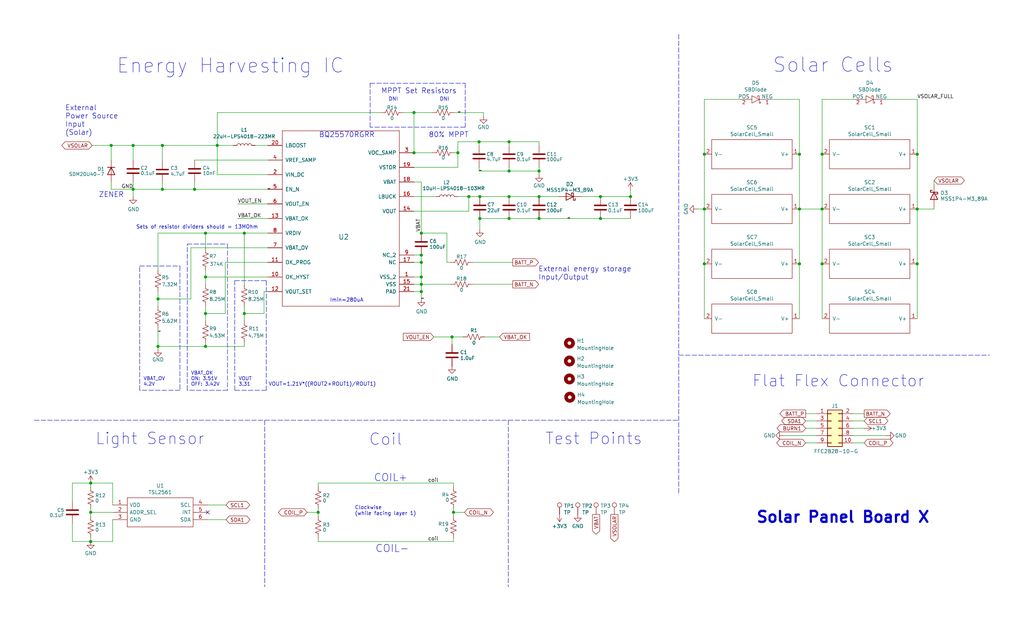
<source format=kicad_sch>
(kicad_sch (version 20211123) (generator eeschema)

  (uuid b5352a33-563a-4ffe-a231-2e68fb54afa3)

  (paper "USLegal")

  (title_block
    (title "PyCubed Mini")
    (date "2022-03-04")
    (rev "3")
    (company "REx Lab Carnegie Mellon University")
    (comment 1 "Z.Manchester")
    (comment 2 "N.Khera")
    (comment 3 "M.Holliday")
  )

  (lib_symbols
    (symbol "Connector:TestPoint" (pin_numbers hide) (pin_names (offset 0.762) hide) (in_bom yes) (on_board yes)
      (property "Reference" "TP" (id 0) (at 0 6.858 0)
        (effects (font (size 1.27 1.27)))
      )
      (property "Value" "TestPoint" (id 1) (at 0 5.08 0)
        (effects (font (size 1.27 1.27)))
      )
      (property "Footprint" "" (id 2) (at 5.08 0 0)
        (effects (font (size 1.27 1.27)) hide)
      )
      (property "Datasheet" "~" (id 3) (at 5.08 0 0)
        (effects (font (size 1.27 1.27)) hide)
      )
      (property "ki_keywords" "test point tp" (id 4) (at 0 0 0)
        (effects (font (size 1.27 1.27)) hide)
      )
      (property "ki_description" "test point" (id 5) (at 0 0 0)
        (effects (font (size 1.27 1.27)) hide)
      )
      (property "ki_fp_filters" "Pin* Test*" (id 6) (at 0 0 0)
        (effects (font (size 1.27 1.27)) hide)
      )
      (symbol "TestPoint_0_1"
        (circle (center 0 3.302) (radius 0.762)
          (stroke (width 0) (type default) (color 0 0 0 0))
          (fill (type none))
        )
      )
      (symbol "TestPoint_1_1"
        (pin passive line (at 0 0 90) (length 2.54)
          (name "1" (effects (font (size 1.27 1.27))))
          (number "1" (effects (font (size 1.27 1.27))))
        )
      )
    )
    (symbol "Connector_Generic:Conn_02x05_Odd_Even" (pin_names (offset 1.016) hide) (in_bom yes) (on_board yes)
      (property "Reference" "J" (id 0) (at 1.27 7.62 0)
        (effects (font (size 1.27 1.27)))
      )
      (property "Value" "Conn_02x05_Odd_Even" (id 1) (at 1.27 -7.62 0)
        (effects (font (size 1.27 1.27)))
      )
      (property "Footprint" "" (id 2) (at 0 0 0)
        (effects (font (size 1.27 1.27)) hide)
      )
      (property "Datasheet" "~" (id 3) (at 0 0 0)
        (effects (font (size 1.27 1.27)) hide)
      )
      (property "ki_keywords" "connector" (id 4) (at 0 0 0)
        (effects (font (size 1.27 1.27)) hide)
      )
      (property "ki_description" "Generic connector, double row, 02x05, odd/even pin numbering scheme (row 1 odd numbers, row 2 even numbers), script generated (kicad-library-utils/schlib/autogen/connector/)" (id 5) (at 0 0 0)
        (effects (font (size 1.27 1.27)) hide)
      )
      (property "ki_fp_filters" "Connector*:*_2x??_*" (id 6) (at 0 0 0)
        (effects (font (size 1.27 1.27)) hide)
      )
      (symbol "Conn_02x05_Odd_Even_1_1"
        (rectangle (start -1.27 -4.953) (end 0 -5.207)
          (stroke (width 0.1524) (type default) (color 0 0 0 0))
          (fill (type none))
        )
        (rectangle (start -1.27 -2.413) (end 0 -2.667)
          (stroke (width 0.1524) (type default) (color 0 0 0 0))
          (fill (type none))
        )
        (rectangle (start -1.27 0.127) (end 0 -0.127)
          (stroke (width 0.1524) (type default) (color 0 0 0 0))
          (fill (type none))
        )
        (rectangle (start -1.27 2.667) (end 0 2.413)
          (stroke (width 0.1524) (type default) (color 0 0 0 0))
          (fill (type none))
        )
        (rectangle (start -1.27 5.207) (end 0 4.953)
          (stroke (width 0.1524) (type default) (color 0 0 0 0))
          (fill (type none))
        )
        (rectangle (start -1.27 6.35) (end 3.81 -6.35)
          (stroke (width 0.254) (type default) (color 0 0 0 0))
          (fill (type background))
        )
        (rectangle (start 3.81 -4.953) (end 2.54 -5.207)
          (stroke (width 0.1524) (type default) (color 0 0 0 0))
          (fill (type none))
        )
        (rectangle (start 3.81 -2.413) (end 2.54 -2.667)
          (stroke (width 0.1524) (type default) (color 0 0 0 0))
          (fill (type none))
        )
        (rectangle (start 3.81 0.127) (end 2.54 -0.127)
          (stroke (width 0.1524) (type default) (color 0 0 0 0))
          (fill (type none))
        )
        (rectangle (start 3.81 2.667) (end 2.54 2.413)
          (stroke (width 0.1524) (type default) (color 0 0 0 0))
          (fill (type none))
        )
        (rectangle (start 3.81 5.207) (end 2.54 4.953)
          (stroke (width 0.1524) (type default) (color 0 0 0 0))
          (fill (type none))
        )
        (pin passive line (at -5.08 5.08 0) (length 3.81)
          (name "Pin_1" (effects (font (size 1.27 1.27))))
          (number "1" (effects (font (size 1.27 1.27))))
        )
        (pin passive line (at 7.62 -5.08 180) (length 3.81)
          (name "Pin_10" (effects (font (size 1.27 1.27))))
          (number "10" (effects (font (size 1.27 1.27))))
        )
        (pin passive line (at 7.62 5.08 180) (length 3.81)
          (name "Pin_2" (effects (font (size 1.27 1.27))))
          (number "2" (effects (font (size 1.27 1.27))))
        )
        (pin passive line (at -5.08 2.54 0) (length 3.81)
          (name "Pin_3" (effects (font (size 1.27 1.27))))
          (number "3" (effects (font (size 1.27 1.27))))
        )
        (pin passive line (at 7.62 2.54 180) (length 3.81)
          (name "Pin_4" (effects (font (size 1.27 1.27))))
          (number "4" (effects (font (size 1.27 1.27))))
        )
        (pin passive line (at -5.08 0 0) (length 3.81)
          (name "Pin_5" (effects (font (size 1.27 1.27))))
          (number "5" (effects (font (size 1.27 1.27))))
        )
        (pin passive line (at 7.62 0 180) (length 3.81)
          (name "Pin_6" (effects (font (size 1.27 1.27))))
          (number "6" (effects (font (size 1.27 1.27))))
        )
        (pin passive line (at -5.08 -2.54 0) (length 3.81)
          (name "Pin_7" (effects (font (size 1.27 1.27))))
          (number "7" (effects (font (size 1.27 1.27))))
        )
        (pin passive line (at 7.62 -2.54 180) (length 3.81)
          (name "Pin_8" (effects (font (size 1.27 1.27))))
          (number "8" (effects (font (size 1.27 1.27))))
        )
        (pin passive line (at -5.08 -5.08 0) (length 3.81)
          (name "Pin_9" (effects (font (size 1.27 1.27))))
          (number "9" (effects (font (size 1.27 1.27))))
        )
      )
    )
    (symbol "Device:C" (pin_numbers hide) (pin_names (offset 0.254)) (in_bom yes) (on_board yes)
      (property "Reference" "C" (id 0) (at 0.635 2.54 0)
        (effects (font (size 1.27 1.27)) (justify left))
      )
      (property "Value" "C" (id 1) (at 0.635 -2.54 0)
        (effects (font (size 1.27 1.27)) (justify left))
      )
      (property "Footprint" "" (id 2) (at 0.9652 -3.81 0)
        (effects (font (size 1.27 1.27)) hide)
      )
      (property "Datasheet" "~" (id 3) (at 0 0 0)
        (effects (font (size 1.27 1.27)) hide)
      )
      (property "ki_keywords" "cap capacitor" (id 4) (at 0 0 0)
        (effects (font (size 1.27 1.27)) hide)
      )
      (property "ki_description" "Unpolarized capacitor" (id 5) (at 0 0 0)
        (effects (font (size 1.27 1.27)) hide)
      )
      (property "ki_fp_filters" "C_*" (id 6) (at 0 0 0)
        (effects (font (size 1.27 1.27)) hide)
      )
      (symbol "C_0_1"
        (polyline
          (pts
            (xy -2.032 -0.762)
            (xy 2.032 -0.762)
          )
          (stroke (width 0.508) (type default) (color 0 0 0 0))
          (fill (type none))
        )
        (polyline
          (pts
            (xy -2.032 0.762)
            (xy 2.032 0.762)
          )
          (stroke (width 0.508) (type default) (color 0 0 0 0))
          (fill (type none))
        )
      )
      (symbol "C_1_1"
        (pin passive line (at 0 3.81 270) (length 2.794)
          (name "~" (effects (font (size 1.27 1.27))))
          (number "1" (effects (font (size 1.27 1.27))))
        )
        (pin passive line (at 0 -3.81 90) (length 2.794)
          (name "~" (effects (font (size 1.27 1.27))))
          (number "2" (effects (font (size 1.27 1.27))))
        )
      )
    )
    (symbol "Device:D" (pin_numbers hide) (pin_names (offset 1.016) hide) (in_bom yes) (on_board yes)
      (property "Reference" "D" (id 0) (at 0 2.54 0)
        (effects (font (size 1.27 1.27)))
      )
      (property "Value" "D" (id 1) (at 0 -2.54 0)
        (effects (font (size 1.27 1.27)))
      )
      (property "Footprint" "" (id 2) (at 0 0 0)
        (effects (font (size 1.27 1.27)) hide)
      )
      (property "Datasheet" "~" (id 3) (at 0 0 0)
        (effects (font (size 1.27 1.27)) hide)
      )
      (property "ki_keywords" "diode" (id 4) (at 0 0 0)
        (effects (font (size 1.27 1.27)) hide)
      )
      (property "ki_description" "Diode" (id 5) (at 0 0 0)
        (effects (font (size 1.27 1.27)) hide)
      )
      (property "ki_fp_filters" "TO-???* *_Diode_* *SingleDiode* D_*" (id 6) (at 0 0 0)
        (effects (font (size 1.27 1.27)) hide)
      )
      (symbol "D_0_1"
        (polyline
          (pts
            (xy -1.27 1.27)
            (xy -1.27 -1.27)
          )
          (stroke (width 0.254) (type default) (color 0 0 0 0))
          (fill (type none))
        )
        (polyline
          (pts
            (xy 1.27 0)
            (xy -1.27 0)
          )
          (stroke (width 0) (type default) (color 0 0 0 0))
          (fill (type none))
        )
        (polyline
          (pts
            (xy 1.27 1.27)
            (xy 1.27 -1.27)
            (xy -1.27 0)
            (xy 1.27 1.27)
          )
          (stroke (width 0.254) (type default) (color 0 0 0 0))
          (fill (type none))
        )
      )
      (symbol "D_1_1"
        (pin passive line (at -3.81 0 0) (length 2.54)
          (name "K" (effects (font (size 1.27 1.27))))
          (number "1" (effects (font (size 1.27 1.27))))
        )
        (pin passive line (at 3.81 0 180) (length 2.54)
          (name "A" (effects (font (size 1.27 1.27))))
          (number "2" (effects (font (size 1.27 1.27))))
        )
      )
    )
    (symbol "Device:D_Schottky" (pin_numbers hide) (pin_names (offset 1.016) hide) (in_bom yes) (on_board yes)
      (property "Reference" "D" (id 0) (at 0 2.54 0)
        (effects (font (size 1.27 1.27)))
      )
      (property "Value" "D_Schottky" (id 1) (at 0 -2.54 0)
        (effects (font (size 1.27 1.27)))
      )
      (property "Footprint" "" (id 2) (at 0 0 0)
        (effects (font (size 1.27 1.27)) hide)
      )
      (property "Datasheet" "~" (id 3) (at 0 0 0)
        (effects (font (size 1.27 1.27)) hide)
      )
      (property "ki_keywords" "diode Schottky" (id 4) (at 0 0 0)
        (effects (font (size 1.27 1.27)) hide)
      )
      (property "ki_description" "Schottky diode" (id 5) (at 0 0 0)
        (effects (font (size 1.27 1.27)) hide)
      )
      (property "ki_fp_filters" "TO-???* *_Diode_* *SingleDiode* D_*" (id 6) (at 0 0 0)
        (effects (font (size 1.27 1.27)) hide)
      )
      (symbol "D_Schottky_0_1"
        (polyline
          (pts
            (xy 1.27 0)
            (xy -1.27 0)
          )
          (stroke (width 0) (type default) (color 0 0 0 0))
          (fill (type none))
        )
        (polyline
          (pts
            (xy 1.27 1.27)
            (xy 1.27 -1.27)
            (xy -1.27 0)
            (xy 1.27 1.27)
          )
          (stroke (width 0.254) (type default) (color 0 0 0 0))
          (fill (type none))
        )
        (polyline
          (pts
            (xy -1.905 0.635)
            (xy -1.905 1.27)
            (xy -1.27 1.27)
            (xy -1.27 -1.27)
            (xy -0.635 -1.27)
            (xy -0.635 -0.635)
          )
          (stroke (width 0.254) (type default) (color 0 0 0 0))
          (fill (type none))
        )
      )
      (symbol "D_Schottky_1_1"
        (pin passive line (at -3.81 0 0) (length 2.54)
          (name "K" (effects (font (size 1.27 1.27))))
          (number "1" (effects (font (size 1.27 1.27))))
        )
        (pin passive line (at 3.81 0 180) (length 2.54)
          (name "A" (effects (font (size 1.27 1.27))))
          (number "2" (effects (font (size 1.27 1.27))))
        )
      )
    )
    (symbol "Device:L" (pin_numbers hide) (pin_names (offset 1.016) hide) (in_bom yes) (on_board yes)
      (property "Reference" "L" (id 0) (at -1.27 0 90)
        (effects (font (size 1.27 1.27)))
      )
      (property "Value" "L" (id 1) (at 1.905 0 90)
        (effects (font (size 1.27 1.27)))
      )
      (property "Footprint" "" (id 2) (at 0 0 0)
        (effects (font (size 1.27 1.27)) hide)
      )
      (property "Datasheet" "~" (id 3) (at 0 0 0)
        (effects (font (size 1.27 1.27)) hide)
      )
      (property "ki_keywords" "inductor choke coil reactor magnetic" (id 4) (at 0 0 0)
        (effects (font (size 1.27 1.27)) hide)
      )
      (property "ki_description" "Inductor" (id 5) (at 0 0 0)
        (effects (font (size 1.27 1.27)) hide)
      )
      (property "ki_fp_filters" "Choke_* *Coil* Inductor_* L_*" (id 6) (at 0 0 0)
        (effects (font (size 1.27 1.27)) hide)
      )
      (symbol "L_0_1"
        (arc (start 0 -2.54) (mid 0.635 -1.905) (end 0 -1.27)
          (stroke (width 0) (type default) (color 0 0 0 0))
          (fill (type none))
        )
        (arc (start 0 -1.27) (mid 0.635 -0.635) (end 0 0)
          (stroke (width 0) (type default) (color 0 0 0 0))
          (fill (type none))
        )
        (arc (start 0 0) (mid 0.635 0.635) (end 0 1.27)
          (stroke (width 0) (type default) (color 0 0 0 0))
          (fill (type none))
        )
        (arc (start 0 1.27) (mid 0.635 1.905) (end 0 2.54)
          (stroke (width 0) (type default) (color 0 0 0 0))
          (fill (type none))
        )
      )
      (symbol "L_1_1"
        (pin passive line (at 0 3.81 270) (length 1.27)
          (name "1" (effects (font (size 1.27 1.27))))
          (number "1" (effects (font (size 1.27 1.27))))
        )
        (pin passive line (at 0 -3.81 90) (length 1.27)
          (name "2" (effects (font (size 1.27 1.27))))
          (number "2" (effects (font (size 1.27 1.27))))
        )
      )
    )
    (symbol "Device:R_US" (pin_numbers hide) (pin_names (offset 0)) (in_bom yes) (on_board yes)
      (property "Reference" "R" (id 0) (at 2.54 0 90)
        (effects (font (size 1.27 1.27)))
      )
      (property "Value" "R_US" (id 1) (at -2.54 0 90)
        (effects (font (size 1.27 1.27)))
      )
      (property "Footprint" "" (id 2) (at 1.016 -0.254 90)
        (effects (font (size 1.27 1.27)) hide)
      )
      (property "Datasheet" "~" (id 3) (at 0 0 0)
        (effects (font (size 1.27 1.27)) hide)
      )
      (property "ki_keywords" "R res resistor" (id 4) (at 0 0 0)
        (effects (font (size 1.27 1.27)) hide)
      )
      (property "ki_description" "Resistor, US symbol" (id 5) (at 0 0 0)
        (effects (font (size 1.27 1.27)) hide)
      )
      (property "ki_fp_filters" "R_*" (id 6) (at 0 0 0)
        (effects (font (size 1.27 1.27)) hide)
      )
      (symbol "R_US_0_1"
        (polyline
          (pts
            (xy 0 -2.286)
            (xy 0 -2.54)
          )
          (stroke (width 0) (type default) (color 0 0 0 0))
          (fill (type none))
        )
        (polyline
          (pts
            (xy 0 2.286)
            (xy 0 2.54)
          )
          (stroke (width 0) (type default) (color 0 0 0 0))
          (fill (type none))
        )
        (polyline
          (pts
            (xy 0 -0.762)
            (xy 1.016 -1.143)
            (xy 0 -1.524)
            (xy -1.016 -1.905)
            (xy 0 -2.286)
          )
          (stroke (width 0) (type default) (color 0 0 0 0))
          (fill (type none))
        )
        (polyline
          (pts
            (xy 0 0.762)
            (xy 1.016 0.381)
            (xy 0 0)
            (xy -1.016 -0.381)
            (xy 0 -0.762)
          )
          (stroke (width 0) (type default) (color 0 0 0 0))
          (fill (type none))
        )
        (polyline
          (pts
            (xy 0 2.286)
            (xy 1.016 1.905)
            (xy 0 1.524)
            (xy -1.016 1.143)
            (xy 0 0.762)
          )
          (stroke (width 0) (type default) (color 0 0 0 0))
          (fill (type none))
        )
      )
      (symbol "R_US_1_1"
        (pin passive line (at 0 3.81 270) (length 1.27)
          (name "~" (effects (font (size 1.27 1.27))))
          (number "1" (effects (font (size 1.27 1.27))))
        )
        (pin passive line (at 0 -3.81 90) (length 1.27)
          (name "~" (effects (font (size 1.27 1.27))))
          (number "2" (effects (font (size 1.27 1.27))))
        )
      )
    )
    (symbol "Mechanical:MountingHole" (pin_names (offset 1.016)) (in_bom yes) (on_board yes)
      (property "Reference" "H" (id 0) (at 0 5.08 0)
        (effects (font (size 1.27 1.27)))
      )
      (property "Value" "MountingHole" (id 1) (at 0 3.175 0)
        (effects (font (size 1.27 1.27)))
      )
      (property "Footprint" "" (id 2) (at 0 0 0)
        (effects (font (size 1.27 1.27)) hide)
      )
      (property "Datasheet" "~" (id 3) (at 0 0 0)
        (effects (font (size 1.27 1.27)) hide)
      )
      (property "ki_keywords" "mounting hole" (id 4) (at 0 0 0)
        (effects (font (size 1.27 1.27)) hide)
      )
      (property "ki_description" "Mounting Hole without connection" (id 5) (at 0 0 0)
        (effects (font (size 1.27 1.27)) hide)
      )
      (property "ki_fp_filters" "MountingHole*" (id 6) (at 0 0 0)
        (effects (font (size 1.27 1.27)) hide)
      )
      (symbol "MountingHole_0_1"
        (circle (center 0 0) (radius 1.27)
          (stroke (width 1.27) (type default) (color 0 0 0 0))
          (fill (type none))
        )
      )
    )
    (symbol "SBDiode_1" (pin_names (offset 0)) (in_bom yes) (on_board yes)
      (property "Reference" "D" (id 0) (at -1.524 3.048 0)
        (effects (font (size 1.27 1.27)))
      )
      (property "Value" "SBDiode_1" (id 1) (at -1.524 5.588 0)
        (effects (font (size 1.27 1.27)))
      )
      (property "Footprint" "solarpanels:SB Diode" (id 2) (at -3.048 8.382 0)
        (effects (font (size 1.27 1.27)) hide)
      )
      (property "Datasheet" "" (id 3) (at -1.524 3.048 0)
        (effects (font (size 1.27 1.27)) hide)
      )
      (symbol "SBDiode_1_0_1"
        (polyline
          (pts
            (xy -4.064 0)
            (xy -2.54 0)
          )
          (stroke (width 0) (type default) (color 0 0 0 0))
          (fill (type none))
        )
        (polyline
          (pts
            (xy 0 0)
            (xy 1.524 0)
          )
          (stroke (width 0) (type default) (color 0 0 0 0))
          (fill (type none))
        )
        (polyline
          (pts
            (xy -2.54 1.27)
            (xy -2.54 -1.27)
            (xy 0 0)
            (xy -2.54 1.27)
          )
          (stroke (width 0) (type default) (color 0 0 0 0))
          (fill (type none))
        )
        (polyline
          (pts
            (xy 0 0)
            (xy 0 -1.27)
            (xy -0.508 -1.27)
            (xy -0.508 -0.762)
          )
          (stroke (width 0) (type default) (color 0 0 0 0))
          (fill (type none))
        )
        (polyline
          (pts
            (xy 0 0)
            (xy 0 1.27)
            (xy 0.508 1.27)
            (xy 0.508 0.762)
          )
          (stroke (width 0) (type default) (color 0 0 0 0))
          (fill (type none))
        )
      )
      (symbol "SBDiode_1_1_1"
        (pin bidirectional line (at 4.064 0 180) (length 2.54)
          (name "NEG" (effects (font (size 1.27 1.27))))
          (number "1" (effects (font (size 1.27 1.27))))
        )
        (pin bidirectional line (at -6.604 0 0) (length 2.54)
          (name "POS" (effects (font (size 1.27 1.27))))
          (number "2" (effects (font (size 1.27 1.27))))
        )
      )
    )
    (symbol "SolarCell_Small_1" (pin_names (offset 1.016)) (in_bom yes) (on_board yes)
      (property "Reference" "SC" (id 0) (at 0 -1.27 0)
        (effects (font (size 1.27 1.27)))
      )
      (property "Value" "SolarCell_Small_1" (id 1) (at 0 1.27 0)
        (effects (font (size 1.27 1.27)))
      )
      (property "Footprint" "solarpanels:KXOB25-05X3F" (id 2) (at 0 6.35 0)
        (effects (font (size 1.27 1.27)) hide)
      )
      (property "Datasheet" "" (id 3) (at 5.08 0 90)
        (effects (font (size 1.27 1.27)) hide)
      )
      (symbol "SolarCell_Small_1_0_1"
        (rectangle (start -13.97 -5.08) (end 13.97 5.08)
          (stroke (width 0) (type default) (color 0 0 0 0))
          (fill (type none))
        )
      )
      (symbol "SolarCell_Small_1_1_1"
        (pin bidirectional line (at -16.51 0 0) (length 2.54)
          (name "V+" (effects (font (size 1.27 1.27))))
          (number "1" (effects (font (size 1.27 1.27))))
        )
        (pin bidirectional line (at 16.51 0 180) (length 2.54)
          (name "V-" (effects (font (size 1.27 1.27))))
          (number "2" (effects (font (size 1.27 1.27))))
        )
      )
    )
    (symbol "SolarCell_Small_2" (pin_names (offset 1.016)) (in_bom yes) (on_board yes)
      (property "Reference" "SC" (id 0) (at 0 -1.27 0)
        (effects (font (size 1.27 1.27)))
      )
      (property "Value" "SolarCell_Small_2" (id 1) (at 0 1.27 0)
        (effects (font (size 1.27 1.27)))
      )
      (property "Footprint" "solarpanels:KXOB25-05X3F" (id 2) (at 0 6.35 0)
        (effects (font (size 1.27 1.27)) hide)
      )
      (property "Datasheet" "" (id 3) (at 5.08 0 90)
        (effects (font (size 1.27 1.27)) hide)
      )
      (symbol "SolarCell_Small_2_0_1"
        (rectangle (start -13.97 -5.08) (end 13.97 5.08)
          (stroke (width 0) (type default) (color 0 0 0 0))
          (fill (type none))
        )
      )
      (symbol "SolarCell_Small_2_1_1"
        (pin bidirectional line (at -16.51 0 0) (length 2.54)
          (name "V+" (effects (font (size 1.27 1.27))))
          (number "1" (effects (font (size 1.27 1.27))))
        )
        (pin bidirectional line (at 16.51 0 180) (length 2.54)
          (name "V-" (effects (font (size 1.27 1.27))))
          (number "2" (effects (font (size 1.27 1.27))))
        )
      )
    )
    (symbol "SolarCell_Small_3" (pin_names (offset 1.016)) (in_bom yes) (on_board yes)
      (property "Reference" "SC" (id 0) (at 0 -1.27 0)
        (effects (font (size 1.27 1.27)))
      )
      (property "Value" "SolarCell_Small_3" (id 1) (at 0 1.27 0)
        (effects (font (size 1.27 1.27)))
      )
      (property "Footprint" "solarpanels:KXOB25-05X3F" (id 2) (at 0 6.35 0)
        (effects (font (size 1.27 1.27)) hide)
      )
      (property "Datasheet" "" (id 3) (at 5.08 0 90)
        (effects (font (size 1.27 1.27)) hide)
      )
      (symbol "SolarCell_Small_3_0_1"
        (rectangle (start -13.97 -5.08) (end 13.97 5.08)
          (stroke (width 0) (type default) (color 0 0 0 0))
          (fill (type none))
        )
      )
      (symbol "SolarCell_Small_3_1_1"
        (pin bidirectional line (at -16.51 0 0) (length 2.54)
          (name "V+" (effects (font (size 1.27 1.27))))
          (number "1" (effects (font (size 1.27 1.27))))
        )
        (pin bidirectional line (at 16.51 0 180) (length 2.54)
          (name "V-" (effects (font (size 1.27 1.27))))
          (number "2" (effects (font (size 1.27 1.27))))
        )
      )
    )
    (symbol "SolarCell_Small_4" (pin_names (offset 1.016)) (in_bom yes) (on_board yes)
      (property "Reference" "SC" (id 0) (at 0 -1.27 0)
        (effects (font (size 1.27 1.27)))
      )
      (property "Value" "SolarCell_Small_4" (id 1) (at 0 1.27 0)
        (effects (font (size 1.27 1.27)))
      )
      (property "Footprint" "solarpanels:KXOB25-05X3F" (id 2) (at 0 6.35 0)
        (effects (font (size 1.27 1.27)) hide)
      )
      (property "Datasheet" "" (id 3) (at 5.08 0 90)
        (effects (font (size 1.27 1.27)) hide)
      )
      (symbol "SolarCell_Small_4_0_1"
        (rectangle (start -13.97 -5.08) (end 13.97 5.08)
          (stroke (width 0) (type default) (color 0 0 0 0))
          (fill (type none))
        )
      )
      (symbol "SolarCell_Small_4_1_1"
        (pin bidirectional line (at -16.51 0 0) (length 2.54)
          (name "V+" (effects (font (size 1.27 1.27))))
          (number "1" (effects (font (size 1.27 1.27))))
        )
        (pin bidirectional line (at 16.51 0 180) (length 2.54)
          (name "V-" (effects (font (size 1.27 1.27))))
          (number "2" (effects (font (size 1.27 1.27))))
        )
      )
    )
    (symbol "SolarCell_Small_5" (pin_names (offset 1.016)) (in_bom yes) (on_board yes)
      (property "Reference" "SC" (id 0) (at 0 -1.27 0)
        (effects (font (size 1.27 1.27)))
      )
      (property "Value" "SolarCell_Small_5" (id 1) (at 0 1.27 0)
        (effects (font (size 1.27 1.27)))
      )
      (property "Footprint" "solarpanels:KXOB25-05X3F" (id 2) (at 0 6.35 0)
        (effects (font (size 1.27 1.27)) hide)
      )
      (property "Datasheet" "" (id 3) (at 5.08 0 90)
        (effects (font (size 1.27 1.27)) hide)
      )
      (symbol "SolarCell_Small_5_0_1"
        (rectangle (start -13.97 -5.08) (end 13.97 5.08)
          (stroke (width 0) (type default) (color 0 0 0 0))
          (fill (type none))
        )
      )
      (symbol "SolarCell_Small_5_1_1"
        (pin bidirectional line (at -16.51 0 0) (length 2.54)
          (name "V+" (effects (font (size 1.27 1.27))))
          (number "1" (effects (font (size 1.27 1.27))))
        )
        (pin bidirectional line (at 16.51 0 180) (length 2.54)
          (name "V-" (effects (font (size 1.27 1.27))))
          (number "2" (effects (font (size 1.27 1.27))))
        )
      )
    )
    (symbol "SolarCell_Small_6" (pin_names (offset 1.016)) (in_bom yes) (on_board yes)
      (property "Reference" "SC" (id 0) (at 0 -1.27 0)
        (effects (font (size 1.27 1.27)))
      )
      (property "Value" "SolarCell_Small_6" (id 1) (at 0 1.27 0)
        (effects (font (size 1.27 1.27)))
      )
      (property "Footprint" "solarpanels:KXOB25-05X3F" (id 2) (at 0 6.35 0)
        (effects (font (size 1.27 1.27)) hide)
      )
      (property "Datasheet" "" (id 3) (at 5.08 0 90)
        (effects (font (size 1.27 1.27)) hide)
      )
      (symbol "SolarCell_Small_6_0_1"
        (rectangle (start -13.97 -5.08) (end 13.97 5.08)
          (stroke (width 0) (type default) (color 0 0 0 0))
          (fill (type none))
        )
      )
      (symbol "SolarCell_Small_6_1_1"
        (pin bidirectional line (at -16.51 0 0) (length 2.54)
          (name "V+" (effects (font (size 1.27 1.27))))
          (number "1" (effects (font (size 1.27 1.27))))
        )
        (pin bidirectional line (at 16.51 0 180) (length 2.54)
          (name "V-" (effects (font (size 1.27 1.27))))
          (number "2" (effects (font (size 1.27 1.27))))
        )
      )
    )
    (symbol "SolarCell_Small_7" (pin_names (offset 1.016)) (in_bom yes) (on_board yes)
      (property "Reference" "SC" (id 0) (at 0 -1.27 0)
        (effects (font (size 1.27 1.27)))
      )
      (property "Value" "SolarCell_Small_7" (id 1) (at 0 1.27 0)
        (effects (font (size 1.27 1.27)))
      )
      (property "Footprint" "solarpanels:KXOB25-05X3F" (id 2) (at 0 6.35 0)
        (effects (font (size 1.27 1.27)) hide)
      )
      (property "Datasheet" "" (id 3) (at 5.08 0 90)
        (effects (font (size 1.27 1.27)) hide)
      )
      (symbol "SolarCell_Small_7_0_1"
        (rectangle (start -13.97 -5.08) (end 13.97 5.08)
          (stroke (width 0) (type default) (color 0 0 0 0))
          (fill (type none))
        )
      )
      (symbol "SolarCell_Small_7_1_1"
        (pin bidirectional line (at -16.51 0 0) (length 2.54)
          (name "V+" (effects (font (size 1.27 1.27))))
          (number "1" (effects (font (size 1.27 1.27))))
        )
        (pin bidirectional line (at 16.51 0 180) (length 2.54)
          (name "V-" (effects (font (size 1.27 1.27))))
          (number "2" (effects (font (size 1.27 1.27))))
        )
      )
    )
    (symbol "power:+3V3" (power) (pin_names (offset 0)) (in_bom yes) (on_board yes)
      (property "Reference" "#PWR" (id 0) (at 0 -3.81 0)
        (effects (font (size 1.27 1.27)) hide)
      )
      (property "Value" "+3V3" (id 1) (at 0 3.556 0)
        (effects (font (size 1.27 1.27)))
      )
      (property "Footprint" "" (id 2) (at 0 0 0)
        (effects (font (size 1.27 1.27)) hide)
      )
      (property "Datasheet" "" (id 3) (at 0 0 0)
        (effects (font (size 1.27 1.27)) hide)
      )
      (property "ki_keywords" "power-flag" (id 4) (at 0 0 0)
        (effects (font (size 1.27 1.27)) hide)
      )
      (property "ki_description" "Power symbol creates a global label with name \"+3V3\"" (id 5) (at 0 0 0)
        (effects (font (size 1.27 1.27)) hide)
      )
      (symbol "+3V3_0_1"
        (polyline
          (pts
            (xy -0.762 1.27)
            (xy 0 2.54)
          )
          (stroke (width 0) (type default) (color 0 0 0 0))
          (fill (type none))
        )
        (polyline
          (pts
            (xy 0 0)
            (xy 0 2.54)
          )
          (stroke (width 0) (type default) (color 0 0 0 0))
          (fill (type none))
        )
        (polyline
          (pts
            (xy 0 2.54)
            (xy 0.762 1.27)
          )
          (stroke (width 0) (type default) (color 0 0 0 0))
          (fill (type none))
        )
      )
      (symbol "+3V3_1_1"
        (pin power_in line (at 0 0 90) (length 0) hide
          (name "+3V3" (effects (font (size 1.27 1.27))))
          (number "1" (effects (font (size 1.27 1.27))))
        )
      )
    )
    (symbol "power:GND" (power) (pin_names (offset 0)) (in_bom yes) (on_board yes)
      (property "Reference" "#PWR" (id 0) (at 0 -6.35 0)
        (effects (font (size 1.27 1.27)) hide)
      )
      (property "Value" "GND" (id 1) (at 0 -3.81 0)
        (effects (font (size 1.27 1.27)))
      )
      (property "Footprint" "" (id 2) (at 0 0 0)
        (effects (font (size 1.27 1.27)) hide)
      )
      (property "Datasheet" "" (id 3) (at 0 0 0)
        (effects (font (size 1.27 1.27)) hide)
      )
      (property "ki_keywords" "power-flag" (id 4) (at 0 0 0)
        (effects (font (size 1.27 1.27)) hide)
      )
      (property "ki_description" "Power symbol creates a global label with name \"GND\" , ground" (id 5) (at 0 0 0)
        (effects (font (size 1.27 1.27)) hide)
      )
      (symbol "GND_0_1"
        (polyline
          (pts
            (xy 0 0)
            (xy 0 -1.27)
            (xy 1.27 -1.27)
            (xy 0 -2.54)
            (xy -1.27 -1.27)
            (xy 0 -1.27)
          )
          (stroke (width 0) (type default) (color 0 0 0 0))
          (fill (type none))
        )
      )
      (symbol "GND_1_1"
        (pin power_in line (at 0 0 270) (length 0) hide
          (name "GND" (effects (font (size 1.27 1.27))))
          (number "1" (effects (font (size 1.27 1.27))))
        )
      )
    )
    (symbol "solarpanels:BQ25570RGRR" (pin_names (offset 1.016)) (in_bom yes) (on_board yes)
      (property "Reference" "U" (id 0) (at -4.7244 1.4986 0)
        (effects (font (size 1.7526 1.7526)) (justify left bottom))
      )
      (property "Value" "BQ25570RGRR" (id 1) (at -5.3594 -1.0414 0)
        (effects (font (size 1.7526 1.7526)) (justify left bottom))
      )
      (property "Footprint" "solarpanels:QFN50P350X350X100-21N-D" (id 2) (at 0 0 0)
        (effects (font (size 1.27 1.27)) hide)
      )
      (property "Datasheet" "" (id 3) (at 0 0 0)
        (effects (font (size 1.27 1.27)) hide)
      )
      (symbol "BQ25570RGRR_1_0"
        (polyline
          (pts
            (xy -20.32 -30.48)
            (xy 20.32 -30.48)
          )
          (stroke (width 0) (type default) (color 0 0 0 0))
          (fill (type none))
        )
        (polyline
          (pts
            (xy -20.32 30.48)
            (xy -20.32 -30.48)
          )
          (stroke (width 0) (type default) (color 0 0 0 0))
          (fill (type none))
        )
        (polyline
          (pts
            (xy 20.32 -30.48)
            (xy 20.32 30.48)
          )
          (stroke (width 0) (type default) (color 0 0 0 0))
          (fill (type none))
        )
        (polyline
          (pts
            (xy 20.32 30.48)
            (xy -20.32 30.48)
          )
          (stroke (width 0) (type default) (color 0 0 0 0))
          (fill (type none))
        )
        (pin power_in line (at 25.4 -20.32 180) (length 5.08)
          (name "VSS_2" (effects (font (size 1.27 1.27))))
          (number "1" (effects (font (size 1.27 1.27))))
        )
        (pin input line (at -25.4 -20.32 0) (length 5.08)
          (name "OK_HYST" (effects (font (size 1.27 1.27))))
          (number "10" (effects (font (size 1.27 1.27))))
        )
        (pin input line (at -25.4 -15.24 0) (length 5.08)
          (name "OK_PROG" (effects (font (size 1.27 1.27))))
          (number "11" (effects (font (size 1.27 1.27))))
        )
        (pin input line (at -25.4 -25.4 0) (length 5.08)
          (name "VOUT_SET" (effects (font (size 1.27 1.27))))
          (number "12" (effects (font (size 1.27 1.27))))
        )
        (pin output line (at -25.4 0 0) (length 5.08)
          (name "VBAT_OK" (effects (font (size 1.27 1.27))))
          (number "13" (effects (font (size 1.27 1.27))))
        )
        (pin power_in line (at 25.4 2.54 180) (length 5.08)
          (name "VOUT" (effects (font (size 1.27 1.27))))
          (number "14" (effects (font (size 1.27 1.27))))
        )
        (pin power_in line (at 25.4 -22.86 180) (length 5.08)
          (name "VSS" (effects (font (size 1.27 1.27))))
          (number "15" (effects (font (size 1.27 1.27))))
        )
        (pin passive line (at 25.4 7.62 180) (length 5.08)
          (name "LBUCK" (effects (font (size 1.27 1.27))))
          (number "16" (effects (font (size 1.27 1.27))))
        )
        (pin passive line (at 25.4 -15.24 180) (length 5.08)
          (name "NC" (effects (font (size 1.27 1.27))))
          (number "17" (effects (font (size 1.27 1.27))))
        )
        (pin bidirectional line (at 25.4 12.7 180) (length 5.08)
          (name "VBAT" (effects (font (size 1.27 1.27))))
          (number "18" (effects (font (size 1.27 1.27))))
        )
        (pin power_in line (at 25.4 17.78 180) (length 5.08)
          (name "VSTOR" (effects (font (size 1.27 1.27))))
          (number "19" (effects (font (size 1.27 1.27))))
        )
        (pin power_in line (at -25.4 15.24 0) (length 5.08)
          (name "VIN_DC" (effects (font (size 1.27 1.27))))
          (number "2" (effects (font (size 1.27 1.27))))
        )
        (pin input line (at -25.4 25.4 0) (length 5.08)
          (name "LBOOST" (effects (font (size 1.27 1.27))))
          (number "20" (effects (font (size 1.27 1.27))))
        )
        (pin power_in line (at 25.4 -25.4 180) (length 5.08)
          (name "PAD" (effects (font (size 1.27 1.27))))
          (number "21" (effects (font (size 1.27 1.27))))
        )
        (pin input line (at 25.4 22.86 180) (length 5.08)
          (name "VOC_SAMP" (effects (font (size 1.27 1.27))))
          (number "3" (effects (font (size 1.27 1.27))))
        )
        (pin input line (at -25.4 20.32 0) (length 5.08)
          (name "VREF_SAMP" (effects (font (size 1.27 1.27))))
          (number "4" (effects (font (size 1.27 1.27))))
        )
        (pin input line (at -25.4 10.16 0) (length 5.08)
          (name "EN_N" (effects (font (size 1.27 1.27))))
          (number "5" (effects (font (size 1.27 1.27))))
        )
        (pin input line (at -25.4 5.08 0) (length 5.08)
          (name "VOUT_EN" (effects (font (size 1.27 1.27))))
          (number "6" (effects (font (size 1.27 1.27))))
        )
        (pin input line (at -25.4 -10.16 0) (length 5.08)
          (name "VBAT_OV" (effects (font (size 1.27 1.27))))
          (number "7" (effects (font (size 1.27 1.27))))
        )
        (pin output line (at -25.4 -5.08 0) (length 5.08)
          (name "VRDIV" (effects (font (size 1.27 1.27))))
          (number "8" (effects (font (size 1.27 1.27))))
        )
        (pin power_in line (at 25.4 -12.7 180) (length 5.08)
          (name "NC_2" (effects (font (size 1.27 1.27))))
          (number "9" (effects (font (size 1.27 1.27))))
        )
      )
    )
    (symbol "solarpanels:SBDiode" (pin_names (offset 0)) (in_bom yes) (on_board yes)
      (property "Reference" "D" (id 0) (at -1.524 3.048 0)
        (effects (font (size 1.27 1.27)))
      )
      (property "Value" "SBDiode" (id 1) (at -1.524 5.588 0)
        (effects (font (size 1.27 1.27)))
      )
      (property "Footprint" "solarpanels:SB Diode" (id 2) (at -3.048 8.382 0)
        (effects (font (size 1.27 1.27)) hide)
      )
      (property "Datasheet" "" (id 3) (at -1.524 3.048 0)
        (effects (font (size 1.27 1.27)) hide)
      )
      (symbol "SBDiode_0_1"
        (polyline
          (pts
            (xy -4.064 0)
            (xy -2.54 0)
          )
          (stroke (width 0) (type default) (color 0 0 0 0))
          (fill (type none))
        )
        (polyline
          (pts
            (xy 0 0)
            (xy 1.524 0)
          )
          (stroke (width 0) (type default) (color 0 0 0 0))
          (fill (type none))
        )
        (polyline
          (pts
            (xy -2.54 1.27)
            (xy -2.54 -1.27)
            (xy 0 0)
            (xy -2.54 1.27)
          )
          (stroke (width 0) (type default) (color 0 0 0 0))
          (fill (type none))
        )
        (polyline
          (pts
            (xy 0 0)
            (xy 0 -1.27)
            (xy -0.508 -1.27)
            (xy -0.508 -0.762)
          )
          (stroke (width 0) (type default) (color 0 0 0 0))
          (fill (type none))
        )
        (polyline
          (pts
            (xy 0 0)
            (xy 0 1.27)
            (xy 0.508 1.27)
            (xy 0.508 0.762)
          )
          (stroke (width 0) (type default) (color 0 0 0 0))
          (fill (type none))
        )
      )
      (symbol "SBDiode_1_1"
        (pin bidirectional line (at 4.064 0 180) (length 2.54)
          (name "NEG" (effects (font (size 1.27 1.27))))
          (number "1" (effects (font (size 1.27 1.27))))
        )
        (pin bidirectional line (at -6.604 0 0) (length 2.54)
          (name "POS" (effects (font (size 1.27 1.27))))
          (number "2" (effects (font (size 1.27 1.27))))
        )
      )
    )
    (symbol "solarpanels:SolarCell_Small" (pin_names (offset 1.016)) (in_bom yes) (on_board yes)
      (property "Reference" "SC" (id 0) (at 0 -1.27 0)
        (effects (font (size 1.27 1.27)))
      )
      (property "Value" "SolarCell_Small" (id 1) (at 0 1.27 0)
        (effects (font (size 1.27 1.27)))
      )
      (property "Footprint" "solarpanels:KXOB25-05X3F" (id 2) (at 0 6.35 0)
        (effects (font (size 1.27 1.27)) hide)
      )
      (property "Datasheet" "" (id 3) (at 5.08 0 90)
        (effects (font (size 1.27 1.27)) hide)
      )
      (symbol "SolarCell_Small_0_1"
        (rectangle (start -13.97 -5.08) (end 13.97 5.08)
          (stroke (width 0) (type default) (color 0 0 0 0))
          (fill (type none))
        )
      )
      (symbol "SolarCell_Small_1_1"
        (pin bidirectional line (at -16.51 0 0) (length 2.54)
          (name "V+" (effects (font (size 1.27 1.27))))
          (number "1" (effects (font (size 1.27 1.27))))
        )
        (pin bidirectional line (at 16.51 0 180) (length 2.54)
          (name "V-" (effects (font (size 1.27 1.27))))
          (number "2" (effects (font (size 1.27 1.27))))
        )
      )
    )
    (symbol "solarpanels:symbols_TSL2561" (pin_names (offset 0.762)) (in_bom yes) (on_board yes)
      (property "Reference" "IC" (id 0) (at 29.21 7.62 0)
        (effects (font (size 1.27 1.27)) (justify left))
      )
      (property "Value" "symbols_TSL2561" (id 1) (at 29.21 5.08 0)
        (effects (font (size 1.27 1.27)) (justify left))
      )
      (property "Footprint" "solarpanels:TSL2561" (id 2) (at 29.21 2.54 0)
        (effects (font (size 1.27 1.27)) (justify left) hide)
      )
      (property "Datasheet" "https://ams.com/documents/20143/36005/TSL2561_DS000110_3-00.pdf/18a41097-2035-4333-c70e-bfa544c0a98b" (id 3) (at 29.21 0 0)
        (effects (font (size 1.27 1.27)) (justify left) hide)
      )
      (property "Description" "Light-to-Digital Converter" (id 4) (at 29.21 -2.54 0)
        (effects (font (size 1.27 1.27)) (justify left) hide)
      )
      (property "Height" "1.55" (id 5) (at 29.21 -5.08 0)
        (effects (font (size 1.27 1.27)) (justify left) hide)
      )
      (property "Manufacturer_Name" "ams" (id 6) (at 29.21 -7.62 0)
        (effects (font (size 1.27 1.27)) (justify left) hide)
      )
      (property "Manufacturer_Part_Number" "TSL2561" (id 7) (at 29.21 -10.16 0)
        (effects (font (size 1.27 1.27)) (justify left) hide)
      )
      (property "Mouser Part Number" "N/A" (id 8) (at 29.21 -12.7 0)
        (effects (font (size 1.27 1.27)) (justify left) hide)
      )
      (property "Mouser Price/Stock" "https://www.mouser.com/Search/Refine.aspx?Keyword=N%2FA" (id 9) (at 29.21 -15.24 0)
        (effects (font (size 1.27 1.27)) (justify left) hide)
      )
      (symbol "symbols_TSL2561_0_0"
        (pin unspecified line (at 0 0 0) (length 5.08)
          (name "VDD" (effects (font (size 1.27 1.27))))
          (number "1" (effects (font (size 1.27 1.27))))
        )
        (pin unspecified line (at 0 -2.54 0) (length 5.08)
          (name "ADDR_SEL" (effects (font (size 1.27 1.27))))
          (number "2" (effects (font (size 1.27 1.27))))
        )
        (pin unspecified line (at 0 -5.08 0) (length 5.08)
          (name "GND" (effects (font (size 1.27 1.27))))
          (number "3" (effects (font (size 1.27 1.27))))
        )
        (pin unspecified line (at 33.02 0 180) (length 5.08)
          (name "SCL" (effects (font (size 1.27 1.27))))
          (number "4" (effects (font (size 1.27 1.27))))
        )
        (pin unspecified line (at 33.02 -2.54 180) (length 5.08)
          (name "INT" (effects (font (size 1.27 1.27))))
          (number "5" (effects (font (size 1.27 1.27))))
        )
        (pin unspecified line (at 33.02 -5.08 180) (length 5.08)
          (name "SDA" (effects (font (size 1.27 1.27))))
          (number "6" (effects (font (size 1.27 1.27))))
        )
      )
      (symbol "symbols_TSL2561_0_1"
        (polyline
          (pts
            (xy 5.08 2.54)
            (xy 27.94 2.54)
            (xy 27.94 -7.62)
            (xy 5.08 -7.62)
            (xy 5.08 2.54)
          )
          (stroke (width 0.1524) (type default) (color 0 0 0 0))
          (fill (type none))
        )
      )
    )
  )

  (junction (at 38.608 50.546) (diameter 0) (color 0 0 0 0)
    (uuid 0351df45-d042-41d4-ba35-88092c7be2fc)
  )
  (junction (at 166.37 49.276) (diameter 0) (color 0 0 0 0)
    (uuid 0755aee5-bc01-4cb5-b830-583289df50a3)
  )
  (junction (at 31.496 188.214) (diameter 0) (color 0 0 0 0)
    (uuid 0a1a4d88-972a-46ce-b25e-6cb796bd41f7)
  )
  (junction (at 54.864 103.886) (diameter 0) (color 0 0 0 0)
    (uuid 0c3dceba-7c95-4b3d-b590-0eb581444beb)
  )
  (junction (at 208.534 75.946) (diameter 0) (color 0 0 0 0)
    (uuid 13d77829-96fd-45da-b832-4fd57777f79d)
  )
  (junction (at 143.764 53.086) (diameter 0) (color 0 0 0 0)
    (uuid 16bd6381-8ac0-4bf2-9dce-ecc20c724b8d)
  )
  (junction (at 244.602 91.694) (diameter 0) (color 0 0 0 0)
    (uuid 1e48966e-d29d-4521-8939-ec8ac570431d)
  )
  (junction (at 46.228 65.786) (diameter 0) (color 0 0 0 0)
    (uuid 25d545dc-8f50-4573-922c-35ef5a2a3a19)
  )
  (junction (at 176.784 75.946) (diameter 0) (color 0 0 0 0)
    (uuid 2e1bb8ba-cca2-4b06-aae8-021aa8a75d8c)
  )
  (junction (at 146.304 88.646) (diameter 0) (color 0 0 0 0)
    (uuid 3df42559-8fee-4c63-86f6-cae1321bd50a)
  )
  (junction (at 110.49 178.054) (diameter 0) (color 0 0 0 0)
    (uuid 410616be-952b-4a74-b2d1-5cad275bd988)
  )
  (junction (at 187.198 59.436) (diameter 0) (color 0 0 0 0)
    (uuid 45008225-f50f-4d6b-b508-6730a9408caf)
  )
  (junction (at 187.198 68.326) (diameter 0) (color 0 0 0 0)
    (uuid 464af7b7-1672-4ccf-ad30-f82339291a04)
  )
  (junction (at 31.496 167.894) (diameter 0) (color 0 0 0 0)
    (uuid 4c843bdb-6c9e-40dd-85e2-0567846e18ba)
  )
  (junction (at 176.784 49.276) (diameter 0) (color 0 0 0 0)
    (uuid 4fb21471-41be-4be8-9687-66030f97befc)
  )
  (junction (at 71.374 108.966) (diameter 0) (color 0 0 0 0)
    (uuid 5114c7bf-b955-49f3-a0a8-4b954c81bde0)
  )
  (junction (at 157.48 178.054) (diameter 0) (color 0 0 0 0)
    (uuid 528c8586-3215-49cf-98bd-408700f1698b)
  )
  (junction (at 75.438 50.546) (diameter 0) (color 0 0 0 0)
    (uuid 5dabf3ae-2a69-42c0-afd2-75d655dd41d9)
  )
  (junction (at 187.198 75.946) (diameter 0) (color 0 0 0 0)
    (uuid 60906a6a-bb04-41a4-aa4e-cb05ddeba8e3)
  )
  (junction (at 285.496 72.644) (diameter 0) (color 0 0 0 0)
    (uuid 6325c32f-c82a-4357-b022-f9c7e76f412e)
  )
  (junction (at 84.836 81.026) (diameter 0) (color 0 0 0 0)
    (uuid 67bee25e-cac4-42d9-9ff9-253ce55e4651)
  )
  (junction (at 318.516 91.694) (diameter 0) (color 0 0 0 0)
    (uuid 691af561-538d-4e8f-a916-26cad45eb7d6)
  )
  (junction (at 54.864 120.396) (diameter 0) (color 0 0 0 0)
    (uuid 71313424-6bff-411a-af59-1cf0a16fe298)
  )
  (junction (at 84.836 108.966) (diameter 0) (color 0 0 0 0)
    (uuid 770ad51a-7219-4633-b24a-bd20feb0a6c5)
  )
  (junction (at 162.814 68.326) (diameter 0) (color 0 0 0 0)
    (uuid 7757a51f-2615-43e6-b907-99308acfc072)
  )
  (junction (at 71.374 96.266) (diameter 0) (color 0 0 0 0)
    (uuid 789ca812-3e0c-4a3f-97bc-a916dd9bce80)
  )
  (junction (at 176.784 59.436) (diameter 0) (color 0 0 0 0)
    (uuid 8c6a821f-8e19-48f3-8f44-9b340f7689bc)
  )
  (junction (at 56.388 50.546) (diameter 0) (color 0 0 0 0)
    (uuid 8d9a3ecc-539f-41da-8099-d37cea9c28e7)
  )
  (junction (at 244.602 53.594) (diameter 0) (color 0 0 0 0)
    (uuid 90e761f6-1432-4f73-ad28-fa8869b7ec31)
  )
  (junction (at 285.496 53.594) (diameter 0) (color 0 0 0 0)
    (uuid 9390234f-bf3f-46cd-b6a0-8a438ec76e9f)
  )
  (junction (at 146.304 81.026) (diameter 0) (color 0 0 0 0)
    (uuid 955b9649-4313-4523-a28a-680c074f984c)
  )
  (junction (at 146.304 96.266) (diameter 0) (color 0 0 0 0)
    (uuid 9b0a1687-7e1b-4a04-a30b-c27a072a2949)
  )
  (junction (at 146.304 101.346) (diameter 0) (color 0 0 0 0)
    (uuid 9e1b837f-0d34-4a18-9644-9ee68f141f46)
  )
  (junction (at 71.374 120.396) (diameter 0) (color 0 0 0 0)
    (uuid 9e4c3a51-7a24-462f-8977-2f755daadded)
  )
  (junction (at 208.534 68.326) (diameter 0) (color 0 0 0 0)
    (uuid a0229907-1016-4dd3-82b2-c10802f9648a)
  )
  (junction (at 143.764 39.116) (diameter 0) (color 0 0 0 0)
    (uuid a5cd8da1-8f7f-4f80-bb23-0317de562222)
  )
  (junction (at 244.602 72.644) (diameter 0) (color 0 0 0 0)
    (uuid a6738794-75ae-48a6-8949-ed8717400d71)
  )
  (junction (at 277.622 72.644) (diameter 0) (color 0 0 0 0)
    (uuid a7f25f41-0b4c-4430-b6cd-b2160b2db099)
  )
  (junction (at 285.496 91.694) (diameter 0) (color 0 0 0 0)
    (uuid a90361cd-254c-4d27-ae1f-9a6c85bafe28)
  )
  (junction (at 156.972 117.094) (diameter 0) (color 0 0 0 0)
    (uuid b3783ecf-9ca0-4cdb-864e-a6bbb95e0bd8)
  )
  (junction (at 318.516 72.644) (diameter 0) (color 0 0 0 0)
    (uuid b7bf6e08-7978-4190-aff5-c90d967f0f9c)
  )
  (junction (at 159.004 53.086) (diameter 0) (color 0 0 0 0)
    (uuid bab67267-f5fe-41ae-ac89-731deed60a7d)
  )
  (junction (at 31.496 178.054) (diameter 0) (color 0 0 0 0)
    (uuid badd7e18-23cf-4437-afbe-ddc61e5371e4)
  )
  (junction (at 218.948 68.326) (diameter 0) (color 0 0 0 0)
    (uuid bf794738-b248-4941-a791-ce9f7546a39a)
  )
  (junction (at 146.304 98.806) (diameter 0) (color 0 0 0 0)
    (uuid c01d25cd-f4bb-4ef3-b5ea-533a2a4ddb2b)
  )
  (junction (at 166.624 75.946) (diameter 0) (color 0 0 0 0)
    (uuid c30146c7-1026-42ff-907e-4021898cc0a9)
  )
  (junction (at 67.564 65.786) (diameter 0) (color 0 0 0 0)
    (uuid c43663ee-9a0d-4f27-a292-89ba89964065)
  )
  (junction (at 56.388 65.786) (diameter 0) (color 0 0 0 0)
    (uuid c830e3bc-dc64-4f65-8f47-3b106bae2807)
  )
  (junction (at 277.622 91.694) (diameter 0) (color 0 0 0 0)
    (uuid c8a7af6e-c432-4fa3-91ee-c8bf0c5a9ebe)
  )
  (junction (at 318.516 53.594) (diameter 0) (color 0 0 0 0)
    (uuid ccc4cc25-ac17-45ef-825c-e079951ffb21)
  )
  (junction (at 277.622 53.594) (diameter 0) (color 0 0 0 0)
    (uuid d01102e9-b170-4eb1-a0a4-9a31feb850b7)
  )
  (junction (at 176.784 68.326) (diameter 0) (color 0 0 0 0)
    (uuid dc4b2d6a-29c3-4d9f-a93a-39bcb3a58efb)
  )
  (junction (at 71.374 81.026) (diameter 0) (color 0 0 0 0)
    (uuid e43dbe34-ed17-4e35-a5c7-2f1679b3c415)
  )
  (junction (at 46.228 50.546) (diameter 0) (color 0 0 0 0)
    (uuid e472dac4-5b65-4920-b8b2-6065d140a69d)
  )
  (junction (at 146.304 91.186) (diameter 0) (color 0 0 0 0)
    (uuid ee27d19c-8dca-4ac8-a760-6dfd54d28071)
  )
  (junction (at 166.624 68.326) (diameter 0) (color 0 0 0 0)
    (uuid f647376f-5658-47f1-8af7-63ff13c84263)
  )

  (no_connect (at 72.136 178.054) (uuid d3d57924-54a6-421d-a3a0-a044fc909e88))

  (wire (pts (xy 143.764 101.346) (xy 146.304 101.346))
    (stroke (width 0) (type default) (color 0 0 0 0))
    (uuid 003c2200-0632-4808-a662-8ddd5d30c768)
  )
  (wire (pts (xy 208.534 75.946) (xy 218.948 75.946))
    (stroke (width 0) (type default) (color 0 0 0 0))
    (uuid 02255e1c-c6bd-4eb9-ab96-e5635f3309ca)
  )
  (wire (pts (xy 318.516 72.644) (xy 324.358 72.644))
    (stroke (width 0) (type default) (color 0 0 0 0))
    (uuid 04152b4c-3958-4af6-834e-32f01d31a63f)
  )
  (wire (pts (xy 38.608 63.246) (xy 38.608 65.786))
    (stroke (width 0) (type default) (color 0 0 0 0))
    (uuid 04c41bfe-d16b-4581-b5f6-7a4e0263b180)
  )
  (wire (pts (xy 279.781 146.304) (xy 283.591 146.304))
    (stroke (width 0) (type default) (color 0 0 0 0))
    (uuid 076046ab-4b56-4060-b8d9-0d80806d0277)
  )
  (wire (pts (xy 244.602 91.694) (xy 244.602 72.644))
    (stroke (width 0) (type default) (color 0 0 0 0))
    (uuid 07d160b6-23e1-4aa0-95cb-440482e6fc15)
  )
  (wire (pts (xy 146.304 91.186) (xy 146.304 88.646))
    (stroke (width 0) (type default) (color 0 0 0 0))
    (uuid 08a7c925-7fae-4530-b0c9-120e185cb318)
  )
  (polyline (pts (xy 78.994 84.836) (xy 78.994 135.636))
    (stroke (width 0) (type default) (color 0 0 0 0))
    (uuid 099096e4-8c2a-4d84-a16f-06b4b6330e7a)
  )

  (wire (pts (xy 71.374 106.426) (xy 71.374 108.966))
    (stroke (width 0) (type default) (color 0 0 0 0))
    (uuid 0ac632a2-4d26-4604-a50f-8a4c48acc50d)
  )
  (wire (pts (xy 277.622 34.544) (xy 267.716 34.544))
    (stroke (width 0) (type default) (color 0 0 0 0))
    (uuid 0ceb97d6-1b0f-4b71-921e-b0955c30c998)
  )
  (wire (pts (xy 110.49 176.784) (xy 110.49 178.054))
    (stroke (width 0) (type default) (color 0 0 0 0))
    (uuid 0d702525-920a-4a16-aa43-c3b9126905de)
  )
  (polyline (pts (xy 81.534 97.536) (xy 92.456 97.536))
    (stroke (width 0) (type default) (color 0 0 0 0))
    (uuid 0e1ed1c5-7428-4dc7-b76e-49b2d5f8177d)
  )

  (wire (pts (xy 84.836 119.126) (xy 84.836 120.396))
    (stroke (width 0) (type default) (color 0 0 0 0))
    (uuid 12ef5354-6058-4e6c-8693-d8ff90c973e0)
  )
  (wire (pts (xy 146.304 81.026) (xy 146.304 63.246))
    (stroke (width 0) (type default) (color 0 0 0 0))
    (uuid 13c0ff76-ed71-4cd9-abb0-92c376825d5d)
  )
  (polyline (pts (xy 92.456 97.536) (xy 92.456 135.636))
    (stroke (width 0) (type default) (color 0 0 0 0))
    (uuid 14c51520-6d91-4098-a59a-5121f2a898f7)
  )

  (wire (pts (xy 296.291 151.384) (xy 307.975 151.384))
    (stroke (width 0) (type default) (color 0 0 0 0))
    (uuid 180245d9-4a3f-4d1b-adcc-b4eafac722e0)
  )
  (wire (pts (xy 78.232 91.186) (xy 92.964 91.186))
    (stroke (width 0) (type default) (color 0 0 0 0))
    (uuid 182b2d54-931d-49d6-9f39-60a752623e36)
  )
  (wire (pts (xy 54.864 120.396) (xy 71.374 120.396))
    (stroke (width 0) (type default) (color 0 0 0 0))
    (uuid 18306a46-476a-4f63-bd18-602cf82df125)
  )
  (wire (pts (xy 285.496 91.694) (xy 285.496 110.744))
    (stroke (width 0) (type default) (color 0 0 0 0))
    (uuid 18d11f32-e1a6-4f29-8e3c-0bfeb07299bd)
  )
  (wire (pts (xy 159.004 53.086) (xy 159.004 58.166))
    (stroke (width 0) (type default) (color 0 0 0 0))
    (uuid 19fb7d3b-40ed-4406-bd05-ebf739fb6187)
  )
  (wire (pts (xy 157.734 39.116) (xy 167.894 39.116))
    (stroke (width 0) (type default) (color 0 0 0 0))
    (uuid 1a6d2848-e78e-49fe-8978-e1890f07836f)
  )
  (wire (pts (xy 82.55 75.946) (xy 92.964 75.946))
    (stroke (width 0) (type default) (color 0 0 0 0))
    (uuid 1baa27db-9af1-4255-98a2-bef50bff4187)
  )
  (wire (pts (xy 139.954 39.116) (xy 143.764 39.116))
    (stroke (width 0) (type default) (color 0 0 0 0))
    (uuid 1d7d00d7-d17c-422e-b912-657a60b8564d)
  )
  (wire (pts (xy 143.764 98.806) (xy 146.304 98.806))
    (stroke (width 0) (type default) (color 0 0 0 0))
    (uuid 240e07e1-770b-4b27-894f-29fd601c924d)
  )
  (wire (pts (xy 244.602 34.544) (xy 244.602 53.594))
    (stroke (width 0) (type default) (color 0 0 0 0))
    (uuid 24b72b0d-63b8-4e06-89d0-e94dcf39a600)
  )
  (wire (pts (xy 176.784 58.166) (xy 176.784 59.436))
    (stroke (width 0) (type default) (color 0 0 0 0))
    (uuid 24f7628d-681d-4f0e-8409-40a129e929d9)
  )
  (wire (pts (xy 110.49 186.944) (xy 110.49 188.214))
    (stroke (width 0) (type default) (color 0 0 0 0))
    (uuid 2749eca7-d2c9-4462-a1fc-2ae31fe46beb)
  )
  (wire (pts (xy 46.228 50.546) (xy 56.388 50.546))
    (stroke (width 0) (type default) (color 0 0 0 0))
    (uuid 275aa44a-b61f-489f-9e2a-819a0fe0d1eb)
  )
  (wire (pts (xy 39.116 188.214) (xy 39.116 180.594))
    (stroke (width 0) (type default) (color 0 0 0 0))
    (uuid 29bb7297-26fb-4776-9266-2355d022bab0)
  )
  (wire (pts (xy 318.516 34.544) (xy 318.516 53.594))
    (stroke (width 0) (type default) (color 0 0 0 0))
    (uuid 2b5a9ad3-7ec4-447d-916c-47adf5f9674f)
  )
  (polyline (pts (xy 92.456 135.636) (xy 81.534 135.636))
    (stroke (width 0) (type default) (color 0 0 0 0))
    (uuid 2d67a417-188f-4014-9282-000265d80009)
  )

  (wire (pts (xy 146.304 103.886) (xy 146.304 101.346))
    (stroke (width 0) (type default) (color 0 0 0 0))
    (uuid 2d6db888-4e40-41c8-b701-07170fc894bc)
  )
  (wire (pts (xy 84.836 81.026) (xy 84.836 98.806))
    (stroke (width 0) (type default) (color 0 0 0 0))
    (uuid 2dc272bd-3aa2-45b5-889d-1d3c8aac80f8)
  )
  (wire (pts (xy 150.622 117.094) (xy 156.972 117.094))
    (stroke (width 0) (type default) (color 0 0 0 0))
    (uuid 2e842263-c0ba-46fd-a760-6624d4c78278)
  )
  (wire (pts (xy 166.624 75.946) (xy 176.784 75.946))
    (stroke (width 0) (type default) (color 0 0 0 0))
    (uuid 2f215f15-3d52-4c91-93e6-3ea03a95622f)
  )
  (wire (pts (xy 25.146 174.244) (xy 25.146 167.894))
    (stroke (width 0) (type default) (color 0 0 0 0))
    (uuid 30317bf0-88bb-49e7-bf8b-9f3883982225)
  )
  (polyline (pts (xy 176.53 146.05) (xy 176.53 203.962))
    (stroke (width 0) (type default) (color 0 0 0 0))
    (uuid 3292e898-752c-420c-a26c-2c5a9becd2b5)
  )

  (wire (pts (xy 31.496 176.784) (xy 31.496 178.054))
    (stroke (width 0) (type default) (color 0 0 0 0))
    (uuid 345482f0-4747-4afd-8f72-f29b83207cce)
  )
  (polyline (pts (xy 65.024 135.636) (xy 65.024 84.836))
    (stroke (width 0) (type default) (color 0 0 0 0))
    (uuid 34a74736-156e-4bf3-9200-cd137cfa59da)
  )
  (polyline (pts (xy 235.712 11.938) (xy 235.712 171.958))
    (stroke (width 0) (type default) (color 0 0 0 0))
    (uuid 353fd8c3-faf3-47ab-987c-8278dc021df3)
  )

  (wire (pts (xy 75.438 50.546) (xy 75.438 60.706))
    (stroke (width 0) (type default) (color 0 0 0 0))
    (uuid 355e7f7e-441e-4b4d-9811-c601872f84f8)
  )
  (wire (pts (xy 31.496 188.214) (xy 39.116 188.214))
    (stroke (width 0) (type default) (color 0 0 0 0))
    (uuid 36d783e7-096f-4c97-9672-7e08c083b87b)
  )
  (wire (pts (xy 75.438 39.116) (xy 75.438 50.546))
    (stroke (width 0) (type default) (color 0 0 0 0))
    (uuid 37e8181c-a81e-498b-b2e2-0aef0c391059)
  )
  (wire (pts (xy 285.496 72.644) (xy 277.622 72.644))
    (stroke (width 0) (type default) (color 0 0 0 0))
    (uuid 394053f2-c81e-4d71-a155-4876813072f0)
  )
  (polyline (pts (xy 161.544 44.196) (xy 128.524 44.196))
    (stroke (width 0) (type default) (color 0 0 0 0))
    (uuid 3a52f112-cb97-43db-aaeb-20afe27664d7)
  )

  (wire (pts (xy 166.37 58.166) (xy 166.37 59.436))
    (stroke (width 0) (type default) (color 0 0 0 0))
    (uuid 3a7648d8-121a-4921-9b92-9b35b76ce39b)
  )
  (polyline (pts (xy 91.948 146.05) (xy 91.948 203.962))
    (stroke (width 0) (type default) (color 0 0 0 0))
    (uuid 3d5ecf39-973d-4906-9b6a-cf2557b54ed3)
  )

  (wire (pts (xy 176.784 59.436) (xy 187.198 59.436))
    (stroke (width 0) (type default) (color 0 0 0 0))
    (uuid 3e903008-0276-4a73-8edb-5d9dfde6297c)
  )
  (wire (pts (xy 25.146 167.894) (xy 31.496 167.894))
    (stroke (width 0) (type default) (color 0 0 0 0))
    (uuid 3e915099-a18e-49f4-89bb-abe64c2dade5)
  )
  (wire (pts (xy 67.564 65.786) (xy 67.564 63.246))
    (stroke (width 0) (type default) (color 0 0 0 0))
    (uuid 40165eda-4ba6-4565-9bb4-b9df6dbb08da)
  )
  (polyline (pts (xy 161.544 28.956) (xy 161.544 44.196))
    (stroke (width 0) (type default) (color 0 0 0 0))
    (uuid 41acfe41-fac7-432a-a7a3-946566e2d504)
  )

  (wire (pts (xy 54.864 114.046) (xy 54.864 120.396))
    (stroke (width 0) (type default) (color 0 0 0 0))
    (uuid 43027acb-0993-4cda-bda8-5166cf992fee)
  )
  (wire (pts (xy 300.101 146.304) (xy 296.291 146.304))
    (stroke (width 0) (type default) (color 0 0 0 0))
    (uuid 43707e99-bdd7-4b02-9974-540ed6c2b0aa)
  )
  (wire (pts (xy 257.048 34.544) (xy 244.602 34.544))
    (stroke (width 0) (type default) (color 0 0 0 0))
    (uuid 4431c0f6-83ea-4eee-95a8-991da2f03ccd)
  )
  (wire (pts (xy 56.388 65.786) (xy 67.564 65.786))
    (stroke (width 0) (type default) (color 0 0 0 0))
    (uuid 4780a290-d25c-4459-9579-eba3f7678762)
  )
  (wire (pts (xy 159.004 68.326) (xy 162.814 68.326))
    (stroke (width 0) (type default) (color 0 0 0 0))
    (uuid 47b11045-c4d7-4ec7-b05e-f8a9713fe780)
  )
  (wire (pts (xy 146.304 88.646) (xy 143.764 88.646))
    (stroke (width 0) (type default) (color 0 0 0 0))
    (uuid 4a4ec8d9-3d72-4952-83d4-808f65849a2b)
  )
  (wire (pts (xy 283.591 151.384) (xy 271.907 151.384))
    (stroke (width 0) (type default) (color 0 0 0 0))
    (uuid 4db55cb8-197b-4402-871f-ce582b65664b)
  )
  (wire (pts (xy 283.591 143.764) (xy 279.781 143.764))
    (stroke (width 0) (type default) (color 0 0 0 0))
    (uuid 4ec618ae-096f-4256-9328-005ee04f13d6)
  )
  (wire (pts (xy 71.374 119.126) (xy 71.374 120.396))
    (stroke (width 0) (type default) (color 0 0 0 0))
    (uuid 4f36be87-68cd-4db2-846f-6d307e5bfa47)
  )
  (wire (pts (xy 92.964 55.626) (xy 67.564 55.626))
    (stroke (width 0) (type default) (color 0 0 0 0))
    (uuid 4f66b314-0f62-4fb6-8c3c-f9c6a75cd3ec)
  )
  (wire (pts (xy 277.622 72.644) (xy 277.622 91.694))
    (stroke (width 0) (type default) (color 0 0 0 0))
    (uuid 501880c3-8633-456f-9add-0e8fa1932ba6)
  )
  (wire (pts (xy 285.496 53.594) (xy 285.496 72.644))
    (stroke (width 0) (type default) (color 0 0 0 0))
    (uuid 53e34696-241f-47e5-a477-f469335c8a61)
  )
  (wire (pts (xy 146.304 98.806) (xy 146.304 96.266))
    (stroke (width 0) (type default) (color 0 0 0 0))
    (uuid 5528bcad-2950-4673-90eb-c37e6952c475)
  )
  (wire (pts (xy 168.402 117.094) (xy 173.482 117.094))
    (stroke (width 0) (type default) (color 0 0 0 0))
    (uuid 576c6616-e95d-4f1e-8ead-dea30fcdc8c2)
  )
  (wire (pts (xy 56.388 50.546) (xy 56.388 55.88))
    (stroke (width 0) (type default) (color 0 0 0 0))
    (uuid 57c0c267-8bf9-4cc7-b734-d71a239ac313)
  )
  (wire (pts (xy 71.374 93.98) (xy 71.374 96.266))
    (stroke (width 0) (type default) (color 0 0 0 0))
    (uuid 59bca731-6e9c-46bd-ad65-9d2639ce9c3a)
  )
  (wire (pts (xy 285.496 34.544) (xy 285.496 53.594))
    (stroke (width 0) (type default) (color 0 0 0 0))
    (uuid 5a222fb6-5159-4931-9015-19df65643140)
  )
  (wire (pts (xy 56.388 50.546) (xy 75.438 50.546))
    (stroke (width 0) (type default) (color 0 0 0 0))
    (uuid 5b4cad9a-e254-47d7-b002-d76b822958fc)
  )
  (wire (pts (xy 71.374 81.026) (xy 54.864 81.026))
    (stroke (width 0) (type default) (color 0 0 0 0))
    (uuid 5bcace5d-edd0-4e19-92d0-835e43cf8eb2)
  )
  (wire (pts (xy 31.496 186.944) (xy 31.496 188.214))
    (stroke (width 0) (type default) (color 0 0 0 0))
    (uuid 5bd6f44b-89da-4423-b952-fc7ef6ae4952)
  )
  (wire (pts (xy 161.29 178.054) (xy 157.48 178.054))
    (stroke (width 0) (type default) (color 0 0 0 0))
    (uuid 5c7d6eaf-f256-4349-8203-d2e836872231)
  )
  (wire (pts (xy 46.228 55.626) (xy 46.228 50.546))
    (stroke (width 0) (type default) (color 0 0 0 0))
    (uuid 5ca4be1c-537e-4a4a-b344-d0c8ffde8546)
  )
  (wire (pts (xy 157.48 186.944) (xy 157.48 188.214))
    (stroke (width 0) (type default) (color 0 0 0 0))
    (uuid 5f3b0f0c-4f36-44f2-ac59-5ab70f6ddc19)
  )
  (wire (pts (xy 143.764 53.086) (xy 143.764 39.116))
    (stroke (width 0) (type default) (color 0 0 0 0))
    (uuid 60dcd1fe-7079-4cb8-b509-04558ccf5097)
  )
  (wire (pts (xy 318.516 72.644) (xy 318.516 91.694))
    (stroke (width 0) (type default) (color 0 0 0 0))
    (uuid 626679e8-6101-4722-ac57-5b8d9dab4c8b)
  )
  (polyline (pts (xy 62.484 135.636) (xy 48.514 135.636))
    (stroke (width 0) (type default) (color 0 0 0 0))
    (uuid 6284122b-79c3-4e04-925e-3d32cc3ec077)
  )
  (polyline (pts (xy 128.524 28.956) (xy 161.544 28.956))
    (stroke (width 0) (type default) (color 0 0 0 0))
    (uuid 644ae9fc-3c8e-4089-866e-a12bf371c3e9)
  )

  (wire (pts (xy 187.198 60.706) (xy 187.198 59.436))
    (stroke (width 0) (type default) (color 0 0 0 0))
    (uuid 6475547d-3216-45a4-a15c-48314f1dd0f9)
  )
  (wire (pts (xy 91.694 108.966) (xy 91.694 101.346))
    (stroke (width 0) (type default) (color 0 0 0 0))
    (uuid 6595b9c7-02ee-4647-bde5-6b566e35163e)
  )
  (wire (pts (xy 75.438 50.546) (xy 81.026 50.546))
    (stroke (width 0) (type default) (color 0 0 0 0))
    (uuid 6624c259-6188-4ccc-9018-2848be628268)
  )
  (wire (pts (xy 75.438 60.706) (xy 92.964 60.706))
    (stroke (width 0) (type default) (color 0 0 0 0))
    (uuid 676efd2f-1c48-4786-9e4b-2444f1e8f6ff)
  )
  (polyline (pts (xy 62.484 92.456) (xy 62.484 135.636))
    (stroke (width 0) (type default) (color 0 0 0 0))
    (uuid 67763d19-f622-4e1e-81e5-5b24da7c3f99)
  )

  (wire (pts (xy 176.784 75.946) (xy 187.198 75.946))
    (stroke (width 0) (type default) (color 0 0 0 0))
    (uuid 679b61e0-5b22-41a7-a603-8fda9653f40a)
  )
  (wire (pts (xy 54.864 121.412) (xy 54.864 120.396))
    (stroke (width 0) (type default) (color 0 0 0 0))
    (uuid 6a93bd1d-665d-4667-86ac-14d92afa413f)
  )
  (wire (pts (xy 84.836 81.026) (xy 92.964 81.026))
    (stroke (width 0) (type default) (color 0 0 0 0))
    (uuid 6c2d26bc-6eca-436c-8025-79f817bf57d6)
  )
  (wire (pts (xy 38.608 55.626) (xy 38.608 50.546))
    (stroke (width 0) (type default) (color 0 0 0 0))
    (uuid 6c67e4f6-9d04-4539-b356-b76e915ce848)
  )
  (wire (pts (xy 187.198 49.276) (xy 187.198 50.546))
    (stroke (width 0) (type default) (color 0 0 0 0))
    (uuid 6d26d68f-1ca7-4ff3-b058-272f1c399047)
  )
  (wire (pts (xy 166.37 50.546) (xy 166.37 49.276))
    (stroke (width 0) (type default) (color 0 0 0 0))
    (uuid 70e15522-1572-4451-9c0d-6d36ac70d8c6)
  )
  (wire (pts (xy 166.37 59.436) (xy 176.784 59.436))
    (stroke (width 0) (type default) (color 0 0 0 0))
    (uuid 72020717-a068-4449-bdf0-82bdedcc4b4c)
  )
  (wire (pts (xy 78.486 180.594) (xy 72.136 180.594))
    (stroke (width 0) (type default) (color 0 0 0 0))
    (uuid 72508b1f-1505-46cb-9d37-2081c5a12aca)
  )
  (wire (pts (xy 39.116 167.894) (xy 31.496 167.894))
    (stroke (width 0) (type default) (color 0 0 0 0))
    (uuid 72b36951-3ec7-4569-9c88-cf9b4afe1cae)
  )
  (wire (pts (xy 66.294 103.886) (xy 66.294 86.106))
    (stroke (width 0) (type default) (color 0 0 0 0))
    (uuid 730b670c-9bcf-4dcd-9a8d-fcaa61fb0955)
  )
  (wire (pts (xy 110.49 167.894) (xy 157.48 167.894))
    (stroke (width 0) (type default) (color 0 0 0 0))
    (uuid 74f5ec08-7600-4a0b-a9e4-aae29f9ea08a)
  )
  (wire (pts (xy 159.004 49.276) (xy 166.37 49.276))
    (stroke (width 0) (type default) (color 0 0 0 0))
    (uuid 7599133e-c681-4202-85d9-c20dac196c64)
  )
  (wire (pts (xy 187.198 58.166) (xy 187.198 59.436))
    (stroke (width 0) (type default) (color 0 0 0 0))
    (uuid 75ffc65c-7132-4411-9f2a-ae0c73d79338)
  )
  (wire (pts (xy 296.291 148.844) (xy 300.101 148.844))
    (stroke (width 0) (type default) (color 0 0 0 0))
    (uuid 79770cd5-32d7-429a-8248-0d9e6212231a)
  )
  (wire (pts (xy 277.622 53.594) (xy 277.622 72.644))
    (stroke (width 0) (type default) (color 0 0 0 0))
    (uuid 7a879184-fad8-4feb-afb5-86fe8d34f1f7)
  )
  (wire (pts (xy 146.304 101.346) (xy 146.304 98.806))
    (stroke (width 0) (type default) (color 0 0 0 0))
    (uuid 7bbf981c-a063-4e30-8911-e4228e1c0743)
  )
  (wire (pts (xy 167.894 39.116) (xy 167.894 40.386))
    (stroke (width 0) (type default) (color 0 0 0 0))
    (uuid 7d34f6b1-ab31-49be-b011-c67fe67a8a56)
  )
  (wire (pts (xy 56.388 63.5) (xy 56.388 65.786))
    (stroke (width 0) (type default) (color 0 0 0 0))
    (uuid 7e023245-2c2b-4e2b-bfb9-5d35176e88f2)
  )
  (wire (pts (xy 146.304 96.266) (xy 146.304 91.186))
    (stroke (width 0) (type default) (color 0 0 0 0))
    (uuid 7edc9030-db7b-43ac-a1b3-b87eeacb4c2d)
  )
  (wire (pts (xy 324.358 72.644) (xy 324.358 71.882))
    (stroke (width 0) (type default) (color 0 0 0 0))
    (uuid 831e02e2-b8bc-489f-a86e-26557af92dae)
  )
  (wire (pts (xy 155.194 91.186) (xy 155.194 81.026))
    (stroke (width 0) (type default) (color 0 0 0 0))
    (uuid 8412992d-8754-44de-9e08-115cec1a3eff)
  )
  (polyline (pts (xy 81.534 135.636) (xy 81.534 97.536))
    (stroke (width 0) (type default) (color 0 0 0 0))
    (uuid 84e5506c-143e-495f-9aa4-d3a71622f213)
  )

  (wire (pts (xy 82.55 70.866) (xy 92.964 70.866))
    (stroke (width 0) (type default) (color 0 0 0 0))
    (uuid 852dabbf-de45-4470-8176-59d37a754407)
  )
  (polyline (pts (xy 78.994 135.636) (xy 65.024 135.636))
    (stroke (width 0) (type default) (color 0 0 0 0))
    (uuid 87d7448e-e139-4209-ae0b-372f805267da)
  )

  (wire (pts (xy 110.49 167.894) (xy 110.49 169.164))
    (stroke (width 0) (type default) (color 0 0 0 0))
    (uuid 89317534-a887-4085-96ce-a98513b0621b)
  )
  (wire (pts (xy 156.972 119.634) (xy 156.972 117.094))
    (stroke (width 0) (type default) (color 0 0 0 0))
    (uuid 89e83c2e-e90a-4a50-b278-880bac0cfb49)
  )
  (wire (pts (xy 146.304 98.806) (xy 156.464 98.806))
    (stroke (width 0) (type default) (color 0 0 0 0))
    (uuid 8a52be01-d972-4318-8a7b-9fd48709638e)
  )
  (wire (pts (xy 54.864 103.886) (xy 66.294 103.886))
    (stroke (width 0) (type default) (color 0 0 0 0))
    (uuid 8a650ebf-3f78-4ca4-a26b-a5028693e36d)
  )
  (wire (pts (xy 155.194 91.186) (xy 156.464 91.186))
    (stroke (width 0) (type default) (color 0 0 0 0))
    (uuid 8c2d1e61-f22e-45b5-a7f2-ab2dac7f8cc8)
  )
  (wire (pts (xy 162.814 73.406) (xy 162.814 68.326))
    (stroke (width 0) (type default) (color 0 0 0 0))
    (uuid 8ca3e20d-bcc7-4c5e-9deb-562dfed9fecb)
  )
  (wire (pts (xy 296.672 34.544) (xy 285.496 34.544))
    (stroke (width 0) (type default) (color 0 0 0 0))
    (uuid 8cdc8ef9-532e-4bf5-9998-7213b9e692a2)
  )
  (wire (pts (xy 166.624 75.946) (xy 166.624 79.756))
    (stroke (width 0) (type default) (color 0 0 0 0))
    (uuid 8da933a9-35f8-42e6-8504-d1bab7264306)
  )
  (wire (pts (xy 92.964 65.786) (xy 67.564 65.786))
    (stroke (width 0) (type default) (color 0 0 0 0))
    (uuid 8e06ba1f-e3ba-4eb9-a10e-887dffd566d6)
  )
  (wire (pts (xy 157.734 53.086) (xy 159.004 53.086))
    (stroke (width 0) (type default) (color 0 0 0 0))
    (uuid 8e93e0d5-b3a6-48a7-9674-f7a4988b42d9)
  )
  (wire (pts (xy 71.374 120.396) (xy 84.836 120.396))
    (stroke (width 0) (type default) (color 0 0 0 0))
    (uuid 8eba5f63-0279-4a49-9bc6-a6af6ad28a39)
  )
  (wire (pts (xy 176.784 49.276) (xy 187.198 49.276))
    (stroke (width 0) (type default) (color 0 0 0 0))
    (uuid 911bdcbe-493f-4e21-a506-7cbc636e2c17)
  )
  (wire (pts (xy 277.622 91.694) (xy 277.622 110.744))
    (stroke (width 0) (type default) (color 0 0 0 0))
    (uuid 91fe070a-a49b-4bc5-805a-42f23e10d114)
  )
  (wire (pts (xy 218.948 66.04) (xy 218.948 68.326))
    (stroke (width 0) (type default) (color 0 0 0 0))
    (uuid 940b4dab-086f-42a0-9cf2-0b6dd2201a69)
  )
  (wire (pts (xy 84.836 106.426) (xy 84.836 108.966))
    (stroke (width 0) (type default) (color 0 0 0 0))
    (uuid 965308c8-e014-459a-b9db-b8493a601c62)
  )
  (wire (pts (xy 187.198 68.326) (xy 194.056 68.326))
    (stroke (width 0) (type default) (color 0 0 0 0))
    (uuid 96ca8fb0-2320-446e-96eb-41e00abf3588)
  )
  (wire (pts (xy 106.68 178.054) (xy 110.49 178.054))
    (stroke (width 0) (type default) (color 0 0 0 0))
    (uuid 96db52e2-6336-4f5e-846e-528c594d0509)
  )
  (wire (pts (xy 157.48 167.894) (xy 157.48 169.164))
    (stroke (width 0) (type default) (color 0 0 0 0))
    (uuid 9730e768-8650-464a-8ae6-5c7dfed8a07c)
  )
  (polyline (pts (xy 48.514 92.456) (xy 62.484 92.456))
    (stroke (width 0) (type default) (color 0 0 0 0))
    (uuid 994b6220-4755-4d84-91b3-6122ac1c2c5e)
  )

  (wire (pts (xy 208.534 68.326) (xy 218.948 68.326))
    (stroke (width 0) (type default) (color 0 0 0 0))
    (uuid 9a1b276c-7fad-40c7-b9a3-93be1d3187a1)
  )
  (wire (pts (xy 32.004 50.546) (xy 38.608 50.546))
    (stroke (width 0) (type default) (color 0 0 0 0))
    (uuid 9cb12cc8-7f1a-4a01-9256-c119f11a8a02)
  )
  (wire (pts (xy 300.101 143.764) (xy 296.291 143.764))
    (stroke (width 0) (type default) (color 0 0 0 0))
    (uuid 9dcdc92b-2219-4a4a-8954-45f02cc3ab25)
  )
  (wire (pts (xy 285.496 72.644) (xy 285.496 91.694))
    (stroke (width 0) (type default) (color 0 0 0 0))
    (uuid 9e813ec2-d4ce-4e2e-b379-c6fedb4c45db)
  )
  (wire (pts (xy 318.516 53.594) (xy 318.516 72.644))
    (stroke (width 0) (type default) (color 0 0 0 0))
    (uuid 9f782c92-a5e8-49db-bfda-752b35522ce4)
  )
  (wire (pts (xy 166.37 49.276) (xy 176.784 49.276))
    (stroke (width 0) (type default) (color 0 0 0 0))
    (uuid 9f8381e9-3077-4453-a480-a01ad9c1a940)
  )
  (polyline (pts (xy 65.024 84.836) (xy 78.994 84.836))
    (stroke (width 0) (type default) (color 0 0 0 0))
    (uuid a13ab237-8f8d-4e16-8c47-4440653b8534)
  )

  (wire (pts (xy 162.814 68.326) (xy 166.624 68.326))
    (stroke (width 0) (type default) (color 0 0 0 0))
    (uuid a15a7506-eae4-4933-84da-9ad754258706)
  )
  (wire (pts (xy 71.374 108.966) (xy 78.232 108.966))
    (stroke (width 0) (type default) (color 0 0 0 0))
    (uuid a17904b9-135e-4dae-ae20-401c7787de72)
  )
  (wire (pts (xy 143.764 68.326) (xy 151.384 68.326))
    (stroke (width 0) (type default) (color 0 0 0 0))
    (uuid a27eb049-c992-4f11-a026-1e6a8d9d0160)
  )
  (wire (pts (xy 176.784 68.326) (xy 187.198 68.326))
    (stroke (width 0) (type default) (color 0 0 0 0))
    (uuid a4031563-7028-4c5f-9665-666f67e021f9)
  )
  (wire (pts (xy 244.602 110.744) (xy 244.602 91.694))
    (stroke (width 0) (type default) (color 0 0 0 0))
    (uuid a62609cd-29b7-4918-b97d-7b2404ba61cf)
  )
  (wire (pts (xy 71.374 96.266) (xy 71.374 98.806))
    (stroke (width 0) (type default) (color 0 0 0 0))
    (uuid a81f29b4-0a9b-4241-b85e-571593e819fe)
  )
  (wire (pts (xy 187.198 75.946) (xy 208.534 75.946))
    (stroke (width 0) (type default) (color 0 0 0 0))
    (uuid a98f8a6f-3a14-4460-9fdb-14b0489fb0d3)
  )
  (wire (pts (xy 66.294 86.106) (xy 92.964 86.106))
    (stroke (width 0) (type default) (color 0 0 0 0))
    (uuid abe07c9a-17c3-43b5-b7a6-ae867ac27ea7)
  )
  (wire (pts (xy 38.608 65.786) (xy 46.228 65.786))
    (stroke (width 0) (type default) (color 0 0 0 0))
    (uuid aca4de92-9c41-4c2b-9afa-540d02dafa1c)
  )
  (wire (pts (xy 84.836 81.026) (xy 71.374 81.026))
    (stroke (width 0) (type default) (color 0 0 0 0))
    (uuid ad8e2d6f-8863-4432-b064-1729358c20c5)
  )
  (wire (pts (xy 300.101 153.924) (xy 296.291 153.924))
    (stroke (width 0) (type default) (color 0 0 0 0))
    (uuid ae77c3c8-1144-468e-ad5b-a0b4090735bd)
  )
  (wire (pts (xy 84.836 108.966) (xy 84.836 111.506))
    (stroke (width 0) (type default) (color 0 0 0 0))
    (uuid b1c649b1-f44d-46c7-9dea-818e75a1b87e)
  )
  (wire (pts (xy 31.496 178.054) (xy 31.496 179.324))
    (stroke (width 0) (type default) (color 0 0 0 0))
    (uuid b2223710-1fe4-4ff8-9ca5-426d06b976d0)
  )
  (wire (pts (xy 38.608 50.546) (xy 46.228 50.546))
    (stroke (width 0) (type default) (color 0 0 0 0))
    (uuid b447dbb1-d38e-4a15-93cb-12c25382ea53)
  )
  (wire (pts (xy 318.516 91.694) (xy 318.516 110.744))
    (stroke (width 0) (type default) (color 0 0 0 0))
    (uuid b59f18ce-2e34-4b6e-b14d-8d73b8268179)
  )
  (wire (pts (xy 91.694 101.346) (xy 92.964 101.346))
    (stroke (width 0) (type default) (color 0 0 0 0))
    (uuid b7199d9b-bebb-4100-9ad3-c2bd31e21d65)
  )
  (wire (pts (xy 244.602 72.644) (xy 242.062 72.644))
    (stroke (width 0) (type default) (color 0 0 0 0))
    (uuid b78cb2c1-ae4b-4d9b-acd8-d7fe342342f2)
  )
  (wire (pts (xy 159.004 58.166) (xy 143.764 58.166))
    (stroke (width 0) (type default) (color 0 0 0 0))
    (uuid b96fe6ac-3535-4455-ab88-ed77f5e46d6e)
  )
  (wire (pts (xy 88.646 50.546) (xy 92.964 50.546))
    (stroke (width 0) (type default) (color 0 0 0 0))
    (uuid b97ab2aa-e988-42b3-a596-5d933d87130d)
  )
  (wire (pts (xy 46.228 65.786) (xy 56.388 65.786))
    (stroke (width 0) (type default) (color 0 0 0 0))
    (uuid babeabf2-f3b0-4ed5-8d9e-0215947e6cf3)
  )
  (wire (pts (xy 54.864 103.886) (xy 54.864 106.426))
    (stroke (width 0) (type default) (color 0 0 0 0))
    (uuid bb0671df-1bf1-4a80-822a-054eb26f6d20)
  )
  (wire (pts (xy 31.496 167.894) (xy 31.496 169.164))
    (stroke (width 0) (type default) (color 0 0 0 0))
    (uuid bb894b3d-22a8-44a6-bebf-2c4b0909c190)
  )
  (wire (pts (xy 54.864 81.026) (xy 54.864 93.726))
    (stroke (width 0) (type default) (color 0 0 0 0))
    (uuid bd065eaf-e495-4837-bdb3-129934de1fc7)
  )
  (wire (pts (xy 164.084 91.186) (xy 178.054 91.186))
    (stroke (width 0) (type default) (color 0 0 0 0))
    (uuid bd9595a1-04f3-4fda-8f1b-e65ad874edd3)
  )
  (wire (pts (xy 71.374 81.026) (xy 71.374 86.36))
    (stroke (width 0) (type default) (color 0 0 0 0))
    (uuid c0630d57-baff-45bf-bf67-9e565033cdc5)
  )
  (polyline (pts (xy 235.712 123.444) (xy 343.662 123.444))
    (stroke (width 0) (type default) (color 0 0 0 0))
    (uuid c10ef691-6e71-420e-8068-6170d9c9fbb0)
  )

  (wire (pts (xy 157.48 178.054) (xy 157.48 179.324))
    (stroke (width 0) (type default) (color 0 0 0 0))
    (uuid c263f075-6908-4947-84f1-e06cc9dbbddb)
  )
  (wire (pts (xy 110.49 178.054) (xy 110.49 179.324))
    (stroke (width 0) (type default) (color 0 0 0 0))
    (uuid c3bab34c-db84-4f5f-9f5a-8a8876b11c9c)
  )
  (wire (pts (xy 277.622 53.594) (xy 277.622 34.544))
    (stroke (width 0) (type default) (color 0 0 0 0))
    (uuid c454102f-dc92-4550-9492-797fc8e6b49c)
  )
  (wire (pts (xy 279.781 148.844) (xy 283.591 148.844))
    (stroke (width 0) (type default) (color 0 0 0 0))
    (uuid c514e30c-e48e-4ca5-ab44-8b3afedef1f2)
  )
  (wire (pts (xy 143.764 39.116) (xy 150.114 39.116))
    (stroke (width 0) (type default) (color 0 0 0 0))
    (uuid c5eb1e4c-ce83-470e-8f32-e20ff1f886a3)
  )
  (wire (pts (xy 75.438 39.116) (xy 132.334 39.116))
    (stroke (width 0) (type default) (color 0 0 0 0))
    (uuid c7e7067c-5f5e-48d8-ab59-df26f9b35863)
  )
  (wire (pts (xy 143.764 73.406) (xy 162.814 73.406))
    (stroke (width 0) (type default) (color 0 0 0 0))
    (uuid c8c79177-94d4-43e2-a654-f0a5554fbb68)
  )
  (polyline (pts (xy 48.514 135.636) (xy 48.514 92.456))
    (stroke (width 0) (type default) (color 0 0 0 0))
    (uuid ca5a4651-0d1d-441b-b17d-01518ef3b656)
  )

  (wire (pts (xy 54.864 101.346) (xy 54.864 103.886))
    (stroke (width 0) (type default) (color 0 0 0 0))
    (uuid ca87f11b-5f48-4b57-8535-68d3ec2fe5a9)
  )
  (wire (pts (xy 25.146 188.214) (xy 31.496 188.214))
    (stroke (width 0) (type default) (color 0 0 0 0))
    (uuid cb6062da-8dcd-4826-92fd-4071e9e97213)
  )
  (wire (pts (xy 143.764 91.186) (xy 146.304 91.186))
    (stroke (width 0) (type default) (color 0 0 0 0))
    (uuid cbd8faed-e1f8-4406-87c8-58b2c504a5d4)
  )
  (wire (pts (xy 71.374 108.966) (xy 71.374 111.506))
    (stroke (width 0) (type default) (color 0 0 0 0))
    (uuid cdfb07af-801b-44ba-8c30-d021a6ad3039)
  )
  (wire (pts (xy 279.781 153.924) (xy 283.591 153.924))
    (stroke (width 0) (type default) (color 0 0 0 0))
    (uuid ce72ea62-9343-4a4f-81bf-8ac601f5d005)
  )
  (wire (pts (xy 176.784 50.546) (xy 176.784 49.276))
    (stroke (width 0) (type default) (color 0 0 0 0))
    (uuid d3d7e298-1d39-4294-a3ab-c84cc0dc5e5a)
  )
  (wire (pts (xy 156.972 117.094) (xy 160.782 117.094))
    (stroke (width 0) (type default) (color 0 0 0 0))
    (uuid d419b69e-e5ab-421c-b3dc-2be587f45a58)
  )
  (wire (pts (xy 244.602 72.644) (xy 244.602 53.594))
    (stroke (width 0) (type default) (color 0 0 0 0))
    (uuid d692b5e6-71b2-4fa6-bc83-618add8d8fef)
  )
  (wire (pts (xy 157.48 176.784) (xy 157.48 178.054))
    (stroke (width 0) (type default) (color 0 0 0 0))
    (uuid d8bbcbbe-f5d7-4c7c-9669-f2d5f0d3d7f7)
  )
  (polyline (pts (xy 11.938 146.05) (xy 235.712 146.05))
    (stroke (width 0) (type default) (color 0 0 0 0))
    (uuid da0a2ee6-6d43-4c3a-9be3-3e5cdc906f72)
  )

  (wire (pts (xy 324.358 62.738) (xy 324.358 64.262))
    (stroke (width 0) (type default) (color 0 0 0 0))
    (uuid da481376-0e49-44d3-91b8-aaa39b869dd1)
  )
  (wire (pts (xy 307.34 34.544) (xy 318.516 34.544))
    (stroke (width 0) (type default) (color 0 0 0 0))
    (uuid da6f4122-0ecc-496f-b0fd-e4abef534976)
  )
  (wire (pts (xy 159.004 49.276) (xy 159.004 53.086))
    (stroke (width 0) (type default) (color 0 0 0 0))
    (uuid dde51ae5-b215-445e-92bb-4a12ec410531)
  )
  (wire (pts (xy 155.194 81.026) (xy 146.304 81.026))
    (stroke (width 0) (type default) (color 0 0 0 0))
    (uuid df32840e-2912-4088-b54c-9a85f64c0265)
  )
  (wire (pts (xy 46.228 63.246) (xy 46.228 65.786))
    (stroke (width 0) (type default) (color 0 0 0 0))
    (uuid df68c26a-03b5-4466-aecf-ba34b7dce6b7)
  )
  (wire (pts (xy 71.374 96.266) (xy 92.964 96.266))
    (stroke (width 0) (type default) (color 0 0 0 0))
    (uuid e4c6fdbb-fdc7-4ad4-a516-240d84cdc120)
  )
  (wire (pts (xy 39.116 178.054) (xy 31.496 178.054))
    (stroke (width 0) (type default) (color 0 0 0 0))
    (uuid e5b328f6-dc69-4905-ae98-2dc3200a51d6)
  )
  (wire (pts (xy 110.49 188.214) (xy 157.48 188.214))
    (stroke (width 0) (type default) (color 0 0 0 0))
    (uuid e70b6168-f98e-4322-bc55-500948ef7b77)
  )
  (wire (pts (xy 46.228 65.786) (xy 46.228 68.326))
    (stroke (width 0) (type default) (color 0 0 0 0))
    (uuid e8c50f1b-c316-4110-9cce-5c24c65a1eaa)
  )
  (wire (pts (xy 25.146 181.864) (xy 25.146 188.214))
    (stroke (width 0) (type default) (color 0 0 0 0))
    (uuid eab9c52c-3aa0-43a7-bc7f-7e234ff1e9f4)
  )
  (wire (pts (xy 39.116 175.514) (xy 39.116 167.894))
    (stroke (width 0) (type default) (color 0 0 0 0))
    (uuid eb8d02e9-145c-465d-b6a8-bae84d47a94b)
  )
  (wire (pts (xy 143.764 53.086) (xy 150.114 53.086))
    (stroke (width 0) (type default) (color 0 0 0 0))
    (uuid ec31c074-17b2-48e1-ab01-071acad3fa04)
  )
  (wire (pts (xy 164.084 98.806) (xy 178.054 98.806))
    (stroke (width 0) (type default) (color 0 0 0 0))
    (uuid ec5c2062-3a41-4636-8803-069e60a1641a)
  )
  (wire (pts (xy 78.486 175.514) (xy 72.136 175.514))
    (stroke (width 0) (type default) (color 0 0 0 0))
    (uuid f1e619ac-5067-41df-8384-776ec70a6093)
  )
  (wire (pts (xy 78.232 108.966) (xy 78.232 91.186))
    (stroke (width 0) (type default) (color 0 0 0 0))
    (uuid f202141e-c20d-4cac-b016-06a44f2ecce8)
  )
  (wire (pts (xy 143.764 96.266) (xy 146.304 96.266))
    (stroke (width 0) (type default) (color 0 0 0 0))
    (uuid f2c93195-af12-4d3e-acdf-bdd0ff675c24)
  )
  (wire (pts (xy 84.836 108.966) (xy 91.694 108.966))
    (stroke (width 0) (type default) (color 0 0 0 0))
    (uuid f3628265-0155-43e2-a467-c40ff783e265)
  )
  (polyline (pts (xy 128.524 44.196) (xy 128.524 28.956))
    (stroke (width 0) (type default) (color 0 0 0 0))
    (uuid f4eb0267-179f-46c9-b516-9bfb06bac1ba)
  )

  (wire (pts (xy 201.676 68.326) (xy 208.534 68.326))
    (stroke (width 0) (type default) (color 0 0 0 0))
    (uuid fa918b6d-f6cf-4471-be3b-4ff713f55a2e)
  )
  (wire (pts (xy 166.624 68.326) (xy 176.784 68.326))
    (stroke (width 0) (type default) (color 0 0 0 0))
    (uuid fe8d1793-95f6-42b4-83fd-2787c5f42f2d)
  )
  (wire (pts (xy 146.304 63.246) (xy 143.764 63.246))
    (stroke (width 0) (type default) (color 0 0 0 0))
    (uuid ffd175d1-912a-4224-be1e-a8198680f46b)
  )

  (text "80% MPPT " (at 148.844 48.006 0)
    (effects (font (size 1.778 1.778)) (justify left bottom))
    (uuid 097edb1b-8998-4e70-b670-bba125982348)
  )
  (text "DNI" (at 152.654 35.306 0)
    (effects (font (size 1.27 1.27)) (justify left bottom))
    (uuid 15a82541-58d8-45b5-99c5-fb52e017e3ea)
  )
  (text "Solar Cells\n" (at 268.224 25.654 0)
    (effects (font (size 5 5)) (justify left bottom))
    (uuid 1e312f56-c058-4ec0-8dfd-52dd450b425d)
  )
  (text "External\nPower Source\nInput\n(Solar)" (at 22.606 47.244 0)
    (effects (font (size 1.778 1.778)) (justify left bottom))
    (uuid 1e518c2a-4cb7-4599-a1fa-5b9f847da7d3)
  )
  (text "Flat Flex Connector" (at 261.112 134.874 0)
    (effects (font (size 4 4)) (justify left bottom))
    (uuid 3326423d-8df7-4a7e-a354-349430b8fbd7)
  )
  (text "VOUT\n3.31" (at 82.804 134.366 0)
    (effects (font (size 1.2 1.2)) (justify left bottom))
    (uuid 477311b9-8f81-40c8-9c55-fd87e287247a)
  )
  (text "Energy Harvesting IC" (at 40.386 25.908 0)
    (effects (font (size 5 5)) (justify left bottom))
    (uuid 65134029-dbd2-409a-85a8-13c2a33ff019)
  )
  (text "MPPT Set Resistors " (at 132.334 32.766 0)
    (effects (font (size 1.778 1.778)) (justify left bottom))
    (uuid 658dad07-97fd-466c-8b49-21892ac96ea4)
  )
  (text "Clockwise\n(while facing layer 1)" (at 123.19 179.324 0)
    (effects (font (size 1.27 1.27)) (justify left bottom))
    (uuid 6f580eb1-88cc-489d-a7ca-9efa5e590715)
  )
  (text "Test Points" (at 189.23 154.94 0)
    (effects (font (size 4 4)) (justify left bottom))
    (uuid 7c2008c8-0626-4a09-a873-065e83502a0e)
  )
  (text "External energy storage\nInput/Output" (at 186.944 97.536 0)
    (effects (font (size 1.778 1.778)) (justify left bottom))
    (uuid 8087f566-a94d-4bbc-985b-e49ee7762296)
  )
  (text "COIL+" (at 129.794 167.64 0)
    (effects (font (size 2.54 2.54)) (justify left bottom))
    (uuid 9529c01f-e1cd-40be-b7f0-83780a544249)
  )
  (text "BQ25570RGRR" (at 110.744 48.006 0)
    (effects (font (size 1.778 1.778)) (justify left bottom))
    (uuid 98c78427-acd5-4f90-9ad6-9f61c4809aec)
  )
  (text "DNI" (at 134.874 35.306 0)
    (effects (font (size 1.27 1.27)) (justify left bottom))
    (uuid aa2ea573-3f20-43c1-aa99-1f9c6031a9aa)
  )
  (text "Light Sensor" (at 33.02 154.94 0)
    (effects (font (size 4 4)) (justify left bottom))
    (uuid afb78535-c03c-473c-aa17-ee58f1ab03fa)
  )
  (text "Solar Panel Board X" (at 262.382 182.118 0)
    (effects (font (size 3.81 3.81) (thickness 0.762) bold) (justify left bottom))
    (uuid b183adec-ef65-4ad2-8972-7ecf4e88b1a1)
  )
  (text "VOUT=1.21V*((ROUT2+ROUT1)/ROUT1)" (at 93.218 134.366 0)
    (effects (font (size 1.27 1.27)) (justify left bottom))
    (uuid be645d0f-8568-47a0-a152-e3ddd33563eb)
  )
  (text "VBAT_OV\n4.2V" (at 49.784 134.366 0)
    (effects (font (size 1.2 1.2)) (justify left bottom))
    (uuid c9667181-b3c7-4b01-b8b4-baa29a9aea63)
  )
  (text "VBAT_OK\nON: 3.51V\nOFF: 3.42V" (at 66.294 134.366 0)
    (effects (font (size 1.2 1.2)) (justify left bottom))
    (uuid d0d2eee9-31f6-44fa-8149-ebb4dc2dc0dc)
  )
  (text "COIL-" (at 130.302 192.278 0)
    (effects (font (size 2.54 2.54)) (justify left bottom))
    (uuid d68e5ddb-039c-483f-88a3-1b0b7964b482)
  )
  (text "Sets of resistor dividers should = 13MOhm" (at 47.244 79.756 0)
    (effects (font (size 1.27 1.27)) (justify left bottom))
    (uuid ebd06df3-d52b-4cff-99a2-a771df6d3733)
  )
  (text "Imin=280uA" (at 114.554 105.156 0)
    (effects (font (size 1.27 1.27)) (justify left bottom))
    (uuid ee41cb8e-512d-41d2-81e1-3c50fff32aeb)
  )
  (text "ZENER" (at 34.29 68.834 0)
    (effects (font (size 1.778 1.778)) (justify left bottom))
    (uuid f40d350f-0d3e-4f8a-b004-d950f2f8f1ba)
  )
  (text "Coil" (at 128.016 155.194 0)
    (effects (font (size 4 4)) (justify left bottom))
    (uuid fd59c7a6-5ca8-47fd-9216-4fc728adabcd)
  )

  (label "GND" (at 159.004 39.116 0)
    (effects (font (size 0.254 0.254)) (justify left bottom))
    (uuid 12422a89-3d0c-485c-9386-f77121fd68fd)
  )
  (label "coil" (at 148.59 188.214 0)
    (effects (font (size 1.27 1.27)) (justify left bottom))
    (uuid 142dd724-2a9f-4eea-ab21-209b1bc7ec65)
  )
  (label "GND" (at 92.964 65.786 0)
    (effects (font (size 0.254 0.254)) (justify left bottom))
    (uuid 1e8701fc-ad24-40ea-846a-e3db538d6077)
  )
  (label "VBAT_OK" (at 82.55 75.946 0)
    (effects (font (size 1.27 1.27)) (justify left bottom))
    (uuid 21ae9c3a-7138-444e-be38-56a4842ab594)
  )
  (label "coil" (at 148.59 167.894 0)
    (effects (font (size 1.27 1.27)) (justify left bottom))
    (uuid 3c8d03bf-f31d-4aa0-b8db-a227ffd7d8d6)
  )
  (label "VOUT_EN" (at 82.55 70.866 0)
    (effects (font (size 1.27 1.27)) (justify left bottom))
    (uuid 66043bca-a260-4915-9fce-8a51d324c687)
  )
  (label "GND" (at 197.104 75.946 0)
    (effects (font (size 0.254 0.254)) (justify left bottom))
    (uuid 6bfe5804-2ef9-4c65-b2a7-f01e4014370a)
  )
  (label "VBAT" (at 146.304 75.946 270)
    (effects (font (size 1.27 1.27)) (justify right bottom))
    (uuid a4f86a46-3bc8-4daa-9125-a63f297eb114)
  )
  (label "GND" (at 166.37 59.436 0)
    (effects (font (size 0.254 0.254)) (justify left bottom))
    (uuid a544eb0a-75db-4baf-bf54-9ca21744343b)
  )
  (label "GND" (at 146.304 103.886 0)
    (effects (font (size 0.254 0.254)) (justify left bottom))
    (uuid b88717bd-086f-46cd-9d3f-0396009d0996)
  )
  (label "GND" (at 42.164 65.786 0)
    (effects (font (size 1.27 1.27)) (justify left bottom))
    (uuid d5b800ca-1ab6-4b66-b5f7-2dda5658b504)
  )
  (label "GND" (at 54.864 115.316 0)
    (effects (font (size 0.254 0.254)) (justify left bottom))
    (uuid e21aa84b-970e-47cf-b64f-3b55ee0e1b51)
  )
  (label "VSOLAR_FULL" (at 318.516 34.544 0)
    (effects (font (size 1.27 1.27)) (justify left bottom))
    (uuid f4a8afbe-ed68-4253-959f-6be4d2cbf8c5)
  )

  (global_label "SDA1" (shape bidirectional) (at 78.486 180.594 0) (fields_autoplaced)
    (effects (font (size 1.27 1.27)) (justify left))
    (uuid 011ee658-718d-416a-85fd-961729cd1ee5)
    (property "Intersheet References" "${INTERSHEET_REFS}" (id 0) (at -211.074 28.194 0)
      (effects (font (size 1.27 1.27)) hide)
    )
  )
  (global_label "VBAT_OK" (shape input) (at 173.482 117.094 0) (fields_autoplaced)
    (effects (font (size 1.27 1.27)) (justify left))
    (uuid 0325ec43-0390-4ae2-b055-b1ec6ce17b1c)
    (property "Intersheet References" "${INTERSHEET_REFS}" (id 0) (at 109.982 39.624 0)
      (effects (font (size 1.27 1.27)) hide)
    )
  )
  (global_label "SDA1" (shape bidirectional) (at 279.781 146.304 180) (fields_autoplaced)
    (effects (font (size 1.27 1.27)) (justify right))
    (uuid 1171ce37-6ad7-4662-bb68-5592c945ebf3)
    (property "Intersheet References" "${INTERSHEET_REFS}" (id 0) (at 53.721 26.924 0)
      (effects (font (size 1.27 1.27)) hide)
    )
  )
  (global_label "BURN1" (shape bidirectional) (at 279.781 148.844 180) (fields_autoplaced)
    (effects (font (size 1.27 1.27)) (justify right))
    (uuid 196a8dd5-5fd6-4c7f-ae4a-0104bd82e61b)
    (property "Intersheet References" "${INTERSHEET_REFS}" (id 0) (at 53.721 26.924 0)
      (effects (font (size 1.27 1.27)) hide)
    )
  )
  (global_label "VSOLAR" (shape bidirectional) (at 32.004 50.546 180) (fields_autoplaced)
    (effects (font (size 1.27 1.27)) (justify right))
    (uuid 22999e73-da32-43a5-9163-4b3a41614f25)
    (property "Intersheet References" "${INTERSHEET_REFS}" (id 0) (at -27.686 8.636 0)
      (effects (font (size 1.27 1.27)) hide)
    )
  )
  (global_label "COIL_P" (shape bidirectional) (at 300.101 153.924 0) (fields_autoplaced)
    (effects (font (size 1.27 1.27)) (justify left))
    (uuid 2454fd1b-3484-4838-8b7e-d26357238fe1)
    (property "Intersheet References" "${INTERSHEET_REFS}" (id 0) (at 42.291 26.924 0)
      (effects (font (size 1.27 1.27)) hide)
    )
  )
  (global_label "BATT_P" (shape output) (at 178.054 91.186 0) (fields_autoplaced)
    (effects (font (size 1.27 1.27)) (justify left))
    (uuid 262f1ea9-0133-4b43-be36-456207ea857c)
    (property "Intersheet References" "${INTERSHEET_REFS}" (id 0) (at -27.686 8.636 0)
      (effects (font (size 1.27 1.27)) hide)
    )
  )
  (global_label "VOUT_EN" (shape input) (at 150.622 117.094 180) (fields_autoplaced)
    (effects (font (size 1.27 1.27)) (justify right))
    (uuid 309b3bff-19c8-41ec-a84d-63399c649f46)
    (property "Intersheet References" "${INTERSHEET_REFS}" (id 0) (at 109.982 39.624 0)
      (effects (font (size 1.27 1.27)) hide)
    )
  )
  (global_label "VSOLAR" (shape bidirectional) (at 324.358 62.738 0) (fields_autoplaced)
    (effects (font (size 1.27 1.27)) (justify left))
    (uuid 38cfe839-c630-43d3-a9ec-6a89ba9e318a)
    (property "Intersheet References" "${INTERSHEET_REFS}" (id 0) (at -62.992 15.748 0)
      (effects (font (size 1.27 1.27)) hide)
    )
  )
  (global_label "COIL_P" (shape bidirectional) (at 106.68 178.054 180) (fields_autoplaced)
    (effects (font (size 1.27 1.27)) (justify right))
    (uuid 59fc765e-1357-4c94-9529-5635418c7d73)
    (property "Intersheet References" "${INTERSHEET_REFS}" (id 0) (at -229.87 34.544 0)
      (effects (font (size 1.27 1.27)) hide)
    )
  )
  (global_label "BATT_N" (shape output) (at 178.054 98.806 0) (fields_autoplaced)
    (effects (font (size 1.27 1.27)) (justify left))
    (uuid 721d1be9-236e-470b-ba69-f1cc6c43faf9)
    (property "Intersheet References" "${INTERSHEET_REFS}" (id 0) (at -27.686 8.636 0)
      (effects (font (size 1.27 1.27)) hide)
    )
  )
  (global_label "SCL1" (shape bidirectional) (at 78.486 175.514 0) (fields_autoplaced)
    (effects (font (size 1.27 1.27)) (justify left))
    (uuid 7a74c4b1-6243-4a12-85a2-bc41d346e7aa)
    (property "Intersheet References" "${INTERSHEET_REFS}" (id 0) (at -211.074 28.194 0)
      (effects (font (size 1.27 1.27)) hide)
    )
  )
  (global_label "BATT_P" (shape output) (at 279.781 143.764 180) (fields_autoplaced)
    (effects (font (size 1.27 1.27)) (justify right))
    (uuid c8b6b273-3d20-4a46-8069-f6d608563604)
    (property "Intersheet References" "${INTERSHEET_REFS}" (id 0) (at 52.451 26.924 0)
      (effects (font (size 1.27 1.27)) hide)
    )
  )
  (global_label "BATT_N" (shape output) (at 300.101 143.764 0) (fields_autoplaced)
    (effects (font (size 1.27 1.27)) (justify left))
    (uuid dae72997-44fc-4275-b36f-cd70bf46cfba)
    (property "Intersheet References" "${INTERSHEET_REFS}" (id 0) (at 42.291 26.924 0)
      (effects (font (size 1.27 1.27)) hide)
    )
  )
  (global_label "COIL_N" (shape bidirectional) (at 161.29 178.054 0) (fields_autoplaced)
    (effects (font (size 1.27 1.27)) (justify left))
    (uuid dde8619c-5a8c-40eb-9845-65e6a654222d)
    (property "Intersheet References" "${INTERSHEET_REFS}" (id 0) (at -229.87 34.544 0)
      (effects (font (size 1.27 1.27)) hide)
    )
  )
  (global_label "SCL1" (shape bidirectional) (at 300.101 146.304 0) (fields_autoplaced)
    (effects (font (size 1.27 1.27)) (justify left))
    (uuid e17e6c0e-7e5b-43f0-ad48-0a2760b45b04)
    (property "Intersheet References" "${INTERSHEET_REFS}" (id 0) (at 41.021 26.924 0)
      (effects (font (size 1.27 1.27)) hide)
    )
  )
  (global_label "VBAT" (shape output) (at 207.01 178.816 270) (fields_autoplaced)
    (effects (font (size 1.27 1.27)) (justify right))
    (uuid e36988d2-ecb2-461b-a443-7006f447e828)
    (property "Intersheet References" "${INTERSHEET_REFS}" (id 0) (at 26.67 21.336 0)
      (effects (font (size 1.27 1.27)) hide)
    )
  )
  (global_label "VSOLAR" (shape output) (at 213.36 178.816 270) (fields_autoplaced)
    (effects (font (size 1.27 1.27)) (justify right))
    (uuid eb78d82e-8e98-4c43-b796-6639339ee0a4)
    (property "Intersheet References" "${INTERSHEET_REFS}" (id 0) (at 213.2806 188.1554 90)
      (effects (font (size 1.27 1.27)) (justify right) hide)
    )
  )
  (global_label "COIL_N" (shape bidirectional) (at 279.781 153.924 180) (fields_autoplaced)
    (effects (font (size 1.27 1.27)) (justify right))
    (uuid fb30f9bb-6a0b-4d8a-82b0-266eab794bc6)
    (property "Intersheet References" "${INTERSHEET_REFS}" (id 0) (at 52.451 26.924 0)
      (effects (font (size 1.27 1.27)) hide)
    )
  )

  (symbol (lib_id "Device:C") (at 176.784 54.356 0) (unit 1)
    (in_bom yes) (on_board yes)
    (uuid 00000000-0000-0000-0000-000005a8be12)
    (property "Reference" "C9" (id 0) (at 179.324 53.594 0)
      (effects (font (size 1.2 1.2)) (justify left))
    )
    (property "Value" "0.1uF" (id 1) (at 179.324 55.372 0)
      (effects (font (size 1.2 1.2)) (justify left))
    )
    (property "Footprint" "Capacitor_SMD:C_0402_1005Metric" (id 2) (at 177.7492 58.166 0)
      (effects (font (size 1.27 1.27)) hide)
    )
    (property "Datasheet" "~" (id 3) (at 176.784 54.356 0)
      (effects (font (size 1.27 1.27)) hide)
    )
    (pin "1" (uuid 501bd205-f6e2-4682-8a45-675d34cee38a))
    (pin "2" (uuid 77134455-401a-4cc3-bf4a-59ed8186ceda))
  )

  (symbol (lib_id "Device:D") (at 38.608 59.436 270) (unit 1)
    (in_bom yes) (on_board yes)
    (uuid 00000000-0000-0000-0000-000011469583)
    (property "Reference" "D1" (id 0) (at 33.782 59.436 90)
      (effects (font (size 1.2 1.2)) (justify left bottom))
    )
    (property "Value" "SDM20U40-7" (id 1) (at 23.876 61.214 90)
      (effects (font (size 1.2 1.2)) (justify left bottom))
    )
    (property "Footprint" "Diode_SMD:D_SOD-523" (id 2) (at 38.608 59.436 0)
      (effects (font (size 1.27 1.27)) hide)
    )
    (property "Datasheet" "~" (id 3) (at 38.608 59.436 0)
      (effects (font (size 1.27 1.27)) hide)
    )
    (pin "1" (uuid f0494064-4199-4f9f-b815-fd6342d29242))
    (pin "2" (uuid da46180d-1677-4b6e-a841-3133e2c825d5))
  )

  (symbol (lib_id "Device:R_US") (at 84.836 115.316 180) (unit 1)
    (in_bom yes) (on_board yes)
    (uuid 00000000-0000-0000-0000-000012e4d8ca)
    (property "Reference" "R11" (id 0) (at 88.138 113.538 0)
      (effects (font (size 1.2 1.2)) (justify bottom))
    )
    (property "Value" "4.75M" (id 1) (at 88.9 117.348 0)
      (effects (font (size 1.2 1.2)) (justify top))
    )
    (property "Footprint" "Resistor_SMD:R_0402_1005Metric" (id 2) (at 83.82 115.062 90)
      (effects (font (size 1.27 1.27)) hide)
    )
    (property "Datasheet" "~" (id 3) (at 84.836 115.316 0)
      (effects (font (size 1.27 1.27)) hide)
    )
    (pin "1" (uuid d7fdd219-dfe5-47bf-940c-6dc5e6afe90e))
    (pin "2" (uuid 9b9aeac7-53df-4329-b709-830888d99cbe))
  )

  (symbol (lib_id "Device:R_US") (at 84.836 102.616 180) (unit 1)
    (in_bom yes) (on_board yes)
    (uuid 00000000-0000-0000-0000-00001dfcddbb)
    (property "Reference" "R10" (id 0) (at 87.884 100.838 0)
      (effects (font (size 1.2 1.2)) (justify bottom))
    )
    (property "Value" "8.25M" (id 1) (at 88.9 104.648 0)
      (effects (font (size 1.2 1.2)) (justify top))
    )
    (property "Footprint" "Resistor_SMD:R_0402_1005Metric" (id 2) (at 83.82 102.362 90)
      (effects (font (size 1.27 1.27)) hide)
    )
    (property "Datasheet" "~" (id 3) (at 84.836 102.616 0)
      (effects (font (size 1.27 1.27)) hide)
    )
    (pin "1" (uuid bd1e31ff-d4c1-4caf-870e-3b0e6936a811))
    (pin "2" (uuid 80d67f52-2ded-43bd-8a31-2efce06698ec))
  )

  (symbol (lib_id "Device:C") (at 208.534 72.136 0) (unit 1)
    (in_bom yes) (on_board yes)
    (uuid 00000000-0000-0000-0000-000046eafdfe)
    (property "Reference" "C13" (id 0) (at 211.074 71.12 0)
      (effects (font (size 1.2 1.2)) (justify left))
    )
    (property "Value" "0.1uF" (id 1) (at 211.074 73.152 0)
      (effects (font (size 1.2 1.2)) (justify left))
    )
    (property "Footprint" "Capacitor_SMD:C_0402_1005Metric" (id 2) (at 209.4992 75.946 0)
      (effects (font (size 1.27 1.27)) hide)
    )
    (property "Datasheet" "~" (id 3) (at 208.534 72.136 0)
      (effects (font (size 1.27 1.27)) hide)
    )
    (pin "1" (uuid 7961340c-0ba9-4fb6-921c-a036b64d8193))
    (pin "2" (uuid 5f23d779-3412-4b06-96f4-480c60744fb9))
  )

  (symbol (lib_id "Device:C") (at 187.198 72.136 0) (unit 1)
    (in_bom yes) (on_board yes)
    (uuid 00000000-0000-0000-0000-00004b046222)
    (property "Reference" "C12" (id 0) (at 189.738 71.12 0)
      (effects (font (size 1.2 1.2)) (justify left))
    )
    (property "Value" "100uF" (id 1) (at 189.738 73.152 0)
      (effects (font (size 1.2 1.2)) (justify left))
    )
    (property "Footprint" "Capacitor_SMD:C_0603_1608Metric" (id 2) (at 188.1632 75.946 0)
      (effects (font (size 1.27 1.27)) hide)
    )
    (property "Datasheet" "~" (id 3) (at 187.198 72.136 0)
      (effects (font (size 1.27 1.27)) hide)
    )
    (pin "1" (uuid 5fa43998-a4b5-44d7-b157-5a6c88358d9c))
    (pin "2" (uuid c87d41e7-b927-4152-a0c7-4a02a598c4ea))
  )

  (symbol (lib_id "Device:R_US") (at 160.274 91.186 270) (unit 1)
    (in_bom yes) (on_board yes)
    (uuid 00000000-0000-0000-0000-000054650aac)
    (property "Reference" "R17" (id 0) (at 160.274 89.916 90)
      (effects (font (size 1.2 1.2)) (justify bottom))
    )
    (property "Value" "0" (id 1) (at 160.274 92.456 90)
      (effects (font (size 1.2 1.2)) (justify top))
    )
    (property "Footprint" "Resistor_SMD:R_0402_1005Metric" (id 2) (at 160.02 92.202 90)
      (effects (font (size 1.27 1.27)) hide)
    )
    (property "Datasheet" "~" (id 3) (at 160.274 91.186 0)
      (effects (font (size 1.27 1.27)) hide)
    )
    (pin "1" (uuid 7aff3a89-36f9-44d6-8e3c-724f771c15af))
    (pin "2" (uuid 1794fbe3-aa7f-4e50-a88c-7831d72cad6f))
  )

  (symbol (lib_id "Device:R_US") (at 54.864 110.236 180) (unit 1)
    (in_bom yes) (on_board yes)
    (uuid 00000000-0000-0000-0000-00005b63b1d5)
    (property "Reference" "R6" (id 0) (at 57.404 108.458 0)
      (effects (font (size 1.2 1.2)) (justify bottom))
    )
    (property "Value" "5.62M" (id 1) (at 58.928 112.268 0)
      (effects (font (size 1.2 1.2)) (justify top))
    )
    (property "Footprint" "Resistor_SMD:R_0402_1005Metric" (id 2) (at 53.848 109.982 90)
      (effects (font (size 1.27 1.27)) hide)
    )
    (property "Datasheet" "~" (id 3) (at 54.864 110.236 0)
      (effects (font (size 1.27 1.27)) hide)
    )
    (pin "1" (uuid ef4e364a-4525-40d1-b91b-29f196d0293f))
    (pin "2" (uuid 9eda98c2-04f4-4c55-9933-4906cb554b9f))
  )

  (symbol (lib_id "power:GND") (at 146.304 103.886 0) (unit 1)
    (in_bom yes) (on_board yes)
    (uuid 00000000-0000-0000-0000-00005daa5aca)
    (property "Reference" "#PWR08" (id 0) (at 146.304 110.236 0)
      (effects (font (size 1.27 1.27)) hide)
    )
    (property "Value" "GND" (id 1) (at 146.431 108.2802 0))
    (property "Footprint" "" (id 2) (at 146.304 103.886 0)
      (effects (font (size 1.27 1.27)) hide)
    )
    (property "Datasheet" "" (id 3) (at 146.304 103.886 0)
      (effects (font (size 1.27 1.27)) hide)
    )
    (pin "1" (uuid f9d73f34-4780-4e0a-a149-3d7071d7b75f))
  )

  (symbol (lib_id "power:GND") (at 54.864 121.412 0) (unit 1)
    (in_bom yes) (on_board yes)
    (uuid 00000000-0000-0000-0000-00005daa6e33)
    (property "Reference" "#PWR04" (id 0) (at 54.864 127.762 0)
      (effects (font (size 1.27 1.27)) hide)
    )
    (property "Value" "GND" (id 1) (at 54.864 124.968 0))
    (property "Footprint" "" (id 2) (at 54.864 121.412 0)
      (effects (font (size 1.27 1.27)) hide)
    )
    (property "Datasheet" "" (id 3) (at 54.864 121.412 0)
      (effects (font (size 1.27 1.27)) hide)
    )
    (pin "1" (uuid d759a081-0c0d-4200-b1a8-916416bbc194))
  )

  (symbol (lib_id "power:GND") (at 46.228 68.326 0) (unit 1)
    (in_bom yes) (on_board yes)
    (uuid 00000000-0000-0000-0000-00005daa70ff)
    (property "Reference" "#PWR03" (id 0) (at 46.228 74.676 0)
      (effects (font (size 1.27 1.27)) hide)
    )
    (property "Value" "GND" (id 1) (at 46.355 72.7202 0))
    (property "Footprint" "" (id 2) (at 46.228 68.326 0)
      (effects (font (size 1.27 1.27)) hide)
    )
    (property "Datasheet" "" (id 3) (at 46.228 68.326 0)
      (effects (font (size 1.27 1.27)) hide)
    )
    (pin "1" (uuid b16dcf7d-67f6-4024-8fca-406dab44afbb))
  )

  (symbol (lib_id "power:GND") (at 167.894 40.386 0) (unit 1)
    (in_bom yes) (on_board yes)
    (uuid 00000000-0000-0000-0000-00005daa8193)
    (property "Reference" "#PWR010" (id 0) (at 167.894 46.736 0)
      (effects (font (size 1.27 1.27)) hide)
    )
    (property "Value" "GND" (id 1) (at 167.894 44.196 0))
    (property "Footprint" "" (id 2) (at 167.894 40.386 0)
      (effects (font (size 1.27 1.27)) hide)
    )
    (property "Datasheet" "" (id 3) (at 167.894 40.386 0)
      (effects (font (size 1.27 1.27)) hide)
    )
    (pin "1" (uuid 2e82a47f-b50b-4958-8996-dca8188cd9c9))
  )

  (symbol (lib_id "power:GND") (at 166.624 79.756 0) (unit 1)
    (in_bom yes) (on_board yes)
    (uuid 00000000-0000-0000-0000-00005daa84be)
    (property "Reference" "#PWR09" (id 0) (at 166.624 86.106 0)
      (effects (font (size 1.27 1.27)) hide)
    )
    (property "Value" "GND" (id 1) (at 166.751 84.1502 0))
    (property "Footprint" "" (id 2) (at 166.624 79.756 0)
      (effects (font (size 1.27 1.27)) hide)
    )
    (property "Datasheet" "" (id 3) (at 166.624 79.756 0)
      (effects (font (size 1.27 1.27)) hide)
    )
    (pin "1" (uuid d7f277eb-6e20-473e-b13a-a5747959d840))
  )

  (symbol (lib_id "power:GND") (at 187.198 60.706 0) (unit 1)
    (in_bom yes) (on_board yes)
    (uuid 00000000-0000-0000-0000-00005daaa90a)
    (property "Reference" "#PWR011" (id 0) (at 187.198 67.056 0)
      (effects (font (size 1.27 1.27)) hide)
    )
    (property "Value" "GND" (id 1) (at 187.198 64.516 0))
    (property "Footprint" "" (id 2) (at 187.198 60.706 0)
      (effects (font (size 1.27 1.27)) hide)
    )
    (property "Datasheet" "" (id 3) (at 187.198 60.706 0)
      (effects (font (size 1.27 1.27)) hide)
    )
    (pin "1" (uuid a131c3b5-0a16-4e81-bff8-fc184a3aaee4))
  )

  (symbol (lib_id "solarpanels:symbols_TSL2561") (at 39.116 175.514 0) (unit 1)
    (in_bom yes) (on_board yes)
    (uuid 00000000-0000-0000-0000-00005db13ecd)
    (property "Reference" "U1" (id 0) (at 55.626 168.783 0))
    (property "Value" "TSL2561" (id 1) (at 55.626 171.0944 0))
    (property "Footprint" "solarpanels:TSL2561" (id 2) (at 68.326 172.974 0)
      (effects (font (size 1.27 1.27)) (justify left) hide)
    )
    (property "Datasheet" "https://ams.com/documents/20143/36005/TSL2561_DS000110_3-00.pdf/18a41097-2035-4333-c70e-bfa544c0a98b" (id 3) (at 68.326 175.514 0)
      (effects (font (size 1.27 1.27)) (justify left) hide)
    )
    (property "Description" "Light-to-Digital Converter" (id 4) (at 68.326 178.054 0)
      (effects (font (size 1.27 1.27)) (justify left) hide)
    )
    (property "Height" "1.55" (id 5) (at 68.326 180.594 0)
      (effects (font (size 1.27 1.27)) (justify left) hide)
    )
    (property "Manufacturer_Name" "ams" (id 6) (at 68.326 183.134 0)
      (effects (font (size 1.27 1.27)) (justify left) hide)
    )
    (property "Manufacturer_Part_Number" "TSL2561" (id 7) (at 68.326 185.674 0)
      (effects (font (size 1.27 1.27)) (justify left) hide)
    )
    (property "Mouser Part Number" "N/A" (id 8) (at 68.326 188.214 0)
      (effects (font (size 1.27 1.27)) (justify left) hide)
    )
    (property "Mouser Price/Stock" "https://www.mouser.com/Search/Refine.aspx?Keyword=N%2FA" (id 9) (at 68.326 190.754 0)
      (effects (font (size 1.27 1.27)) (justify left) hide)
    )
    (pin "1" (uuid 35ecf34e-5f7a-4f6f-a41b-4b72b19a0d36))
    (pin "2" (uuid ce1e4964-55b7-4346-8f60-1f3d2169c1af))
    (pin "3" (uuid a5f569e9-93e2-4fc2-aa26-8db5df1fe6d8))
    (pin "4" (uuid 38f27921-a613-4b0d-92f1-73bd148bac60))
    (pin "5" (uuid fefbb8d7-0177-4042-8ee0-6a02c974522d))
    (pin "6" (uuid b77b4fe4-1cc8-45b7-898f-74aceeb6db4e))
  )

  (symbol (lib_name "SolarCell_Small_4") (lib_id "solarpanels:SolarCell_Small") (at 302.006 53.594 0) (mirror y) (unit 1)
    (in_bom yes) (on_board yes)
    (uuid 00000000-0000-0000-0000-00005db1dd20)
    (property "Reference" "SC1" (id 0) (at 302.006 44.323 0))
    (property "Value" "SolarCell_Small" (id 1) (at 302.006 46.6344 0))
    (property "Footprint" "solarpanels:KXOB25-05X3F" (id 2) (at 302.006 47.244 0)
      (effects (font (size 1.27 1.27)) hide)
    )
    (property "Datasheet" "" (id 3) (at 296.926 53.594 90)
      (effects (font (size 1.27 1.27)) hide)
    )
    (pin "1" (uuid 5b2b736f-d01c-4277-a77d-63f90e4ada13))
    (pin "2" (uuid bfa247d7-332c-4edd-ab65-ec64c88f0dba))
  )

  (symbol (lib_id "power:GND") (at 31.496 188.214 0) (unit 1)
    (in_bom yes) (on_board yes)
    (uuid 00000000-0000-0000-0000-00005db1fc5c)
    (property "Reference" "#PWR07" (id 0) (at 31.496 194.564 0)
      (effects (font (size 1.27 1.27)) hide)
    )
    (property "Value" "GND" (id 1) (at 31.496 192.278 0))
    (property "Footprint" "" (id 2) (at 31.496 188.214 0)
      (effects (font (size 1.27 1.27)) hide)
    )
    (property "Datasheet" "" (id 3) (at 31.496 188.214 0)
      (effects (font (size 1.27 1.27)) hide)
    )
    (pin "1" (uuid 0e4bc78d-2163-408b-98a0-20832ab2c20f))
  )

  (symbol (lib_name "SolarCell_Small_3") (lib_id "solarpanels:SolarCell_Small") (at 302.006 72.644 0) (mirror y) (unit 1)
    (in_bom yes) (on_board yes)
    (uuid 00000000-0000-0000-0000-00005db20198)
    (property "Reference" "SC2" (id 0) (at 302.006 63.373 0))
    (property "Value" "SolarCell_Small" (id 1) (at 302.006 65.6844 0))
    (property "Footprint" "solarpanels:KXOB25-05X3F" (id 2) (at 302.006 66.294 0)
      (effects (font (size 1.27 1.27)) hide)
    )
    (property "Datasheet" "" (id 3) (at 296.926 72.644 90)
      (effects (font (size 1.27 1.27)) hide)
    )
    (pin "1" (uuid 6acbe91a-1678-451f-8a88-687b30f197e9))
    (pin "2" (uuid c61d88da-7658-4dcd-8503-98754b105ec0))
  )

  (symbol (lib_name "SolarCell_Small_2") (lib_id "solarpanels:SolarCell_Small") (at 302.006 91.694 0) (mirror y) (unit 1)
    (in_bom yes) (on_board yes)
    (uuid 00000000-0000-0000-0000-00005db20459)
    (property "Reference" "SC3" (id 0) (at 302.006 82.423 0))
    (property "Value" "SolarCell_Small" (id 1) (at 302.006 84.7344 0))
    (property "Footprint" "solarpanels:KXOB25-05X3F" (id 2) (at 302.006 85.344 0)
      (effects (font (size 1.27 1.27)) hide)
    )
    (property "Datasheet" "" (id 3) (at 296.926 91.694 90)
      (effects (font (size 1.27 1.27)) hide)
    )
    (pin "1" (uuid 835ab75b-b045-4830-8bc2-2111dd0c3560))
    (pin "2" (uuid 9ebe4a0a-a037-4f12-92e9-3a41a05395d1))
  )

  (symbol (lib_id "Device:R_US") (at 31.496 172.974 180) (unit 1)
    (in_bom yes) (on_board yes)
    (uuid 00000000-0000-0000-0000-00005db205d1)
    (property "Reference" "R12" (id 0) (at 33.02 172.212 0)
      (effects (font (size 1.2 1.2)) (justify right))
    )
    (property "Value" "0" (id 1) (at 33.02 173.99 0)
      (effects (font (size 1.2 1.2)) (justify right))
    )
    (property "Footprint" "Resistor_SMD:R_0402_1005Metric" (id 2) (at 30.48 172.72 90)
      (effects (font (size 1.27 1.27)) hide)
    )
    (property "Datasheet" "~" (id 3) (at 31.496 172.974 0)
      (effects (font (size 1.27 1.27)) hide)
    )
    (pin "1" (uuid 676709c2-2613-4153-9097-8ca99e65aa2a))
    (pin "2" (uuid 3ba0f5b5-6f51-4c8f-bf12-908bda93e151))
  )

  (symbol (lib_name "SolarCell_Small_7") (lib_id "solarpanels:SolarCell_Small") (at 302.006 110.744 0) (mirror y) (unit 1)
    (in_bom yes) (on_board yes)
    (uuid 00000000-0000-0000-0000-00005db20680)
    (property "Reference" "SC4" (id 0) (at 302.006 101.473 0))
    (property "Value" "SolarCell_Small" (id 1) (at 302.006 103.7844 0))
    (property "Footprint" "solarpanels:KXOB25-05X3F" (id 2) (at 302.006 104.394 0)
      (effects (font (size 1.27 1.27)) hide)
    )
    (property "Datasheet" "" (id 3) (at 296.926 110.744 90)
      (effects (font (size 1.27 1.27)) hide)
    )
    (pin "1" (uuid 771617fa-0252-49f7-aff7-54e931cd1f76))
    (pin "2" (uuid d5deb1a1-8b34-4fb3-a474-07fe5075b894))
  )

  (symbol (lib_name "SolarCell_Small_1") (lib_id "solarpanels:SolarCell_Small") (at 261.112 53.594 0) (mirror y) (unit 1)
    (in_bom yes) (on_board yes)
    (uuid 00000000-0000-0000-0000-00005db208db)
    (property "Reference" "SC5" (id 0) (at 261.112 44.323 0))
    (property "Value" "SolarCell_Small" (id 1) (at 261.112 46.6344 0))
    (property "Footprint" "solarpanels:KXOB25-05X3F" (id 2) (at 261.112 47.244 0)
      (effects (font (size 1.27 1.27)) hide)
    )
    (property "Datasheet" "" (id 3) (at 256.032 53.594 90)
      (effects (font (size 1.27 1.27)) hide)
    )
    (pin "1" (uuid bf233abb-c4f0-4ee3-94e6-5b61b67ba993))
    (pin "2" (uuid c4e06876-36d4-41bb-a45d-a2204d296a83))
  )

  (symbol (lib_name "SolarCell_Small_6") (lib_id "solarpanels:SolarCell_Small") (at 261.112 72.644 0) (mirror y) (unit 1)
    (in_bom yes) (on_board yes)
    (uuid 00000000-0000-0000-0000-00005db20d87)
    (property "Reference" "SC6" (id 0) (at 261.112 63.373 0))
    (property "Value" "SolarCell_Small" (id 1) (at 261.112 65.6844 0))
    (property "Footprint" "solarpanels:KXOB25-05X3F" (id 2) (at 261.112 66.294 0)
      (effects (font (size 1.27 1.27)) hide)
    )
    (property "Datasheet" "" (id 3) (at 256.032 72.644 90)
      (effects (font (size 1.27 1.27)) hide)
    )
    (pin "1" (uuid 4dd09e6e-777d-40bd-be58-fc9ee457c32d))
    (pin "2" (uuid 27901696-c80d-40d0-b527-e124eb6961a9))
  )

  (symbol (lib_name "SolarCell_Small_5") (lib_id "solarpanels:SolarCell_Small") (at 261.112 91.694 0) (mirror y) (unit 1)
    (in_bom yes) (on_board yes)
    (uuid 00000000-0000-0000-0000-00005db210cf)
    (property "Reference" "SC7" (id 0) (at 261.112 82.423 0))
    (property "Value" "SolarCell_Small" (id 1) (at 261.112 84.7344 0))
    (property "Footprint" "solarpanels:KXOB25-05X3F" (id 2) (at 261.112 85.344 0)
      (effects (font (size 1.27 1.27)) hide)
    )
    (property "Datasheet" "" (id 3) (at 256.032 91.694 90)
      (effects (font (size 1.27 1.27)) hide)
    )
    (pin "1" (uuid ac3d64f7-fb36-4c37-8270-85d4927b09f4))
    (pin "2" (uuid 84097444-716a-4875-b364-64e9438fdb77))
  )

  (symbol (lib_id "solarpanels:SolarCell_Small") (at 261.112 110.744 0) (mirror y) (unit 1)
    (in_bom yes) (on_board yes)
    (uuid 00000000-0000-0000-0000-00005db2144e)
    (property "Reference" "SC8" (id 0) (at 261.112 101.473 0))
    (property "Value" "SolarCell_Small" (id 1) (at 261.112 103.7844 0))
    (property "Footprint" "solarpanels:KXOB25-05X3F" (id 2) (at 261.112 104.394 0)
      (effects (font (size 1.27 1.27)) hide)
    )
    (property "Datasheet" "" (id 3) (at 256.032 110.744 90)
      (effects (font (size 1.27 1.27)) hide)
    )
    (pin "1" (uuid 227edd28-c932-4c60-ad74-7c73e3564431))
    (pin "2" (uuid edc7b751-2629-4a22-8a99-65598a8398ec))
  )

  (symbol (lib_id "solarpanels:SBDiode") (at 303.276 34.544 0) (mirror x) (unit 1)
    (in_bom yes) (on_board yes)
    (uuid 00000000-0000-0000-0000-00005db2161b)
    (property "Reference" "D4" (id 0) (at 302.006 28.829 0))
    (property "Value" "SBDiode" (id 1) (at 302.006 31.1404 0))
    (property "Footprint" "solarpanels:SB Diode" (id 2) (at 300.228 42.926 0)
      (effects (font (size 1.27 1.27)) hide)
    )
    (property "Datasheet" "" (id 3) (at 301.752 37.592 0)
      (effects (font (size 1.27 1.27)) hide)
    )
    (pin "1" (uuid 824baf9a-39fe-41be-9247-e5ae2532076d))
    (pin "2" (uuid 349eec0f-6743-4b8b-b3c8-ddec3a5db568))
  )

  (symbol (lib_id "Device:R_US") (at 31.496 183.134 180) (unit 1)
    (in_bom yes) (on_board yes)
    (uuid 00000000-0000-0000-0000-00005db21a42)
    (property "Reference" "R13" (id 0) (at 33.02 182.372 0)
      (effects (font (size 1.2 1.2)) (justify right))
    )
    (property "Value" "0" (id 1) (at 33.02 184.15 0)
      (effects (font (size 1.2 1.2)) (justify right))
    )
    (property "Footprint" "Resistor_SMD:R_0402_1005Metric" (id 2) (at 30.48 182.88 90)
      (effects (font (size 1.27 1.27)) hide)
    )
    (property "Datasheet" "~" (id 3) (at 31.496 183.134 0)
      (effects (font (size 1.27 1.27)) hide)
    )
    (pin "1" (uuid 87ee3207-f8d1-492d-9226-6b9686a53a07))
    (pin "2" (uuid 41694ddf-f560-494c-b4e6-60e643e11b39))
  )

  (symbol (lib_name "SBDiode_1") (lib_id "solarpanels:SBDiode") (at 263.652 34.544 0) (mirror x) (unit 1)
    (in_bom yes) (on_board yes)
    (uuid 00000000-0000-0000-0000-00005db22d88)
    (property "Reference" "D5" (id 0) (at 262.382 28.829 0))
    (property "Value" "SBDiode" (id 1) (at 262.382 31.1404 0))
    (property "Footprint" "solarpanels:SB Diode" (id 2) (at 260.604 42.926 0)
      (effects (font (size 1.27 1.27)) hide)
    )
    (property "Datasheet" "" (id 3) (at 262.128 37.592 0)
      (effects (font (size 1.27 1.27)) hide)
    )
    (pin "1" (uuid e129812e-54c7-4cd3-b0df-4b1235210535))
    (pin "2" (uuid 20656ab5-05aa-40e9-a189-ce2f3e8cf7a0))
  )

  (symbol (lib_id "Device:C") (at 156.972 123.444 0) (unit 1)
    (in_bom yes) (on_board yes)
    (uuid 00000000-0000-0000-0000-00005db28def)
    (property "Reference" "C1" (id 0) (at 159.766 122.428 0)
      (effects (font (size 1.2 1.2)) (justify left))
    )
    (property "Value" "1.0uF" (id 1) (at 159.766 124.46 0)
      (effects (font (size 1.2 1.2)) (justify left))
    )
    (property "Footprint" "Capacitor_SMD:C_0402_1005Metric" (id 2) (at 157.9372 127.254 0)
      (effects (font (size 1.27 1.27)) hide)
    )
    (property "Datasheet" "~" (id 3) (at 156.972 123.444 0)
      (effects (font (size 1.27 1.27)) hide)
    )
    (pin "1" (uuid a539ebb4-b37b-41f7-acce-5f1f8a3b8f2e))
    (pin "2" (uuid 8580b24c-9645-4483-932a-b1ae05eda258))
  )

  (symbol (lib_id "power:+3V3") (at 31.496 167.894 0) (unit 1)
    (in_bom yes) (on_board yes)
    (uuid 00000000-0000-0000-0000-00005db2d712)
    (property "Reference" "#PWR06" (id 0) (at 31.496 171.704 0)
      (effects (font (size 1.27 1.27)) hide)
    )
    (property "Value" "+3V3" (id 1) (at 31.496 164.084 0))
    (property "Footprint" "" (id 2) (at 31.496 167.894 0)
      (effects (font (size 1.27 1.27)) hide)
    )
    (property "Datasheet" "" (id 3) (at 31.496 167.894 0)
      (effects (font (size 1.27 1.27)) hide)
    )
    (pin "1" (uuid fc112a9d-167b-4d1d-8760-70ddebd65566))
  )

  (symbol (lib_id "power:GND") (at 156.972 127.254 0) (unit 1)
    (in_bom yes) (on_board yes)
    (uuid 00000000-0000-0000-0000-00005db2f2a4)
    (property "Reference" "#PWR01" (id 0) (at 156.972 133.604 0)
      (effects (font (size 1.27 1.27)) hide)
    )
    (property "Value" "GND" (id 1) (at 157.099 131.6482 0))
    (property "Footprint" "" (id 2) (at 156.972 127.254 0)
      (effects (font (size 1.27 1.27)) hide)
    )
    (property "Datasheet" "" (id 3) (at 156.972 127.254 0)
      (effects (font (size 1.27 1.27)) hide)
    )
    (pin "1" (uuid e7854807-03e4-4c4c-9304-09a01a38ef14))
  )

  (symbol (lib_id "Device:R_US") (at 164.592 117.094 270) (unit 1)
    (in_bom yes) (on_board yes)
    (uuid 00000000-0000-0000-0000-00005db2f5de)
    (property "Reference" "R1" (id 0) (at 164.592 114.808 90)
      (effects (font (size 1.2 1.2)))
    )
    (property "Value" "0" (id 1) (at 164.592 119.126 90)
      (effects (font (size 1.2 1.2)))
    )
    (property "Footprint" "Resistor_SMD:R_0402_1005Metric" (id 2) (at 164.338 118.11 90)
      (effects (font (size 1.27 1.27)) hide)
    )
    (property "Datasheet" "~" (id 3) (at 164.592 117.094 0)
      (effects (font (size 1.27 1.27)) hide)
    )
    (pin "1" (uuid a4788c8d-5773-43fe-9711-99f01fa6cfd8))
    (pin "2" (uuid de5893a8-2200-4946-a35c-b9528c589728))
  )

  (symbol (lib_id "Device:C") (at 25.146 178.054 180) (unit 1)
    (in_bom yes) (on_board yes)
    (uuid 00000000-0000-0000-0000-00005db33f14)
    (property "Reference" "C5" (id 0) (at 22.352 177.292 0)
      (effects (font (size 1.2 1.2)) (justify left))
    )
    (property "Value" "0.1uF" (id 1) (at 22.352 179.07 0)
      (effects (font (size 1.2 1.2)) (justify left))
    )
    (property "Footprint" "Capacitor_SMD:C_0402_1005Metric" (id 2) (at 24.1808 174.244 0)
      (effects (font (size 1.27 1.27)) hide)
    )
    (property "Datasheet" "~" (id 3) (at 25.146 178.054 0)
      (effects (font (size 1.27 1.27)) hide)
    )
    (pin "1" (uuid bf741fd1-5855-4a31-8c21-db9bc5f783af))
    (pin "2" (uuid 6fbd3d48-ee0a-45d2-838f-39bb103d8c1d))
  )

  (symbol (lib_id "power:GND") (at 307.975 151.384 90) (unit 1)
    (in_bom yes) (on_board yes)
    (uuid 00000000-0000-0000-0000-00005db34939)
    (property "Reference" "#PWR014" (id 0) (at 314.325 151.384 0)
      (effects (font (size 1.27 1.27)) hide)
    )
    (property "Value" "GND" (id 1) (at 312.801 151.384 90))
    (property "Footprint" "" (id 2) (at 307.975 151.384 0)
      (effects (font (size 1.27 1.27)) hide)
    )
    (property "Datasheet" "" (id 3) (at 307.975 151.384 0)
      (effects (font (size 1.27 1.27)) hide)
    )
    (pin "1" (uuid 2f99f7f7-095b-4a23-a5fa-86badf29d5ed))
  )

  (symbol (lib_id "Device:R_US") (at 160.274 98.806 270) (unit 1)
    (in_bom yes) (on_board yes)
    (uuid 00000000-0000-0000-0000-00005db5e70d)
    (property "Reference" "R18" (id 0) (at 160.274 97.536 90)
      (effects (font (size 1.2 1.2)) (justify bottom))
    )
    (property "Value" "0" (id 1) (at 160.274 100.076 90)
      (effects (font (size 1.2 1.2)) (justify top))
    )
    (property "Footprint" "Resistor_SMD:R_0402_1005Metric" (id 2) (at 160.02 99.822 90)
      (effects (font (size 1.27 1.27)) hide)
    )
    (property "Datasheet" "~" (id 3) (at 160.274 98.806 0)
      (effects (font (size 1.27 1.27)) hide)
    )
    (pin "1" (uuid 5e3ede2c-f195-4aaa-a074-ce667921dd47))
    (pin "2" (uuid 175babef-1062-40f1-b84d-974a7c04386b))
  )

  (symbol (lib_id "power:GND") (at 271.907 151.384 270) (mirror x) (unit 1)
    (in_bom yes) (on_board yes)
    (uuid 00000000-0000-0000-0000-00005db7adc7)
    (property "Reference" "#PWR013" (id 0) (at 265.557 151.384 0)
      (effects (font (size 1.27 1.27)) hide)
    )
    (property "Value" "GND" (id 1) (at 267.208 151.384 90))
    (property "Footprint" "" (id 2) (at 271.907 151.384 0)
      (effects (font (size 1.27 1.27)) hide)
    )
    (property "Datasheet" "" (id 3) (at 271.907 151.384 0)
      (effects (font (size 1.27 1.27)) hide)
    )
    (pin "1" (uuid 2a2cc351-81fa-4eec-82a4-da5c8f49a2a0))
  )

  (symbol (lib_id "power:+3V3") (at 218.948 66.04 0) (unit 1)
    (in_bom yes) (on_board yes)
    (uuid 00000000-0000-0000-0000-00005db7ce90)
    (property "Reference" "#PWR015" (id 0) (at 218.948 69.85 0)
      (effects (font (size 1.27 1.27)) hide)
    )
    (property "Value" "+3V3" (id 1) (at 218.948 62.23 0))
    (property "Footprint" "" (id 2) (at 218.948 66.04 0)
      (effects (font (size 1.27 1.27)) hide)
    )
    (property "Datasheet" "" (id 3) (at 218.948 66.04 0)
      (effects (font (size 1.27 1.27)) hide)
    )
    (pin "1" (uuid ced64d16-b307-4491-a2e3-3dc64350f473))
  )

  (symbol (lib_id "power:+3V3") (at 300.101 148.844 270) (unit 1)
    (in_bom yes) (on_board yes)
    (uuid 00000000-0000-0000-0000-00005db87da5)
    (property "Reference" "#PWR012" (id 0) (at 296.291 148.844 0)
      (effects (font (size 1.27 1.27)) hide)
    )
    (property "Value" "+3V3" (id 1) (at 305.181 148.844 90))
    (property "Footprint" "" (id 2) (at 300.101 148.844 0)
      (effects (font (size 1.27 1.27)) hide)
    )
    (property "Datasheet" "" (id 3) (at 300.101 148.844 0)
      (effects (font (size 1.27 1.27)) hide)
    )
    (pin "1" (uuid 3261dad1-ad2f-49af-9d88-9ca8c689f11e))
  )

  (symbol (lib_id "power:GND") (at 242.062 72.644 270) (mirror x) (unit 1)
    (in_bom yes) (on_board yes)
    (uuid 00000000-0000-0000-0000-00005db92931)
    (property "Reference" "#PWR0101" (id 0) (at 235.712 72.644 0)
      (effects (font (size 1.27 1.27)) hide)
    )
    (property "Value" "GND" (id 1) (at 238.252 72.644 0))
    (property "Footprint" "" (id 2) (at 242.062 72.644 0)
      (effects (font (size 1.27 1.27)) hide)
    )
    (property "Datasheet" "" (id 3) (at 242.062 72.644 0)
      (effects (font (size 1.27 1.27)) hide)
    )
    (pin "1" (uuid efa1a122-a086-4fa6-82da-4c6634bbe0e2))
  )

  (symbol (lib_id "Device:D_Schottky") (at 197.866 68.326 180) (unit 1)
    (in_bom yes) (on_board yes)
    (uuid 00000000-0000-0000-0000-00005dc0b0a0)
    (property "Reference" "D2" (id 0) (at 197.866 64.008 0))
    (property "Value" "MSS1P4-M3_89A" (id 1) (at 197.866 66.04 0))
    (property "Footprint" "solarpanels:MICROSMP" (id 2) (at 197.866 68.326 0)
      (effects (font (size 1.27 1.27)) hide)
    )
    (property "Datasheet" "~" (id 3) (at 197.866 68.326 0)
      (effects (font (size 1.27 1.27)) hide)
    )
    (property "Description" "Vishay MSS1P4-M3/89A SMT Schottky Diode, 40V 1A, 2-Pin uSMP" (id 4) (at 187.706 67.056 0)
      (effects (font (size 1.27 1.27)) (justify left bottom) hide)
    )
    (property "Height" "" (id 5) (at 187.706 64.516 0)
      (effects (font (size 1.27 1.27)) (justify left bottom) hide)
    )
    (property "Manufacturer_Name" "Vishay" (id 6) (at 187.706 61.976 0)
      (effects (font (size 1.27 1.27)) (justify left bottom) hide)
    )
    (property "Manufacturer_Part_Number" "MSS1P4-M3/89A" (id 7) (at 187.706 59.436 0)
      (effects (font (size 1.27 1.27)) (justify left bottom) hide)
    )
    (property "Mouser Part Number" "625-MSS1P4-M3" (id 8) (at 187.706 56.896 0)
      (effects (font (size 1.27 1.27)) (justify left bottom) hide)
    )
    (property "Mouser Price/Stock" "https://www.mouser.com/Search/Refine.aspx?Keyword=625-MSS1P4-M3" (id 9) (at 187.706 54.356 0)
      (effects (font (size 1.27 1.27)) (justify left bottom) hide)
    )
    (property "RS Part Number" "7103068P" (id 10) (at 187.706 51.816 0)
      (effects (font (size 1.27 1.27)) (justify left bottom) hide)
    )
    (property "RS Price/Stock" "http://uk.rs-online.com/web/p/products/7103068P" (id 11) (at 187.706 49.276 0)
      (effects (font (size 1.27 1.27)) (justify left bottom) hide)
    )
    (property "Allied_Number" "70217632" (id 12) (at 187.706 46.736 0)
      (effects (font (size 1.27 1.27)) (justify left bottom) hide)
    )
    (property "Allied Price/Stock" "https://www.alliedelec.com/general-semiconductor-vishay-mss1p4-m3-89a/70217632/" (id 13) (at 187.706 44.196 0)
      (effects (font (size 1.27 1.27)) (justify left bottom) hide)
    )
    (pin "1" (uuid 342537dd-d73a-4ee6-b7c1-0ad55da70049))
    (pin "2" (uuid 7dc74f60-4502-4a0c-8d23-029f4fbd0a9e))
  )

  (symbol (lib_id "Device:D_Schottky") (at 324.358 68.072 90) (mirror x) (unit 1)
    (in_bom yes) (on_board yes)
    (uuid 00000000-0000-0000-0000-00005dc5ac3f)
    (property "Reference" "D3" (id 0) (at 327.914 67.056 90))
    (property "Value" "MSS1P4-M3_89A" (id 1) (at 334.772 69.088 90))
    (property "Footprint" "solarpanels:MICROSMP" (id 2) (at 324.358 68.072 0)
      (effects (font (size 1.27 1.27)) hide)
    )
    (property "Datasheet" "~" (id 3) (at 324.358 68.072 0)
      (effects (font (size 1.27 1.27)) hide)
    )
    (property "Description" "Vishay MSS1P4-M3/89A SMT Schottky Diode, 40V 1A, 2-Pin uSMP" (id 4) (at 325.628 78.232 0)
      (effects (font (size 1.27 1.27)) (justify left bottom) hide)
    )
    (property "Height" "" (id 5) (at 328.168 78.232 0)
      (effects (font (size 1.27 1.27)) (justify left bottom) hide)
    )
    (property "Manufacturer_Name" "Vishay" (id 6) (at 330.708 78.232 0)
      (effects (font (size 1.27 1.27)) (justify left bottom) hide)
    )
    (property "Manufacturer_Part_Number" "MSS1P4-M3/89A" (id 7) (at 333.248 78.232 0)
      (effects (font (size 1.27 1.27)) (justify left bottom) hide)
    )
    (property "Mouser Part Number" "625-MSS1P4-M3" (id 8) (at 335.788 78.232 0)
      (effects (font (size 1.27 1.27)) (justify left bottom) hide)
    )
    (property "Mouser Price/Stock" "https://www.mouser.com/Search/Refine.aspx?Keyword=625-MSS1P4-M3" (id 9) (at 338.328 78.232 0)
      (effects (font (size 1.27 1.27)) (justify left bottom) hide)
    )
    (property "RS Part Number" "7103068P" (id 10) (at 340.868 78.232 0)
      (effects (font (size 1.27 1.27)) (justify left bottom) hide)
    )
    (property "RS Price/Stock" "http://uk.rs-online.com/web/p/products/7103068P" (id 11) (at 343.408 78.232 0)
      (effects (font (size 1.27 1.27)) (justify left bottom) hide)
    )
    (property "Allied_Number" "70217632" (id 12) (at 345.948 78.232 0)
      (effects (font (size 1.27 1.27)) (justify left bottom) hide)
    )
    (property "Allied Price/Stock" "https://www.alliedelec.com/general-semiconductor-vishay-mss1p4-m3-89a/70217632/" (id 13) (at 348.488 78.232 0)
      (effects (font (size 1.27 1.27)) (justify left bottom) hide)
    )
    (pin "1" (uuid b31702c5-548d-4cd7-a92d-2f3586af42f0))
    (pin "2" (uuid da213742-0c81-46bf-86be-49e94e409b2a))
  )

  (symbol (lib_id "Device:R_US") (at 110.49 183.134 180) (unit 1)
    (in_bom yes) (on_board yes)
    (uuid 00000000-0000-0000-0000-00005dcee142)
    (property "Reference" "R3" (id 0) (at 112.014 182.372 0)
      (effects (font (size 1.2 1.2)) (justify right))
    )
    (property "Value" "0" (id 1) (at 112.014 184.15 0)
      (effects (font (size 1.2 1.2)) (justify right))
    )
    (property "Footprint" "Resistor_SMD:R_0402_1005Metric" (id 2) (at 109.474 182.88 90)
      (effects (font (size 1.27 1.27)) hide)
    )
    (property "Datasheet" "~" (id 3) (at 110.49 183.134 0)
      (effects (font (size 1.27 1.27)) hide)
    )
    (pin "1" (uuid 31b5f458-cbaf-4e6f-9f8b-102589c8ad92))
    (pin "2" (uuid 9773255d-f5db-4ec0-b54f-bcc9302a4f94))
  )

  (symbol (lib_id "Device:R_US") (at 110.49 172.974 180) (unit 1)
    (in_bom yes) (on_board yes)
    (uuid 00000000-0000-0000-0000-00005dceea09)
    (property "Reference" "R2" (id 0) (at 112.014 172.212 0)
      (effects (font (size 1.2 1.2)) (justify right))
    )
    (property "Value" "0" (id 1) (at 112.014 173.99 0)
      (effects (font (size 1.2 1.2)) (justify right))
    )
    (property "Footprint" "Resistor_SMD:R_0402_1005Metric" (id 2) (at 109.474 172.72 90)
      (effects (font (size 1.27 1.27)) hide)
    )
    (property "Datasheet" "~" (id 3) (at 110.49 172.974 0)
      (effects (font (size 1.27 1.27)) hide)
    )
    (pin "1" (uuid cbd93bfb-3523-4466-8bff-4ae6fee44b5d))
    (pin "2" (uuid b1b97dd8-b2e6-4e00-86d4-31a67b4e0b01))
  )

  (symbol (lib_id "Device:R_US") (at 157.48 183.134 180) (unit 1)
    (in_bom yes) (on_board yes)
    (uuid 00000000-0000-0000-0000-00005dd39829)
    (property "Reference" "R19" (id 0) (at 152.146 182.118 0)
      (effects (font (size 1.2 1.2)) (justify right))
    )
    (property "Value" "0" (id 1) (at 154.432 184.15 0)
      (effects (font (size 1.2 1.2)) (justify right))
    )
    (property "Footprint" "Resistor_SMD:R_0402_1005Metric" (id 2) (at 156.464 182.88 90)
      (effects (font (size 1.27 1.27)) hide)
    )
    (property "Datasheet" "~" (id 3) (at 157.48 183.134 0)
      (effects (font (size 1.27 1.27)) hide)
    )
    (pin "1" (uuid b98b9a15-4492-4703-aaa6-9229f084028a))
    (pin "2" (uuid 4148b4a6-f661-45e1-be9a-a93d7bf5aa74))
  )

  (symbol (lib_id "Device:R_US") (at 157.48 172.974 180) (unit 1)
    (in_bom yes) (on_board yes)
    (uuid 00000000-0000-0000-0000-00005dd3982f)
    (property "Reference" "R4" (id 0) (at 153.416 171.958 0)
      (effects (font (size 1.2 1.2)) (justify right))
    )
    (property "Value" "0" (id 1) (at 154.686 173.736 0)
      (effects (font (size 1.2 1.2)) (justify right))
    )
    (property "Footprint" "Resistor_SMD:R_0402_1005Metric" (id 2) (at 156.464 172.72 90)
      (effects (font (size 1.27 1.27)) hide)
    )
    (property "Datasheet" "~" (id 3) (at 157.48 172.974 0)
      (effects (font (size 1.27 1.27)) hide)
    )
    (pin "1" (uuid 386e9e4e-7305-47c0-9317-1e08c5f6e4bf))
    (pin "2" (uuid 995a398c-64b7-4639-8e97-5685a9ff51e7))
  )

  (symbol (lib_id "Connector:TestPoint") (at 194.31 178.816 0) (unit 1)
    (in_bom yes) (on_board yes)
    (uuid 00000000-0000-0000-0000-00005df513ae)
    (property "Reference" "TP1" (id 0) (at 195.7832 175.8188 0)
      (effects (font (size 1.27 1.27)) (justify left))
    )
    (property "Value" "TP" (id 1) (at 195.7832 178.1302 0)
      (effects (font (size 1.27 1.27)) (justify left))
    )
    (property "Footprint" "TestPoint:TestPoint_THTPad_D1.0mm_Drill0.5mm" (id 2) (at 199.39 178.816 0)
      (effects (font (size 1.27 1.27)) hide)
    )
    (property "Datasheet" "~" (id 3) (at 199.39 178.816 0)
      (effects (font (size 1.27 1.27)) hide)
    )
    (pin "1" (uuid 878f6c1a-af21-4c4c-9865-1ea471bcfd30))
  )

  (symbol (lib_id "Connector:TestPoint") (at 200.66 178.816 0) (unit 1)
    (in_bom yes) (on_board yes)
    (uuid 00000000-0000-0000-0000-00005df51c09)
    (property "Reference" "TP2" (id 0) (at 202.1332 175.8188 0)
      (effects (font (size 1.27 1.27)) (justify left))
    )
    (property "Value" "TP" (id 1) (at 202.1332 178.1302 0)
      (effects (font (size 1.27 1.27)) (justify left))
    )
    (property "Footprint" "TestPoint:TestPoint_THTPad_D1.0mm_Drill0.5mm" (id 2) (at 205.74 178.816 0)
      (effects (font (size 1.27 1.27)) hide)
    )
    (property "Datasheet" "~" (id 3) (at 205.74 178.816 0)
      (effects (font (size 1.27 1.27)) hide)
    )
    (pin "1" (uuid e2bf80a8-9216-4889-bb81-899b37136608))
  )

  (symbol (lib_id "Connector:TestPoint") (at 207.01 178.816 0) (unit 1)
    (in_bom yes) (on_board yes)
    (uuid 00000000-0000-0000-0000-00005df52028)
    (property "Reference" "TP3" (id 0) (at 208.4832 175.8188 0)
      (effects (font (size 1.27 1.27)) (justify left))
    )
    (property "Value" "TP" (id 1) (at 208.4832 178.1302 0)
      (effects (font (size 1.27 1.27)) (justify left))
    )
    (property "Footprint" "TestPoint:TestPoint_THTPad_D1.0mm_Drill0.5mm" (id 2) (at 212.09 178.816 0)
      (effects (font (size 1.27 1.27)) hide)
    )
    (property "Datasheet" "~" (id 3) (at 212.09 178.816 0)
      (effects (font (size 1.27 1.27)) hide)
    )
    (pin "1" (uuid c62d526a-11b0-45e0-8839-55491494423e))
  )

  (symbol (lib_id "Connector:TestPoint") (at 213.36 178.816 0) (unit 1)
    (in_bom yes) (on_board yes)
    (uuid 00000000-0000-0000-0000-00005df522d7)
    (property "Reference" "TP4" (id 0) (at 214.8332 175.8188 0)
      (effects (font (size 1.27 1.27)) (justify left))
    )
    (property "Value" "TP" (id 1) (at 214.8332 178.1302 0)
      (effects (font (size 1.27 1.27)) (justify left))
    )
    (property "Footprint" "TestPoint:TestPoint_THTPad_D1.0mm_Drill0.5mm" (id 2) (at 218.44 178.816 0)
      (effects (font (size 1.27 1.27)) hide)
    )
    (property "Datasheet" "~" (id 3) (at 218.44 178.816 0)
      (effects (font (size 1.27 1.27)) hide)
    )
    (pin "1" (uuid c8ca9a66-eff3-4707-9a9d-461ceca36c3c))
  )

  (symbol (lib_id "power:GND") (at 200.66 178.816 0) (unit 1)
    (in_bom yes) (on_board yes)
    (uuid 00000000-0000-0000-0000-00005df52b7a)
    (property "Reference" "#PWR0102" (id 0) (at 200.66 185.166 0)
      (effects (font (size 1.27 1.27)) hide)
    )
    (property "Value" "GND" (id 1) (at 200.66 182.88 0))
    (property "Footprint" "" (id 2) (at 200.66 178.816 0)
      (effects (font (size 1.27 1.27)) hide)
    )
    (property "Datasheet" "" (id 3) (at 200.66 178.816 0)
      (effects (font (size 1.27 1.27)) hide)
    )
    (pin "1" (uuid 39afcdd5-bcfb-4ac0-8c45-c30e4fc36b80))
  )

  (symbol (lib_id "power:+3V3") (at 194.31 178.816 180) (unit 1)
    (in_bom yes) (on_board yes)
    (uuid 00000000-0000-0000-0000-00005df52f7e)
    (property "Reference" "#PWR0103" (id 0) (at 194.31 175.006 0)
      (effects (font (size 1.27 1.27)) hide)
    )
    (property "Value" "+3V3" (id 1) (at 194.31 182.88 0))
    (property "Footprint" "" (id 2) (at 194.31 178.816 0)
      (effects (font (size 1.27 1.27)) hide)
    )
    (property "Datasheet" "" (id 3) (at 194.31 178.816 0)
      (effects (font (size 1.27 1.27)) hide)
    )
    (pin "1" (uuid aa4f997d-13fc-4b90-aee4-55b65642d73e))
  )

  (symbol (lib_id "Device:R_US") (at 54.864 97.536 180) (unit 1)
    (in_bom yes) (on_board yes)
    (uuid 00000000-0000-0000-0000-00007cb50d85)
    (property "Reference" "R5" (id 0) (at 57.404 95.758 0)
      (effects (font (size 1.2 1.2)) (justify bottom))
    )
    (property "Value" "7.32M" (id 1) (at 58.928 99.568 0)
      (effects (font (size 1.2 1.2)) (justify top))
    )
    (property "Footprint" "Resistor_SMD:R_0402_1005Metric" (id 2) (at 53.848 97.282 90)
      (effects (font (size 1.27 1.27)) hide)
    )
    (property "Datasheet" "~" (id 3) (at 54.864 97.536 0)
      (effects (font (size 1.27 1.27)) hide)
    )
    (pin "1" (uuid 5d34b1e2-7c9b-4f76-9b09-2630da3d63d2))
    (pin "2" (uuid 32df1c97-7ad7-45fb-8f5e-a3220e8c904d))
  )

  (symbol (lib_id "Device:C") (at 176.784 72.136 0) (unit 1)
    (in_bom yes) (on_board yes)
    (uuid 00000000-0000-0000-0000-00008451312a)
    (property "Reference" "C10" (id 0) (at 179.324 71.12 0)
      (effects (font (size 1.2 1.2)) (justify left))
    )
    (property "Value" "0.1uF" (id 1) (at 179.324 73.152 0)
      (effects (font (size 1.2 1.2)) (justify left))
    )
    (property "Footprint" "Capacitor_SMD:C_0402_1005Metric" (id 2) (at 177.7492 75.946 0)
      (effects (font (size 1.27 1.27)) hide)
    )
    (property "Datasheet" "~" (id 3) (at 176.784 72.136 0)
      (effects (font (size 1.27 1.27)) hide)
    )
    (pin "1" (uuid c95e296d-b96f-4344-b133-7f4ced6be49c))
    (pin "2" (uuid 81d03114-460e-43ea-aa72-de32cf1352c6))
  )

  (symbol (lib_id "Device:R_US") (at 71.374 90.17 180) (unit 1)
    (in_bom yes) (on_board yes)
    (uuid 00000000-0000-0000-0000-00008795f9ac)
    (property "Reference" "R7" (id 0) (at 73.914 88.392 0)
      (effects (font (size 1.2 1.2)) (justify bottom))
    )
    (property "Value" "374K" (id 1) (at 75.184 92.456 0)
      (effects (font (size 1.2 1.2)) (justify top))
    )
    (property "Footprint" "Resistor_SMD:R_0402_1005Metric" (id 2) (at 70.358 89.916 90)
      (effects (font (size 1.27 1.27)) hide)
    )
    (property "Datasheet" "~" (id 3) (at 71.374 90.17 0)
      (effects (font (size 1.27 1.27)) hide)
    )
    (pin "1" (uuid ced56bc7-3f87-4540-baf0-dbe2fc661525))
    (pin "2" (uuid 9568c71b-6383-446d-85f6-caa246c3022e))
  )

  (symbol (lib_id "Device:C") (at 187.198 54.356 0) (unit 1)
    (in_bom yes) (on_board yes)
    (uuid 00000000-0000-0000-0000-000088b3c59d)
    (property "Reference" "C11" (id 0) (at 189.738 53.594 0)
      (effects (font (size 1.2 1.2)) (justify left))
    )
    (property "Value" "100uF" (id 1) (at 189.738 55.372 0)
      (effects (font (size 1.2 1.2)) (justify left))
    )
    (property "Footprint" "Capacitor_SMD:C_0603_1608Metric" (id 2) (at 188.1632 58.166 0)
      (effects (font (size 1.27 1.27)) hide)
    )
    (property "Datasheet" "~" (id 3) (at 187.198 54.356 0)
      (effects (font (size 1.27 1.27)) hide)
    )
    (pin "1" (uuid 9316cbc6-a0df-4494-9bd6-c0a2cc895b10))
    (pin "2" (uuid 15146124-2d10-476a-a8e2-45a0553c4301))
  )

  (symbol (lib_id "Device:C") (at 146.304 84.836 0) (unit 1)
    (in_bom yes) (on_board yes)
    (uuid 00000000-0000-0000-0000-000088e586df)
    (property "Reference" "C6" (id 0) (at 149.098 83.82 0)
      (effects (font (size 1.2 1.2)) (justify left))
    )
    (property "Value" "100uF" (id 1) (at 149.098 85.852 0)
      (effects (font (size 1.2 1.2)) (justify left))
    )
    (property "Footprint" "Capacitor_SMD:C_0402_1005Metric" (id 2) (at 147.2692 88.646 0)
      (effects (font (size 1.27 1.27)) hide)
    )
    (property "Datasheet" "~" (id 3) (at 146.304 84.836 0)
      (effects (font (size 1.27 1.27)) hide)
    )
    (pin "1" (uuid d19d33e2-8ea0-4030-b0b4-407856a46882))
    (pin "2" (uuid f1ce6c8a-8d37-44b7-b4bd-ad1d3c70d102))
  )

  (symbol (lib_id "Device:L") (at 155.194 68.326 90) (unit 1)
    (in_bom yes) (on_board yes)
    (uuid 00000000-0000-0000-0000-00008c3298c6)
    (property "Reference" "L2" (id 0) (at 156.21 62.738 90)
      (effects (font (size 1.2 1.2)) (justify left bottom))
    )
    (property "Value" "10uH-LPS4018-103MR" (id 1) (at 168.402 64.77 90)
      (effects (font (size 1.2 1.2)) (justify left bottom))
    )
    (property "Footprint" "solarpanels:LPS4018" (id 2) (at 155.194 68.326 0)
      (effects (font (size 1.27 1.27)) hide)
    )
    (property "Datasheet" "~" (id 3) (at 155.194 68.326 0)
      (effects (font (size 1.27 1.27)) hide)
    )
    (pin "1" (uuid c0b55925-714c-42fa-862f-899e2503ff58))
    (pin "2" (uuid c02ac052-0eb1-4e20-ad3f-f8b1c6ef6429))
  )

  (symbol (lib_id "Device:C") (at 67.564 59.436 0) (unit 1)
    (in_bom yes) (on_board yes)
    (uuid 00000000-0000-0000-0000-00008cc800ab)
    (property "Reference" "C4" (id 0) (at 70.358 58.42 0)
      (effects (font (size 1.2 1.2)) (justify left))
    )
    (property "Value" "10nF" (id 1) (at 70.358 60.198 0)
      (effects (font (size 1.2 1.2)) (justify left))
    )
    (property "Footprint" "Capacitor_SMD:C_0402_1005Metric" (id 2) (at 68.5292 63.246 0)
      (effects (font (size 1.27 1.27)) hide)
    )
    (property "Datasheet" "~" (id 3) (at 67.564 59.436 0)
      (effects (font (size 1.27 1.27)) hide)
    )
    (pin "1" (uuid 7afb06e3-ca1d-44f5-8601-611c2c7cce1d))
    (pin "2" (uuid d14b5fb4-13c4-46ef-ad50-0b2c2cec440a))
  )

  (symbol (lib_id "Device:C") (at 166.624 72.136 0) (unit 1)
    (in_bom yes) (on_board yes)
    (uuid 00000000-0000-0000-0000-00009549b0a9)
    (property "Reference" "C7" (id 0) (at 169.164 71.12 0)
      (effects (font (size 1.2 1.2)) (justify left))
    )
    (property "Value" "22uF" (id 1) (at 169.164 73.152 0)
      (effects (font (size 1.2 1.2)) (justify left))
    )
    (property "Footprint" "Capacitor_SMD:C_0402_1005Metric" (id 2) (at 167.5892 75.946 0)
      (effects (font (size 1.27 1.27)) hide)
    )
    (property "Datasheet" "~" (id 3) (at 166.624 72.136 0)
      (effects (font (size 1.27 1.27)) hide)
    )
    (pin "1" (uuid 970a683d-9531-4c94-8306-6f773ad45df6))
    (pin "2" (uuid 1b4533a2-d5e4-4403-b2a7-a0feb02c55e1))
  )

  (symbol (lib_id "Device:R_US") (at 153.924 39.116 270) (unit 1)
    (in_bom yes) (on_board yes)
    (uuid 00000000-0000-0000-0000-00009b008e36)
    (property "Reference" "R15" (id 0) (at 153.924 38.1 90)
      (effects (font (size 1.2 1.2)) (justify bottom))
    )
    (property "Value" "0" (id 1) (at 153.924 40.386 90)
      (effects (font (size 1.2 1.2)) (justify top))
    )
    (property "Footprint" "Resistor_SMD:R_0402_1005Metric" (id 2) (at 153.67 40.132 90)
      (effects (font (size 1.27 1.27)) hide)
    )
    (property "Datasheet" "~" (id 3) (at 153.924 39.116 0)
      (effects (font (size 1.27 1.27)) hide)
    )
    (property "DNI" "DNI" (id 4) (at 153.924 39.116 0)
      (effects (font (size 1.27 1.27)) hide)
    )
    (pin "1" (uuid c0a35b75-0e83-4311-add3-5a3930110d30))
    (pin "2" (uuid 364d65db-e03d-4f26-8d29-93a4be69a583))
  )

  (symbol (lib_id "Device:R_US") (at 136.144 39.116 270) (unit 1)
    (in_bom yes) (on_board yes)
    (uuid 00000000-0000-0000-0000-0000a14f4b35)
    (property "Reference" "R14" (id 0) (at 136.144 38.1 90)
      (effects (font (size 1.2 1.2)) (justify bottom))
    )
    (property "Value" "0" (id 1) (at 136.144 40.386 90)
      (effects (font (size 1.2 1.2)) (justify top))
    )
    (property "Footprint" "Resistor_SMD:R_0402_1005Metric" (id 2) (at 135.89 40.132 90)
      (effects (font (size 1.27 1.27)) hide)
    )
    (property "Datasheet" "~" (id 3) (at 136.144 39.116 0)
      (effects (font (size 1.27 1.27)) hide)
    )
    (property "DNI" "DNI" (id 4) (at 136.144 39.116 0)
      (effects (font (size 1.27 1.27)) hide)
    )
    (pin "1" (uuid 6a1ff607-4f01-4099-a5ab-e6e88a866076))
    (pin "2" (uuid cfc1942a-41eb-488b-8a3e-996bddaa9f36))
  )

  (symbol (lib_id "Device:C") (at 46.228 59.436 0) (unit 1)
    (in_bom yes) (on_board yes)
    (uuid 00000000-0000-0000-0000-0000a7e76009)
    (property "Reference" "C2" (id 0) (at 48.768 58.42 0)
      (effects (font (size 1.2 1.2)) (justify left))
    )
    (property "Value" "0.1uF" (id 1) (at 48.768 60.198 0)
      (effects (font (size 1.2 1.2)) (justify left))
    )
    (property "Footprint" "Capacitor_SMD:C_0402_1005Metric" (id 2) (at 47.1932 63.246 0)
      (effects (font (size 1.27 1.27)) hide)
    )
    (property "Datasheet" "~" (id 3) (at 46.228 59.436 0)
      (effects (font (size 1.27 1.27)) hide)
    )
    (pin "1" (uuid b5ed2eca-d2f5-47ff-b448-56859aae61bb))
    (pin "2" (uuid 0d410827-8720-4f10-ab85-88291f26fcf9))
  )

  (symbol (lib_id "Device:L") (at 84.836 50.546 90) (unit 1)
    (in_bom yes) (on_board yes)
    (uuid 00000000-0000-0000-0000-0000ad385499)
    (property "Reference" "L1" (id 0) (at 85.979 44.45 90)
      (effects (font (size 1.2 1.2)) (justify left bottom))
    )
    (property "Value" "22uH-LPS4018-223MR" (id 1) (at 95.631 46.736 90)
      (effects (font (size 1.2 1.2)) (justify left bottom))
    )
    (property "Footprint" "solarpanels:LPS4018" (id 2) (at 84.836 50.546 0)
      (effects (font (size 1.27 1.27)) hide)
    )
    (property "Datasheet" "~" (id 3) (at 84.836 50.546 0)
      (effects (font (size 1.27 1.27)) hide)
    )
    (pin "1" (uuid d2fabff9-d0cb-407d-b8c6-c84090e0a7dd))
    (pin "2" (uuid 55ff0660-bc8c-4b10-a9f4-12c26f9e7c52))
  )

  (symbol (lib_id "solarpanels:BQ25570RGRR") (at 118.364 75.946 0) (unit 1)
    (in_bom yes) (on_board yes)
    (uuid 00000000-0000-0000-0000-0000c5a3cdc2)
    (property "Reference" "U2" (id 0) (at 117.4496 83.3374 0)
      (effects (font (size 1.7526 1.7526)) (justify left bottom))
    )
    (property "Value" "BQ25570RGRR" (id 1) (at 113.0046 76.9874 0)
      (effects (font (size 1.7526 1.7526)) (justify left bottom) hide)
    )
    (property "Footprint" "solarpanels:QFN50P350X350X100-21N-D" (id 2) (at 118.364 75.946 0)
      (effects (font (size 1.27 1.27)) hide)
    )
    (property "Datasheet" "" (id 3) (at 118.364 75.946 0)
      (effects (font (size 1.27 1.27)) hide)
    )
    (pin "1" (uuid 78ebbecf-d1a6-45a7-b614-fd11b4df068d))
    (pin "10" (uuid 62ea13a1-cf4a-4bb7-8a03-89e239df92ed))
    (pin "11" (uuid 9ee7b1d5-1d4a-457a-868f-1c5ac3f6e002))
    (pin "12" (uuid 737aea29-9a25-491c-b76d-3d8a0e828deb))
    (pin "13" (uuid 72b0b4c1-40a0-450b-aadd-564720c0d7a0))
    (pin "14" (uuid 978ba6d0-393f-40ef-930c-4bbf82ca9a8f))
    (pin "15" (uuid 49004675-6931-4c99-902b-0f8018a0653f))
    (pin "16" (uuid cc16a929-a9b8-4ef3-9a88-d9f7f87c55a4))
    (pin "17" (uuid 68beaf17-d9f5-4354-9cb0-81ea632fb1bc))
    (pin "18" (uuid 9cfc291c-9396-4fc6-8949-2ac42e4d6f4c))
    (pin "19" (uuid 70fc5a7d-0327-4ab7-87d1-f7f24f16ae19))
    (pin "2" (uuid 352e8c6b-c067-4e2a-8604-eb340760d161))
    (pin "20" (uuid 9593aaa7-4167-4ea8-96cf-2dd116cb00b2))
    (pin "21" (uuid 60c53ed7-b57f-41d8-bb7f-9346196dff90))
    (pin "3" (uuid 7f3b7e0a-04cf-44b5-8923-ce728bf5c443))
    (pin "4" (uuid 1855f8f8-5449-41b0-8373-7db7125dae5b))
    (pin "5" (uuid 10fcd67d-3f8c-4430-8de1-728b6d3c2ed4))
    (pin "6" (uuid de0dc849-7a16-4c9a-a5ef-742a068f0847))
    (pin "7" (uuid 2cf11ba8-be4c-4dc2-b4cd-ab81e678eb60))
    (pin "8" (uuid fb7b5bf4-6eb1-44ef-ba38-5aa166915ae4))
    (pin "9" (uuid 57a632e2-5d35-4ec7-92f4-15d9bd90d7ae))
  )

  (symbol (lib_id "Device:R_US") (at 71.374 102.616 180) (unit 1)
    (in_bom yes) (on_board yes)
    (uuid 00000000-0000-0000-0000-0000d0d1b1da)
    (property "Reference" "R8" (id 0) (at 73.914 100.838 0)
      (effects (font (size 1.2 1.2)) (justify bottom))
    )
    (property "Value" "8.25M" (id 1) (at 75.438 104.648 0)
      (effects (font (size 1.2 1.2)) (justify top))
    )
    (property "Footprint" "Resistor_SMD:R_0402_1005Metric" (id 2) (at 70.358 102.362 90)
      (effects (font (size 1.27 1.27)) hide)
    )
    (property "Datasheet" "~" (id 3) (at 71.374 102.616 0)
      (effects (font (size 1.27 1.27)) hide)
    )
    (pin "1" (uuid 8cbd207e-3f39-4bf1-b69c-182694d3a756))
    (pin "2" (uuid 80bbeb52-afab-4a68-811a-040aa0839d8c))
  )

  (symbol (lib_id "Device:C") (at 166.37 54.356 0) (unit 1)
    (in_bom yes) (on_board yes)
    (uuid 00000000-0000-0000-0000-0000d994dad3)
    (property "Reference" "C8" (id 0) (at 168.91 53.594 0)
      (effects (font (size 1.2 1.2)) (justify left))
    )
    (property "Value" "4.7uF" (id 1) (at 168.91 55.372 0)
      (effects (font (size 1.2 1.2)) (justify left))
    )
    (property "Footprint" "Capacitor_SMD:C_0402_1005Metric" (id 2) (at 167.3352 58.166 0)
      (effects (font (size 1.27 1.27)) hide)
    )
    (property "Datasheet" "~" (id 3) (at 166.37 54.356 0)
      (effects (font (size 1.27 1.27)) hide)
    )
    (pin "1" (uuid 0f1f79b3-2288-4bcd-9637-7bf495f55957))
    (pin "2" (uuid c617753a-381d-46e6-b961-46ba41908657))
  )

  (symbol (lib_id "Device:R_US") (at 153.924 53.086 270) (unit 1)
    (in_bom yes) (on_board yes)
    (uuid 00000000-0000-0000-0000-0000e070716e)
    (property "Reference" "R16" (id 0) (at 153.924 52.07 90)
      (effects (font (size 1.2 1.2)) (justify bottom))
    )
    (property "Value" "0" (id 1) (at 153.924 54.102 90)
      (effects (font (size 1.2 1.2)) (justify top))
    )
    (property "Footprint" "Resistor_SMD:R_0402_1005Metric" (id 2) (at 153.67 54.102 90)
      (effects (font (size 1.27 1.27)) hide)
    )
    (property "Datasheet" "~" (id 3) (at 153.924 53.086 0)
      (effects (font (size 1.27 1.27)) hide)
    )
    (pin "1" (uuid a7ffd90a-745f-47c8-b516-95ce41d090fa))
    (pin "2" (uuid 7f41b6ad-3624-48a6-a0d2-d278e9f52b3d))
  )

  (symbol (lib_id "Device:C") (at 218.948 72.136 0) (unit 1)
    (in_bom yes) (on_board yes)
    (uuid 00000000-0000-0000-0000-0000e304c1d9)
    (property "Reference" "C14" (id 0) (at 221.488 71.12 0)
      (effects (font (size 1.2 1.2)) (justify left))
    )
    (property "Value" "100uF" (id 1) (at 221.488 73.152 0)
      (effects (font (size 1.2 1.2)) (justify left))
    )
    (property "Footprint" "Capacitor_SMD:C_0603_1608Metric" (id 2) (at 219.9132 75.946 0)
      (effects (font (size 1.27 1.27)) hide)
    )
    (property "Datasheet" "~" (id 3) (at 218.948 72.136 0)
      (effects (font (size 1.27 1.27)) hide)
    )
    (pin "1" (uuid b29ca6be-f281-4a67-8670-72d056aace71))
    (pin "2" (uuid b984c5e7-ccba-4fbf-9017-47e2451df673))
  )

  (symbol (lib_id "Device:R_US") (at 71.374 115.316 180) (unit 1)
    (in_bom yes) (on_board yes)
    (uuid 00000000-0000-0000-0000-0000eb19236a)
    (property "Reference" "R9" (id 0) (at 73.914 113.538 0)
      (effects (font (size 1.2 1.2)) (justify bottom))
    )
    (property "Value" "4.53M" (id 1) (at 75.438 117.348 0)
      (effects (font (size 1.2 1.2)) (justify top))
    )
    (property "Footprint" "Resistor_SMD:R_0402_1005Metric" (id 2) (at 70.358 115.062 90)
      (effects (font (size 1.27 1.27)) hide)
    )
    (property "Datasheet" "~" (id 3) (at 71.374 115.316 0)
      (effects (font (size 1.27 1.27)) hide)
    )
    (pin "1" (uuid 5b10a38b-0666-4cbd-a23e-b8d6f2763afe))
    (pin "2" (uuid f948ed35-26d8-4284-83d0-3f6d824bd560))
  )

  (symbol (lib_id "Device:C") (at 56.388 59.69 0) (unit 1)
    (in_bom yes) (on_board yes)
    (uuid 00000000-0000-0000-0000-0000f2f2f93c)
    (property "Reference" "C3" (id 0) (at 59.182 58.42 0)
      (effects (font (size 1.2 1.2)) (justify left))
    )
    (property "Value" "4.7uF" (id 1) (at 59.182 60.452 0)
      (effects (font (size 1.2 1.2)) (justify left))
    )
    (property "Footprint" "Capacitor_SMD:C_0402_1005Metric" (id 2) (at 57.3532 63.5 0)
      (effects (font (size 1.27 1.27)) hide)
    )
    (property "Datasheet" "~" (id 3) (at 56.388 59.69 0)
      (effects (font (size 1.27 1.27)) hide)
    )
    (pin "1" (uuid 2bde1490-c4e2-4a2b-918f-d11f99db9d15))
    (pin "2" (uuid 6d1f5a93-cafc-463b-9d0e-08b0b550a059))
  )

  (symbol (lib_id "Mechanical:MountingHole") (at 197.739 119.253 0) (unit 1)
    (in_bom yes) (on_board yes) (fields_autoplaced)
    (uuid 54cae88e-0c1e-4c17-9589-ea6ab2d12694)
    (property "Reference" "H1" (id 0) (at 200.279 118.4183 0)
      (effects (font (size 1.27 1.27)) (justify left))
    )
    (property "Value" "MountingHole" (id 1) (at 200.279 120.9552 0)
      (effects (font (size 1.27 1.27)) (justify left))
    )
    (property "Footprint" "MountingHole:MountingHole_2.2mm_M2_DIN965" (id 2) (at 197.739 119.253 0)
      (effects (font (size 1.27 1.27)) hide)
    )
    (property "Datasheet" "~" (id 3) (at 197.739 119.253 0)
      (effects (font (size 1.27 1.27)) hide)
    )
  )

  (symbol (lib_id "Mechanical:MountingHole") (at 197.739 131.699 0) (unit 1)
    (in_bom yes) (on_board yes) (fields_autoplaced)
    (uuid 60e57f7a-b7c2-462d-8ea4-3cfe65fa213f)
    (property "Reference" "H3" (id 0) (at 200.279 130.8643 0)
      (effects (font (size 1.27 1.27)) (justify left))
    )
    (property "Value" "MountingHole" (id 1) (at 200.279 133.4012 0)
      (effects (font (size 1.27 1.27)) (justify left))
    )
    (property "Footprint" "MountingHole:MountingHole_2.2mm_M2_DIN965" (id 2) (at 197.739 131.699 0)
      (effects (font (size 1.27 1.27)) hide)
    )
    (property "Datasheet" "~" (id 3) (at 197.739 131.699 0)
      (effects (font (size 1.27 1.27)) hide)
    )
  )

  (symbol (lib_id "Connector_Generic:Conn_02x05_Odd_Even") (at 288.671 148.844 0) (unit 1)
    (in_bom yes) (on_board yes)
    (uuid 812a4aef-276f-4b0a-9c8e-1e17ab0c35bd)
    (property "Reference" "J1" (id 0) (at 289.941 141.097 0))
    (property "Value" "FFC2B28-10-G" (id 1) (at 290.322 156.845 0))
    (property "Footprint" "solarpanels:GCT_FFC2B28-10-G" (id 2) (at 288.671 148.844 0)
      (effects (font (size 1.27 1.27)) hide)
    )
    (property "Datasheet" "~" (id 3) (at 288.671 148.844 0)
      (effects (font (size 1.27 1.27)) hide)
    )
    (pin "1" (uuid ce7bffbd-e78a-49f7-80b6-f77cf42fa67d))
    (pin "10" (uuid 126bf30e-1fbc-4129-bc18-e26c9b80404d))
    (pin "2" (uuid 9e780bde-b40f-4b59-8e48-1957c03dd466))
    (pin "3" (uuid 688dfade-4358-4ffe-be90-11c2de4b2e4d))
    (pin "4" (uuid 28d64fc3-4369-48b1-9ec2-094afe2d04bd))
    (pin "5" (uuid dee47604-c957-4b2e-86b7-381be8e48e77))
    (pin "6" (uuid 806ed385-e630-4148-8680-1372d6ae8599))
    (pin "7" (uuid 5ad84c78-b717-48e5-b8f8-586d1889162c))
    (pin "8" (uuid 7843c8ee-dec1-408b-bd7d-de1bf7d769fa))
    (pin "9" (uuid 6c4a9c47-b39e-4116-af07-d25fc075bc01))
  )

  (symbol (lib_id "Mechanical:MountingHole") (at 197.739 125.476 0) (unit 1)
    (in_bom yes) (on_board yes) (fields_autoplaced)
    (uuid af344df5-f8f1-4300-8c40-51d1681a9cb2)
    (property "Reference" "H2" (id 0) (at 200.279 124.6413 0)
      (effects (font (size 1.27 1.27)) (justify left))
    )
    (property "Value" "MountingHole" (id 1) (at 200.279 127.1782 0)
      (effects (font (size 1.27 1.27)) (justify left))
    )
    (property "Footprint" "MountingHole:MountingHole_2.2mm_M2_DIN965" (id 2) (at 197.739 125.476 0)
      (effects (font (size 1.27 1.27)) hide)
    )
    (property "Datasheet" "~" (id 3) (at 197.739 125.476 0)
      (effects (font (size 1.27 1.27)) hide)
    )
  )

  (symbol (lib_id "Mechanical:MountingHole") (at 197.866 138.049 0) (unit 1)
    (in_bom yes) (on_board yes) (fields_autoplaced)
    (uuid d0e74642-b451-4818-8635-6c6460d97fb7)
    (property "Reference" "H4" (id 0) (at 200.406 137.2143 0)
      (effects (font (size 1.27 1.27)) (justify left))
    )
    (property "Value" "MountingHole" (id 1) (at 200.406 139.7512 0)
      (effects (font (size 1.27 1.27)) (justify left))
    )
    (property "Footprint" "MountingHole:MountingHole_2.2mm_M2_DIN965" (id 2) (at 197.866 138.049 0)
      (effects (font (size 1.27 1.27)) hide)
    )
    (property "Datasheet" "~" (id 3) (at 197.866 138.049 0)
      (effects (font (size 1.27 1.27)) hide)
    )
  )

  (sheet_instances
    (path "/" (page "1"))
  )

  (symbol_instances
    (path "/00000000-0000-0000-0000-00005db2f2a4"
      (reference "#PWR01") (unit 1) (value "GND") (footprint "")
    )
    (path "/00000000-0000-0000-0000-00005daa70ff"
      (reference "#PWR03") (unit 1) (value "GND") (footprint "")
    )
    (path "/00000000-0000-0000-0000-00005daa6e33"
      (reference "#PWR04") (unit 1) (value "GND") (footprint "")
    )
    (path "/00000000-0000-0000-0000-00005db2d712"
      (reference "#PWR06") (unit 1) (value "+3V3") (footprint "")
    )
    (path "/00000000-0000-0000-0000-00005db1fc5c"
      (reference "#PWR07") (unit 1) (value "GND") (footprint "")
    )
    (path "/00000000-0000-0000-0000-00005daa5aca"
      (reference "#PWR08") (unit 1) (value "GND") (footprint "")
    )
    (path "/00000000-0000-0000-0000-00005daa84be"
      (reference "#PWR09") (unit 1) (value "GND") (footprint "")
    )
    (path "/00000000-0000-0000-0000-00005daa8193"
      (reference "#PWR010") (unit 1) (value "GND") (footprint "")
    )
    (path "/00000000-0000-0000-0000-00005daaa90a"
      (reference "#PWR011") (unit 1) (value "GND") (footprint "")
    )
    (path "/00000000-0000-0000-0000-00005db87da5"
      (reference "#PWR012") (unit 1) (value "+3V3") (footprint "")
    )
    (path "/00000000-0000-0000-0000-00005db7adc7"
      (reference "#PWR013") (unit 1) (value "GND") (footprint "")
    )
    (path "/00000000-0000-0000-0000-00005db34939"
      (reference "#PWR014") (unit 1) (value "GND") (footprint "")
    )
    (path "/00000000-0000-0000-0000-00005db7ce90"
      (reference "#PWR015") (unit 1) (value "+3V3") (footprint "")
    )
    (path "/00000000-0000-0000-0000-00005db92931"
      (reference "#PWR0101") (unit 1) (value "GND") (footprint "")
    )
    (path "/00000000-0000-0000-0000-00005df52b7a"
      (reference "#PWR0102") (unit 1) (value "GND") (footprint "")
    )
    (path "/00000000-0000-0000-0000-00005df52f7e"
      (reference "#PWR0103") (unit 1) (value "+3V3") (footprint "")
    )
    (path "/00000000-0000-0000-0000-00005db28def"
      (reference "C1") (unit 1) (value "1.0uF") (footprint "Capacitor_SMD:C_0402_1005Metric")
    )
    (path "/00000000-0000-0000-0000-0000a7e76009"
      (reference "C2") (unit 1) (value "0.1uF") (footprint "Capacitor_SMD:C_0402_1005Metric")
    )
    (path "/00000000-0000-0000-0000-0000f2f2f93c"
      (reference "C3") (unit 1) (value "4.7uF") (footprint "Capacitor_SMD:C_0402_1005Metric")
    )
    (path "/00000000-0000-0000-0000-00008cc800ab"
      (reference "C4") (unit 1) (value "10nF") (footprint "Capacitor_SMD:C_0402_1005Metric")
    )
    (path "/00000000-0000-0000-0000-00005db33f14"
      (reference "C5") (unit 1) (value "0.1uF") (footprint "Capacitor_SMD:C_0402_1005Metric")
    )
    (path "/00000000-0000-0000-0000-000088e586df"
      (reference "C6") (unit 1) (value "100uF") (footprint "Capacitor_SMD:C_0402_1005Metric")
    )
    (path "/00000000-0000-0000-0000-00009549b0a9"
      (reference "C7") (unit 1) (value "22uF") (footprint "Capacitor_SMD:C_0402_1005Metric")
    )
    (path "/00000000-0000-0000-0000-0000d994dad3"
      (reference "C8") (unit 1) (value "4.7uF") (footprint "Capacitor_SMD:C_0402_1005Metric")
    )
    (path "/00000000-0000-0000-0000-000005a8be12"
      (reference "C9") (unit 1) (value "0.1uF") (footprint "Capacitor_SMD:C_0402_1005Metric")
    )
    (path "/00000000-0000-0000-0000-00008451312a"
      (reference "C10") (unit 1) (value "0.1uF") (footprint "Capacitor_SMD:C_0402_1005Metric")
    )
    (path "/00000000-0000-0000-0000-000088b3c59d"
      (reference "C11") (unit 1) (value "100uF") (footprint "Capacitor_SMD:C_0603_1608Metric")
    )
    (path "/00000000-0000-0000-0000-00004b046222"
      (reference "C12") (unit 1) (value "100uF") (footprint "Capacitor_SMD:C_0603_1608Metric")
    )
    (path "/00000000-0000-0000-0000-000046eafdfe"
      (reference "C13") (unit 1) (value "0.1uF") (footprint "Capacitor_SMD:C_0402_1005Metric")
    )
    (path "/00000000-0000-0000-0000-0000e304c1d9"
      (reference "C14") (unit 1) (value "100uF") (footprint "Capacitor_SMD:C_0603_1608Metric")
    )
    (path "/00000000-0000-0000-0000-000011469583"
      (reference "D1") (unit 1) (value "SDM20U40-7") (footprint "Diode_SMD:D_SOD-523")
    )
    (path "/00000000-0000-0000-0000-00005dc0b0a0"
      (reference "D2") (unit 1) (value "MSS1P4-M3_89A") (footprint "solarpanels:MICROSMP")
    )
    (path "/00000000-0000-0000-0000-00005dc5ac3f"
      (reference "D3") (unit 1) (value "MSS1P4-M3_89A") (footprint "solarpanels:MICROSMP")
    )
    (path "/00000000-0000-0000-0000-00005db2161b"
      (reference "D4") (unit 1) (value "SBDiode") (footprint "solarpanels:SB Diode")
    )
    (path "/00000000-0000-0000-0000-00005db22d88"
      (reference "D5") (unit 1) (value "SBDiode") (footprint "solarpanels:SB Diode")
    )
    (path "/54cae88e-0c1e-4c17-9589-ea6ab2d12694"
      (reference "H1") (unit 1) (value "MountingHole") (footprint "MountingHole:MountingHole_2.2mm_M2_DIN965")
    )
    (path "/af344df5-f8f1-4300-8c40-51d1681a9cb2"
      (reference "H2") (unit 1) (value "MountingHole") (footprint "MountingHole:MountingHole_2.2mm_M2_DIN965")
    )
    (path "/60e57f7a-b7c2-462d-8ea4-3cfe65fa213f"
      (reference "H3") (unit 1) (value "MountingHole") (footprint "MountingHole:MountingHole_2.2mm_M2_DIN965")
    )
    (path "/d0e74642-b451-4818-8635-6c6460d97fb7"
      (reference "H4") (unit 1) (value "MountingHole") (footprint "MountingHole:MountingHole_2.2mm_M2_DIN965")
    )
    (path "/812a4aef-276f-4b0a-9c8e-1e17ab0c35bd"
      (reference "J1") (unit 1) (value "FFC2B28-10-G") (footprint "solarpanels:GCT_FFC2B28-10-G")
    )
    (path "/00000000-0000-0000-0000-0000ad385499"
      (reference "L1") (unit 1) (value "22uH-LPS4018-223MR") (footprint "solarpanels:LPS4018")
    )
    (path "/00000000-0000-0000-0000-00008c3298c6"
      (reference "L2") (unit 1) (value "10uH-LPS4018-103MR") (footprint "solarpanels:LPS4018")
    )
    (path "/00000000-0000-0000-0000-00005db2f5de"
      (reference "R1") (unit 1) (value "0") (footprint "Resistor_SMD:R_0402_1005Metric")
    )
    (path "/00000000-0000-0000-0000-00005dceea09"
      (reference "R2") (unit 1) (value "0") (footprint "Resistor_SMD:R_0402_1005Metric")
    )
    (path "/00000000-0000-0000-0000-00005dcee142"
      (reference "R3") (unit 1) (value "0") (footprint "Resistor_SMD:R_0402_1005Metric")
    )
    (path "/00000000-0000-0000-0000-00005dd3982f"
      (reference "R4") (unit 1) (value "0") (footprint "Resistor_SMD:R_0402_1005Metric")
    )
    (path "/00000000-0000-0000-0000-00007cb50d85"
      (reference "R5") (unit 1) (value "7.32M") (footprint "Resistor_SMD:R_0402_1005Metric")
    )
    (path "/00000000-0000-0000-0000-00005b63b1d5"
      (reference "R6") (unit 1) (value "5.62M") (footprint "Resistor_SMD:R_0402_1005Metric")
    )
    (path "/00000000-0000-0000-0000-00008795f9ac"
      (reference "R7") (unit 1) (value "374K") (footprint "Resistor_SMD:R_0402_1005Metric")
    )
    (path "/00000000-0000-0000-0000-0000d0d1b1da"
      (reference "R8") (unit 1) (value "8.25M") (footprint "Resistor_SMD:R_0402_1005Metric")
    )
    (path "/00000000-0000-0000-0000-0000eb19236a"
      (reference "R9") (unit 1) (value "4.53M") (footprint "Resistor_SMD:R_0402_1005Metric")
    )
    (path "/00000000-0000-0000-0000-00001dfcddbb"
      (reference "R10") (unit 1) (value "8.25M") (footprint "Resistor_SMD:R_0402_1005Metric")
    )
    (path "/00000000-0000-0000-0000-000012e4d8ca"
      (reference "R11") (unit 1) (value "4.75M") (footprint "Resistor_SMD:R_0402_1005Metric")
    )
    (path "/00000000-0000-0000-0000-00005db205d1"
      (reference "R12") (unit 1) (value "0") (footprint "Resistor_SMD:R_0402_1005Metric")
    )
    (path "/00000000-0000-0000-0000-00005db21a42"
      (reference "R13") (unit 1) (value "0") (footprint "Resistor_SMD:R_0402_1005Metric")
    )
    (path "/00000000-0000-0000-0000-0000a14f4b35"
      (reference "R14") (unit 1) (value "0") (footprint "Resistor_SMD:R_0402_1005Metric")
    )
    (path "/00000000-0000-0000-0000-00009b008e36"
      (reference "R15") (unit 1) (value "0") (footprint "Resistor_SMD:R_0402_1005Metric")
    )
    (path "/00000000-0000-0000-0000-0000e070716e"
      (reference "R16") (unit 1) (value "0") (footprint "Resistor_SMD:R_0402_1005Metric")
    )
    (path "/00000000-0000-0000-0000-000054650aac"
      (reference "R17") (unit 1) (value "0") (footprint "Resistor_SMD:R_0402_1005Metric")
    )
    (path "/00000000-0000-0000-0000-00005db5e70d"
      (reference "R18") (unit 1) (value "0") (footprint "Resistor_SMD:R_0402_1005Metric")
    )
    (path "/00000000-0000-0000-0000-00005dd39829"
      (reference "R19") (unit 1) (value "0") (footprint "Resistor_SMD:R_0402_1005Metric")
    )
    (path "/00000000-0000-0000-0000-00005db1dd20"
      (reference "SC1") (unit 1) (value "SolarCell_Small") (footprint "solarpanels:KXOB25-05X3F")
    )
    (path "/00000000-0000-0000-0000-00005db20198"
      (reference "SC2") (unit 1) (value "SolarCell_Small") (footprint "solarpanels:KXOB25-05X3F")
    )
    (path "/00000000-0000-0000-0000-00005db20459"
      (reference "SC3") (unit 1) (value "SolarCell_Small") (footprint "solarpanels:KXOB25-05X3F")
    )
    (path "/00000000-0000-0000-0000-00005db20680"
      (reference "SC4") (unit 1) (value "SolarCell_Small") (footprint "solarpanels:KXOB25-05X3F")
    )
    (path "/00000000-0000-0000-0000-00005db208db"
      (reference "SC5") (unit 1) (value "SolarCell_Small") (footprint "solarpanels:KXOB25-05X3F")
    )
    (path "/00000000-0000-0000-0000-00005db20d87"
      (reference "SC6") (unit 1) (value "SolarCell_Small") (footprint "solarpanels:KXOB25-05X3F")
    )
    (path "/00000000-0000-0000-0000-00005db210cf"
      (reference "SC7") (unit 1) (value "SolarCell_Small") (footprint "solarpanels:KXOB25-05X3F")
    )
    (path "/00000000-0000-0000-0000-00005db2144e"
      (reference "SC8") (unit 1) (value "SolarCell_Small") (footprint "solarpanels:KXOB25-05X3F")
    )
    (path "/00000000-0000-0000-0000-00005df513ae"
      (reference "TP1") (unit 1) (value "TP") (footprint "TestPoint:TestPoint_THTPad_D1.0mm_Drill0.5mm")
    )
    (path "/00000000-0000-0000-0000-00005df51c09"
      (reference "TP2") (unit 1) (value "TP") (footprint "TestPoint:TestPoint_THTPad_D1.0mm_Drill0.5mm")
    )
    (path "/00000000-0000-0000-0000-00005df52028"
      (reference "TP3") (unit 1) (value "TP") (footprint "TestPoint:TestPoint_THTPad_D1.0mm_Drill0.5mm")
    )
    (path "/00000000-0000-0000-0000-00005df522d7"
      (reference "TP4") (unit 1) (value "TP") (footprint "TestPoint:TestPoint_THTPad_D1.0mm_Drill0.5mm")
    )
    (path "/00000000-0000-0000-0000-00005db13ecd"
      (reference "U1") (unit 1) (value "TSL2561") (footprint "solarpanels:TSL2561")
    )
    (path "/00000000-0000-0000-0000-0000c5a3cdc2"
      (reference "U2") (unit 1) (value "BQ25570RGRR") (footprint "solarpanels:QFN50P350X350X100-21N-D")
    )
  )
)

</source>
